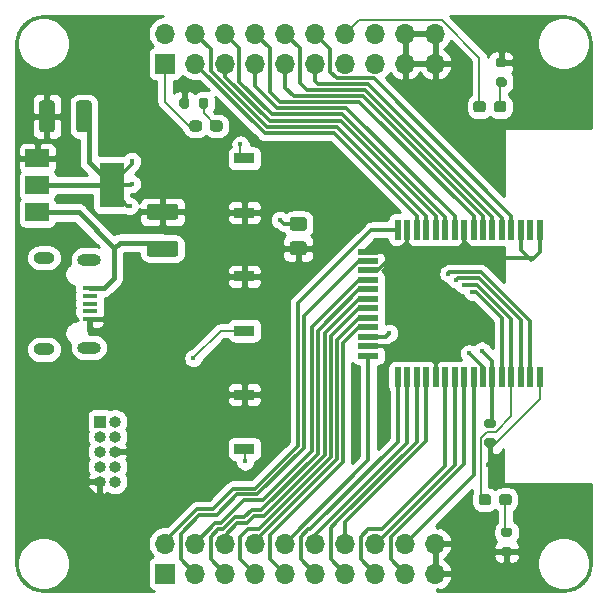
<source format=gbr>
%TF.GenerationSoftware,KiCad,Pcbnew,(5.1.12-1-10_14)*%
%TF.CreationDate,2022-01-30T11:35:24+08:00*%
%TF.ProjectId,bl600-sa-devboard,626c3630-302d-4736-912d-646576626f61,rev?*%
%TF.SameCoordinates,Original*%
%TF.FileFunction,Copper,L1,Top*%
%TF.FilePolarity,Positive*%
%FSLAX46Y46*%
G04 Gerber Fmt 4.6, Leading zero omitted, Abs format (unit mm)*
G04 Created by KiCad (PCBNEW (5.1.12-1-10_14)) date 2022-01-30 11:35:24*
%MOMM*%
%LPD*%
G01*
G04 APERTURE LIST*
%TA.AperFunction,SMDPad,CuDef*%
%ADD10R,1.700000X0.500000*%
%TD*%
%TA.AperFunction,SMDPad,CuDef*%
%ADD11R,0.499872X1.700022*%
%TD*%
%TA.AperFunction,SMDPad,CuDef*%
%ADD12R,1.699997X0.899998*%
%TD*%
%TA.AperFunction,SMDPad,CuDef*%
%ADD13R,2.000000X1.500000*%
%TD*%
%TA.AperFunction,SMDPad,CuDef*%
%ADD14R,2.000000X3.800000*%
%TD*%
%TA.AperFunction,ComponentPad*%
%ADD15O,1.700000X1.700000*%
%TD*%
%TA.AperFunction,ComponentPad*%
%ADD16R,1.700000X1.700000*%
%TD*%
%TA.AperFunction,ComponentPad*%
%ADD17O,1.800000X1.000000*%
%TD*%
%TA.AperFunction,ComponentPad*%
%ADD18O,2.000000X1.000000*%
%TD*%
%TA.AperFunction,SMDPad,CuDef*%
%ADD19R,1.300000X0.450000*%
%TD*%
%TA.AperFunction,ComponentPad*%
%ADD20O,1.000000X1.000000*%
%TD*%
%TA.AperFunction,ComponentPad*%
%ADD21R,1.000000X1.000000*%
%TD*%
%TA.AperFunction,ViaPad*%
%ADD22C,0.450000*%
%TD*%
%TA.AperFunction,Conductor*%
%ADD23C,0.300000*%
%TD*%
%TA.AperFunction,Conductor*%
%ADD24C,0.450000*%
%TD*%
%TA.AperFunction,Conductor*%
%ADD25C,0.200000*%
%TD*%
%TA.AperFunction,Conductor*%
%ADD26C,0.254000*%
%TD*%
%TA.AperFunction,Conductor*%
%ADD27C,0.100000*%
%TD*%
G04 APERTURE END LIST*
%TO.P,C3,2*%
%TO.N,GND*%
%TA.AperFunction,SMDPad,CuDef*%
G36*
G01*
X114170002Y-67900000D02*
X111969998Y-67900000D01*
G75*
G02*
X111720000Y-67650002I0J249998D01*
G01*
X111720000Y-66824998D01*
G75*
G02*
X111969998Y-66575000I249998J0D01*
G01*
X114170002Y-66575000D01*
G75*
G02*
X114420000Y-66824998I0J-249998D01*
G01*
X114420000Y-67650002D01*
G75*
G02*
X114170002Y-67900000I-249998J0D01*
G01*
G37*
%TD.AperFunction*%
%TO.P,C3,1*%
%TO.N,VBUS*%
%TA.AperFunction,SMDPad,CuDef*%
G36*
G01*
X114170002Y-71025000D02*
X111969998Y-71025000D01*
G75*
G02*
X111720000Y-70775002I0J249998D01*
G01*
X111720000Y-69949998D01*
G75*
G02*
X111969998Y-69700000I249998J0D01*
G01*
X114170002Y-69700000D01*
G75*
G02*
X114420000Y-69949998I0J-249998D01*
G01*
X114420000Y-70775002D01*
G75*
G02*
X114170002Y-71025000I-249998J0D01*
G01*
G37*
%TD.AperFunction*%
%TD*%
%TO.P,C2,2*%
%TO.N,GND*%
%TA.AperFunction,SMDPad,CuDef*%
G36*
G01*
X103950000Y-58039998D02*
X103950000Y-60240002D01*
G75*
G02*
X103700002Y-60490000I-249998J0D01*
G01*
X102874998Y-60490000D01*
G75*
G02*
X102625000Y-60240002I0J249998D01*
G01*
X102625000Y-58039998D01*
G75*
G02*
X102874998Y-57790000I249998J0D01*
G01*
X103700002Y-57790000D01*
G75*
G02*
X103950000Y-58039998I0J-249998D01*
G01*
G37*
%TD.AperFunction*%
%TO.P,C2,1*%
%TO.N,+3V3*%
%TA.AperFunction,SMDPad,CuDef*%
G36*
G01*
X107075000Y-58039998D02*
X107075000Y-60240002D01*
G75*
G02*
X106825002Y-60490000I-249998J0D01*
G01*
X105999998Y-60490000D01*
G75*
G02*
X105750000Y-60240002I0J249998D01*
G01*
X105750000Y-58039998D01*
G75*
G02*
X105999998Y-57790000I249998J0D01*
G01*
X106825002Y-57790000D01*
G75*
G02*
X107075000Y-58039998I0J-249998D01*
G01*
G37*
%TD.AperFunction*%
%TD*%
D10*
%TO.P,MOD1,12*%
%TO.N,IO_8*%
X130500146Y-79400042D03*
%TO.P,MOD1,11*%
%TO.N,GND*%
X130500146Y-78599942D03*
%TO.P,MOD1,10*%
%TO.N,+3V3*%
X130500146Y-77800096D03*
%TO.P,MOD1,9*%
%TO.N,IO_7*%
X130500146Y-76999996D03*
%TO.P,MOD1,8*%
%TO.N,IO_6*%
X130500146Y-76199896D03*
%TO.P,MOD1,7*%
%TO.N,IO_5*%
X130500146Y-75400050D03*
%TO.P,MOD1,6*%
%TO.N,IO_4*%
X130500146Y-74599950D03*
%TO.P,MOD1,5*%
%TO.N,IO_3*%
X130500146Y-73800104D03*
%TO.P,MOD1,4*%
%TO.N,IO_2*%
X130500146Y-73000004D03*
%TO.P,MOD1,3*%
%TO.N,GND*%
X130500146Y-72199904D03*
%TO.P,MOD1,2*%
%TO.N,IO_1*%
X130500146Y-71400058D03*
D11*
%TO.P,MOD1,28*%
%TO.N,GND*%
X144999990Y-81249924D03*
%TO.P,MOD1,27*%
%TO.N,IO_20*%
X144199890Y-81249924D03*
%TO.P,MOD1,26*%
%TO.N,IO_19*%
X143400044Y-81249924D03*
%TO.P,MOD1,25*%
%TO.N,IO_18*%
X142599944Y-81249924D03*
%TO.P,MOD1,24*%
%TO.N,IO_17*%
X141800098Y-81249924D03*
%TO.P,MOD1,23*%
%TO.N,SWCLK*%
X140999998Y-81249924D03*
%TO.P,MOD1,22*%
%TO.N,SWDIO*%
X140199898Y-81249924D03*
%TO.P,MOD1,21*%
%TO.N,IO_16*%
X139400052Y-81249924D03*
%TO.P,MOD1,20*%
%TO.N,IO_15*%
X138599952Y-81249924D03*
%TO.P,MOD1,19*%
%TO.N,IO_14*%
X137800106Y-81249924D03*
%TO.P,MOD1,18*%
%TO.N,IO_13*%
X137000006Y-81249924D03*
%TO.P,MOD1,17*%
%TO.N,GND*%
X136199906Y-81249924D03*
%TO.P,MOD1,16*%
%TO.N,IO_12*%
X135400060Y-81249924D03*
%TO.P,MOD1,15*%
%TO.N,IO_11*%
X134599960Y-81249924D03*
%TO.P,MOD1,14*%
%TO.N,IO_10*%
X133800114Y-81249924D03*
%TO.P,MOD1,13*%
%TO.N,IO_9*%
X133000014Y-81249924D03*
%TO.P,MOD1,44*%
%TO.N,IO_0*%
X133000014Y-68750076D03*
%TO.P,MOD1,43*%
%TO.N,GND*%
X133800114Y-68750076D03*
%TO.P,MOD1,42*%
%TO.N,IO_30*%
X134599960Y-68750076D03*
%TO.P,MOD1,41*%
%TO.N,IO_29*%
X135400060Y-68750076D03*
%TO.P,MOD1,40*%
%TO.N,IO_28*%
X136199906Y-68750076D03*
%TO.P,MOD1,39*%
%TO.N,IO_27*%
X137000006Y-68750076D03*
%TO.P,MOD1,38*%
%TO.N,IO_26*%
X137800106Y-68750076D03*
%TO.P,MOD1,37*%
%TO.N,GND*%
X138599952Y-68750076D03*
%TO.P,MOD1,36*%
%TO.N,IO_25*%
X139400052Y-68750076D03*
%TO.P,MOD1,35*%
%TO.N,IO_24*%
X140199898Y-68750076D03*
%TO.P,MOD1,34*%
%TO.N,IO_23*%
X140999998Y-68750076D03*
%TO.P,MOD1,33*%
%TO.N,IO_22*%
X141800098Y-68750076D03*
%TO.P,MOD1,32*%
%TO.N,IO_21*%
X142599944Y-68750076D03*
%TO.P,MOD1,31*%
%TO.N,GND*%
X143400044Y-68750076D03*
%TO.P,MOD1,30*%
%TO.N,N/C*%
X144199890Y-68750076D03*
D10*
%TO.P,MOD1,1*%
%TO.N,GND*%
X130500146Y-70599958D03*
D11*
%TO.P,MOD1,29*%
X144999990Y-68750076D03*
%TD*%
%TO.P,C1,2*%
%TO.N,GND*%
%TA.AperFunction,SMDPad,CuDef*%
G36*
G01*
X124085000Y-69737500D02*
X125035000Y-69737500D01*
G75*
G02*
X125285000Y-69987500I0J-250000D01*
G01*
X125285000Y-70662500D01*
G75*
G02*
X125035000Y-70912500I-250000J0D01*
G01*
X124085000Y-70912500D01*
G75*
G02*
X123835000Y-70662500I0J250000D01*
G01*
X123835000Y-69987500D01*
G75*
G02*
X124085000Y-69737500I250000J0D01*
G01*
G37*
%TD.AperFunction*%
%TO.P,C1,1*%
%TO.N,+3V3*%
%TA.AperFunction,SMDPad,CuDef*%
G36*
G01*
X124085000Y-67662500D02*
X125035000Y-67662500D01*
G75*
G02*
X125285000Y-67912500I0J-250000D01*
G01*
X125285000Y-68587500D01*
G75*
G02*
X125035000Y-68837500I-250000J0D01*
G01*
X124085000Y-68837500D01*
G75*
G02*
X123835000Y-68587500I0J250000D01*
G01*
X123835000Y-67912500D01*
G75*
G02*
X124085000Y-67662500I250000J0D01*
G01*
G37*
%TD.AperFunction*%
%TD*%
D12*
%TO.P,SW3,1*%
%TO.N,IO_17*%
X120000000Y-62700030D03*
%TO.P,SW3,2*%
%TO.N,GND*%
X120000000Y-67299970D03*
%TD*%
%TO.P,SW2,1*%
%TO.N,IO_16*%
X120000000Y-87299970D03*
%TO.P,SW2,2*%
%TO.N,GND*%
X120000000Y-82700030D03*
%TD*%
%TO.P,SW1,1*%
%TO.N,SWDIO*%
X120000000Y-77299970D03*
%TO.P,SW1,2*%
%TO.N,GND*%
X120000000Y-72700030D03*
%TD*%
%TO.P,R4,2*%
%TO.N,GND*%
%TA.AperFunction,SMDPad,CuDef*%
G36*
G01*
X142015000Y-55005000D02*
X141465000Y-55005000D01*
G75*
G02*
X141265000Y-54805000I0J200000D01*
G01*
X141265000Y-54405000D01*
G75*
G02*
X141465000Y-54205000I200000J0D01*
G01*
X142015000Y-54205000D01*
G75*
G02*
X142215000Y-54405000I0J-200000D01*
G01*
X142215000Y-54805000D01*
G75*
G02*
X142015000Y-55005000I-200000J0D01*
G01*
G37*
%TD.AperFunction*%
%TO.P,R4,1*%
%TO.N,Net-(D3-Pad1)*%
%TA.AperFunction,SMDPad,CuDef*%
G36*
G01*
X142015000Y-56655000D02*
X141465000Y-56655000D01*
G75*
G02*
X141265000Y-56455000I0J200000D01*
G01*
X141265000Y-56055000D01*
G75*
G02*
X141465000Y-55855000I200000J0D01*
G01*
X142015000Y-55855000D01*
G75*
G02*
X142215000Y-56055000I0J-200000D01*
G01*
X142215000Y-56455000D01*
G75*
G02*
X142015000Y-56655000I-200000J0D01*
G01*
G37*
%TD.AperFunction*%
%TD*%
%TO.P,R3,2*%
%TO.N,GND*%
%TA.AperFunction,SMDPad,CuDef*%
G36*
G01*
X141925000Y-95615000D02*
X142475000Y-95615000D01*
G75*
G02*
X142675000Y-95815000I0J-200000D01*
G01*
X142675000Y-96215000D01*
G75*
G02*
X142475000Y-96415000I-200000J0D01*
G01*
X141925000Y-96415000D01*
G75*
G02*
X141725000Y-96215000I0J200000D01*
G01*
X141725000Y-95815000D01*
G75*
G02*
X141925000Y-95615000I200000J0D01*
G01*
G37*
%TD.AperFunction*%
%TO.P,R3,1*%
%TO.N,Net-(D2-Pad1)*%
%TA.AperFunction,SMDPad,CuDef*%
G36*
G01*
X141925000Y-93965000D02*
X142475000Y-93965000D01*
G75*
G02*
X142675000Y-94165000I0J-200000D01*
G01*
X142675000Y-94565000D01*
G75*
G02*
X142475000Y-94765000I-200000J0D01*
G01*
X141925000Y-94765000D01*
G75*
G02*
X141725000Y-94565000I0J200000D01*
G01*
X141725000Y-94165000D01*
G75*
G02*
X141925000Y-93965000I200000J0D01*
G01*
G37*
%TD.AperFunction*%
%TD*%
%TO.P,R2,2*%
%TO.N,GND*%
%TA.AperFunction,SMDPad,CuDef*%
G36*
G01*
X115305000Y-57755000D02*
X115305000Y-58305000D01*
G75*
G02*
X115105000Y-58505000I-200000J0D01*
G01*
X114705000Y-58505000D01*
G75*
G02*
X114505000Y-58305000I0J200000D01*
G01*
X114505000Y-57755000D01*
G75*
G02*
X114705000Y-57555000I200000J0D01*
G01*
X115105000Y-57555000D01*
G75*
G02*
X115305000Y-57755000I0J-200000D01*
G01*
G37*
%TD.AperFunction*%
%TO.P,R2,1*%
%TO.N,Net-(D1-Pad1)*%
%TA.AperFunction,SMDPad,CuDef*%
G36*
G01*
X116955000Y-57755000D02*
X116955000Y-58305000D01*
G75*
G02*
X116755000Y-58505000I-200000J0D01*
G01*
X116355000Y-58505000D01*
G75*
G02*
X116155000Y-58305000I0J200000D01*
G01*
X116155000Y-57755000D01*
G75*
G02*
X116355000Y-57555000I200000J0D01*
G01*
X116755000Y-57555000D01*
G75*
G02*
X116955000Y-57755000I0J-200000D01*
G01*
G37*
%TD.AperFunction*%
%TD*%
%TO.P,D3,2*%
%TO.N,IO_19*%
%TA.AperFunction,SMDPad,CuDef*%
G36*
G01*
X140430000Y-58092500D02*
X140430000Y-58567500D01*
G75*
G02*
X140192500Y-58805000I-237500J0D01*
G01*
X139617500Y-58805000D01*
G75*
G02*
X139380000Y-58567500I0J237500D01*
G01*
X139380000Y-58092500D01*
G75*
G02*
X139617500Y-57855000I237500J0D01*
G01*
X140192500Y-57855000D01*
G75*
G02*
X140430000Y-58092500I0J-237500D01*
G01*
G37*
%TD.AperFunction*%
%TO.P,D3,1*%
%TO.N,Net-(D3-Pad1)*%
%TA.AperFunction,SMDPad,CuDef*%
G36*
G01*
X142180000Y-58092500D02*
X142180000Y-58567500D01*
G75*
G02*
X141942500Y-58805000I-237500J0D01*
G01*
X141367500Y-58805000D01*
G75*
G02*
X141130000Y-58567500I0J237500D01*
G01*
X141130000Y-58092500D01*
G75*
G02*
X141367500Y-57855000I237500J0D01*
G01*
X141942500Y-57855000D01*
G75*
G02*
X142180000Y-58092500I0J-237500D01*
G01*
G37*
%TD.AperFunction*%
%TD*%
%TO.P,D2,2*%
%TO.N,IO_18*%
%TA.AperFunction,SMDPad,CuDef*%
G36*
G01*
X140880000Y-91362500D02*
X140880000Y-91837500D01*
G75*
G02*
X140642500Y-92075000I-237500J0D01*
G01*
X140067500Y-92075000D01*
G75*
G02*
X139830000Y-91837500I0J237500D01*
G01*
X139830000Y-91362500D01*
G75*
G02*
X140067500Y-91125000I237500J0D01*
G01*
X140642500Y-91125000D01*
G75*
G02*
X140880000Y-91362500I0J-237500D01*
G01*
G37*
%TD.AperFunction*%
%TO.P,D2,1*%
%TO.N,Net-(D2-Pad1)*%
%TA.AperFunction,SMDPad,CuDef*%
G36*
G01*
X142630000Y-91362500D02*
X142630000Y-91837500D01*
G75*
G02*
X142392500Y-92075000I-237500J0D01*
G01*
X141817500Y-92075000D01*
G75*
G02*
X141580000Y-91837500I0J237500D01*
G01*
X141580000Y-91362500D01*
G75*
G02*
X141817500Y-91125000I237500J0D01*
G01*
X142392500Y-91125000D01*
G75*
G02*
X142630000Y-91362500I0J-237500D01*
G01*
G37*
%TD.AperFunction*%
%TD*%
%TO.P,D1,2*%
%TO.N,+3V3*%
%TA.AperFunction,SMDPad,CuDef*%
G36*
G01*
X116400000Y-59722500D02*
X116400000Y-60197500D01*
G75*
G02*
X116162500Y-60435000I-237500J0D01*
G01*
X115587500Y-60435000D01*
G75*
G02*
X115350000Y-60197500I0J237500D01*
G01*
X115350000Y-59722500D01*
G75*
G02*
X115587500Y-59485000I237500J0D01*
G01*
X116162500Y-59485000D01*
G75*
G02*
X116400000Y-59722500I0J-237500D01*
G01*
G37*
%TD.AperFunction*%
%TO.P,D1,1*%
%TO.N,Net-(D1-Pad1)*%
%TA.AperFunction,SMDPad,CuDef*%
G36*
G01*
X118150000Y-59722500D02*
X118150000Y-60197500D01*
G75*
G02*
X117912500Y-60435000I-237500J0D01*
G01*
X117337500Y-60435000D01*
G75*
G02*
X117100000Y-60197500I0J237500D01*
G01*
X117100000Y-59722500D01*
G75*
G02*
X117337500Y-59485000I237500J0D01*
G01*
X117912500Y-59485000D01*
G75*
G02*
X118150000Y-59722500I0J-237500D01*
G01*
G37*
%TD.AperFunction*%
%TD*%
D13*
%TO.P,U2,1*%
%TO.N,GND*%
X102470000Y-62680000D03*
%TO.P,U2,3*%
%TO.N,VBUS*%
X102470000Y-67280000D03*
%TO.P,U2,2*%
%TO.N,+3V3*%
X102470000Y-64980000D03*
D14*
X108770000Y-64980000D03*
%TD*%
%TO.P,R1,2*%
%TO.N,GND*%
%TA.AperFunction,SMDPad,CuDef*%
G36*
G01*
X140515000Y-86395000D02*
X141065000Y-86395000D01*
G75*
G02*
X141265000Y-86595000I0J-200000D01*
G01*
X141265000Y-86995000D01*
G75*
G02*
X141065000Y-87195000I-200000J0D01*
G01*
X140515000Y-87195000D01*
G75*
G02*
X140315000Y-86995000I0J200000D01*
G01*
X140315000Y-86595000D01*
G75*
G02*
X140515000Y-86395000I200000J0D01*
G01*
G37*
%TD.AperFunction*%
%TO.P,R1,1*%
%TO.N,SWCLK*%
%TA.AperFunction,SMDPad,CuDef*%
G36*
G01*
X140515000Y-84745000D02*
X141065000Y-84745000D01*
G75*
G02*
X141265000Y-84945000I0J-200000D01*
G01*
X141265000Y-85345000D01*
G75*
G02*
X141065000Y-85545000I-200000J0D01*
G01*
X140515000Y-85545000D01*
G75*
G02*
X140315000Y-85345000I0J200000D01*
G01*
X140315000Y-84945000D01*
G75*
G02*
X140515000Y-84745000I200000J0D01*
G01*
G37*
%TD.AperFunction*%
%TD*%
D15*
%TO.P,J3,20*%
%TO.N,GND*%
X136150000Y-52140000D03*
%TO.P,J3,19*%
X136150000Y-54680000D03*
%TO.P,J3,18*%
X133610000Y-52140000D03*
%TO.P,J3,17*%
X133610000Y-54680000D03*
%TO.P,J3,16*%
%TO.N,IO_17*%
X131070000Y-52140000D03*
%TO.P,J3,15*%
%TO.N,IO_18*%
X131070000Y-54680000D03*
%TO.P,J3,14*%
%TO.N,IO_19*%
X128530000Y-52140000D03*
%TO.P,J3,13*%
%TO.N,IO_20*%
X128530000Y-54680000D03*
%TO.P,J3,12*%
%TO.N,IO_21*%
X125990000Y-52140000D03*
%TO.P,J3,11*%
%TO.N,IO_22*%
X125990000Y-54680000D03*
%TO.P,J3,10*%
%TO.N,IO_23*%
X123450000Y-52140000D03*
%TO.P,J3,9*%
%TO.N,IO_24*%
X123450000Y-54680000D03*
%TO.P,J3,8*%
%TO.N,IO_25*%
X120910000Y-52140000D03*
%TO.P,J3,7*%
%TO.N,IO_26*%
X120910000Y-54680000D03*
%TO.P,J3,6*%
%TO.N,IO_27*%
X118370000Y-52140000D03*
%TO.P,J3,5*%
%TO.N,IO_28*%
X118370000Y-54680000D03*
%TO.P,J3,4*%
%TO.N,IO_29*%
X115830000Y-52140000D03*
%TO.P,J3,3*%
%TO.N,IO_30*%
X115830000Y-54680000D03*
%TO.P,J3,2*%
%TO.N,+3V3*%
X113290000Y-52140000D03*
D16*
%TO.P,J3,1*%
X113290000Y-54680000D03*
%TD*%
D15*
%TO.P,J2,20*%
%TO.N,GND*%
X136150000Y-95320000D03*
%TO.P,J2,19*%
X136150000Y-97860000D03*
%TO.P,J2,18*%
%TO.N,IO_16*%
X133610000Y-95320000D03*
%TO.P,J2,17*%
%TO.N,IO_15*%
X133610000Y-97860000D03*
%TO.P,J2,16*%
%TO.N,IO_14*%
X131070000Y-95320000D03*
%TO.P,J2,15*%
%TO.N,IO_13*%
X131070000Y-97860000D03*
%TO.P,J2,14*%
%TO.N,IO_12*%
X128530000Y-95320000D03*
%TO.P,J2,13*%
%TO.N,IO_11*%
X128530000Y-97860000D03*
%TO.P,J2,12*%
%TO.N,IO_10*%
X125990000Y-95320000D03*
%TO.P,J2,11*%
%TO.N,IO_9*%
X125990000Y-97860000D03*
%TO.P,J2,10*%
%TO.N,IO_8*%
X123450000Y-95320000D03*
%TO.P,J2,9*%
%TO.N,IO_7*%
X123450000Y-97860000D03*
%TO.P,J2,8*%
%TO.N,IO_6*%
X120910000Y-95320000D03*
%TO.P,J2,7*%
%TO.N,IO_5*%
X120910000Y-97860000D03*
%TO.P,J2,6*%
%TO.N,IO_4*%
X118370000Y-95320000D03*
%TO.P,J2,5*%
%TO.N,IO_3*%
X118370000Y-97860000D03*
%TO.P,J2,4*%
%TO.N,IO_2*%
X115830000Y-95320000D03*
%TO.P,J2,3*%
%TO.N,IO_1*%
X115830000Y-97860000D03*
%TO.P,J2,2*%
%TO.N,IO_0*%
X113290000Y-95320000D03*
D16*
%TO.P,J2,1*%
%TO.N,+3V3*%
X113290000Y-97860000D03*
%TD*%
D17*
%TO.P,J1,0*%
%TO.N,Net-(J1-Pad0)*%
X103050000Y-78875000D03*
X103050000Y-71125000D03*
D18*
X106850000Y-78725000D03*
X106850000Y-71275000D03*
D19*
%TO.P,J1,5*%
%TO.N,GND*%
X106900000Y-76300000D03*
%TO.P,J1,4*%
%TO.N,N/C*%
X106900000Y-75650000D03*
%TO.P,J1,3*%
X106900000Y-75000000D03*
%TO.P,J1,2*%
X106900000Y-74350000D03*
%TO.P,J1,1*%
%TO.N,VBUS*%
X106900000Y-73700000D03*
%TD*%
D20*
%TO.P,CON1,9*%
%TO.N,GND*%
X107775000Y-90080000D03*
%TO.P,CON1,10*%
%TO.N,IO_4*%
X109045000Y-90080000D03*
%TO.P,CON1,7*%
%TO.N,SWCLK*%
X107775000Y-88810000D03*
%TO.P,CON1,8*%
%TO.N,IO_5*%
X109045000Y-88810000D03*
%TO.P,CON1,5*%
%TO.N,SWDIO*%
X107775000Y-87540000D03*
%TO.P,CON1,6*%
%TO.N,GND*%
X109045000Y-87540000D03*
%TO.P,CON1,3*%
%TO.N,+3V3*%
X107775000Y-86270000D03*
%TO.P,CON1,4*%
%TO.N,N/C*%
X109045000Y-86270000D03*
%TO.P,CON1,2*%
X109045000Y-85000000D03*
D21*
%TO.P,CON1,1*%
X107775000Y-85000000D03*
%TD*%
D22*
%TO.N,GND*%
X140600000Y-88630000D03*
X109240000Y-77050000D03*
X134960000Y-77350000D03*
X129320000Y-87490000D03*
X108830000Y-55140000D03*
X109770000Y-56460000D03*
X110400000Y-58440000D03*
X114640000Y-56830000D03*
X123830000Y-63680000D03*
X126190000Y-64920000D03*
X122970000Y-69430000D03*
X123570000Y-66600000D03*
X126460000Y-68030000D03*
X123570000Y-71920000D03*
X129590000Y-65950000D03*
X128340000Y-66980000D03*
X117600000Y-69910000D03*
X112450000Y-74850000D03*
X113610000Y-76610000D03*
X114900000Y-72610000D03*
X111030000Y-72350000D03*
X114510000Y-85670000D03*
X113810000Y-82840000D03*
X103030000Y-82910000D03*
X102390000Y-87400000D03*
X103740000Y-90670000D03*
X104440000Y-86050000D03*
X101680000Y-84960000D03*
X140430000Y-62320000D03*
X136390000Y-58400000D03*
X138120000Y-60330000D03*
X139790000Y-96320000D03*
X139850000Y-98690000D03*
X108290000Y-95670000D03*
X108030000Y-97920000D03*
X122530000Y-81050000D03*
%TO.N,+3V3*%
X110470000Y-64870000D03*
X110280000Y-66720000D03*
X110470000Y-62930000D03*
X132260000Y-77510000D03*
X122990000Y-67900000D03*
%TO.N,SWCLK*%
X140090000Y-78980000D03*
%TO.N,SWDIO*%
X139040000Y-79220000D03*
X115680000Y-79630000D03*
%TO.N,IO_16*%
X120060000Y-88360000D03*
%TO.N,IO_17*%
X139310000Y-74040000D03*
X119670000Y-61530000D03*
%TO.N,IO_18*%
X138620000Y-73440000D03*
%TO.N,IO_19*%
X137930000Y-72980000D03*
%TO.N,IO_20*%
X137270000Y-72460000D03*
%TD*%
D23*
%TO.N,GND*%
X140790000Y-88440000D02*
X140600000Y-88630000D01*
X140790000Y-86795000D02*
X140790000Y-88440000D01*
X134699935Y-78599942D02*
X130500146Y-78599942D01*
X136199906Y-80099913D02*
X134699935Y-78599942D01*
X136199906Y-81249924D02*
X136199906Y-80099913D01*
X144999990Y-68750076D02*
X144999990Y-70610010D01*
X143400044Y-70450044D02*
X143400044Y-68750076D01*
X144280000Y-71330000D02*
X143400044Y-70450044D01*
X144510000Y-71100000D02*
X140030000Y-71100000D01*
X144999990Y-70610010D02*
X144510000Y-71100000D01*
X144510000Y-71100000D02*
X144280000Y-71330000D01*
X138599952Y-69669952D02*
X138599952Y-68750076D01*
X140030000Y-71100000D02*
X138599952Y-69669952D01*
X138599952Y-69900087D02*
X137900081Y-70599958D01*
X138599952Y-68750076D02*
X138599952Y-69900087D01*
X133800114Y-69749820D02*
X133800114Y-68750076D01*
X131350030Y-72199904D02*
X133800114Y-69749820D01*
D24*
X108490000Y-76300000D02*
X109240000Y-77050000D01*
X106900000Y-76300000D02*
X108490000Y-76300000D01*
X134699935Y-77610065D02*
X134960000Y-77350000D01*
X134699935Y-78599942D02*
X134699935Y-77610065D01*
D25*
X144999990Y-83060010D02*
X144999990Y-81249924D01*
X141265000Y-86795000D02*
X144999990Y-83060010D01*
X140790000Y-86795000D02*
X141265000Y-86795000D01*
X132529958Y-71019976D02*
X132529958Y-70599958D01*
X130500146Y-72199904D02*
X131350030Y-72199904D01*
X131350030Y-72199904D02*
X132529958Y-71019976D01*
D23*
X132529958Y-70599958D02*
X130500146Y-70599958D01*
X137900081Y-70599958D02*
X132529958Y-70599958D01*
D25*
X129430000Y-87380000D02*
X129320000Y-87490000D01*
X114905000Y-57095000D02*
X114640000Y-56830000D01*
X114905000Y-58030000D02*
X114905000Y-57095000D01*
D23*
%TO.N,+3V3*%
X110360000Y-64980000D02*
X110470000Y-64870000D01*
X108770000Y-64980000D02*
X110360000Y-64980000D01*
X108770000Y-64980000D02*
X108770000Y-65420000D01*
X110070000Y-66720000D02*
X110280000Y-66720000D01*
X108770000Y-65420000D02*
X110070000Y-66720000D01*
X108770000Y-64980000D02*
X108770000Y-64860000D01*
X110470000Y-63160000D02*
X110470000Y-62930000D01*
X108770000Y-64860000D02*
X110470000Y-63160000D01*
X131969904Y-77800096D02*
X132260000Y-77510000D01*
X130500146Y-77800096D02*
X131969904Y-77800096D01*
D24*
X102470000Y-64980000D02*
X102900000Y-64980000D01*
X102900000Y-64980000D02*
X108770000Y-64980000D01*
D25*
X113290000Y-57900000D02*
X113290000Y-54680000D01*
X115350000Y-59960000D02*
X113290000Y-57900000D01*
X115875000Y-59960000D02*
X115350000Y-59960000D01*
D24*
X106827500Y-63037500D02*
X108770000Y-64980000D01*
X106827500Y-59150000D02*
X106827500Y-63037500D01*
D25*
X130500146Y-77800096D02*
X129775638Y-77800096D01*
D23*
X123340000Y-68250000D02*
X122990000Y-67900000D01*
X124560000Y-68250000D02*
X123340000Y-68250000D01*
%TO.N,SWCLK*%
X140999998Y-79889998D02*
X140999998Y-81249924D01*
X140090000Y-78980000D02*
X140999998Y-79889998D01*
X140999998Y-84935002D02*
X140790000Y-85145000D01*
X140999998Y-81249924D02*
X140999998Y-84935002D01*
%TO.N,SWDIO*%
X140199898Y-80379898D02*
X140199898Y-81249924D01*
X139040000Y-79220000D02*
X140199898Y-80379898D01*
D25*
X118010030Y-77299970D02*
X115680000Y-79630000D01*
X120000000Y-77299970D02*
X118010030Y-77299970D01*
D23*
%TO.N,IO_4*%
X126840000Y-77465130D02*
X126840000Y-87788640D01*
X129705180Y-74599950D02*
X126840000Y-77465130D01*
X130500146Y-74599950D02*
X129705180Y-74599950D01*
X126840000Y-87788640D02*
X121648640Y-92980000D01*
X120840000Y-92980000D02*
X120210010Y-93609990D01*
X120210010Y-93609990D02*
X119410010Y-93609990D01*
X121648640Y-92980000D02*
X120840000Y-92980000D01*
X118370000Y-94650000D02*
X118370000Y-95320000D01*
X119410010Y-93609990D02*
X118370000Y-94650000D01*
%TO.N,IO_5*%
X119650000Y-94803998D02*
X119650000Y-96600000D01*
X120343998Y-94110000D02*
X119650000Y-94803998D01*
X121225760Y-94110000D02*
X120343998Y-94110000D01*
X119650000Y-96600000D02*
X120910000Y-97860000D01*
X127340000Y-87995760D02*
X121225760Y-94110000D01*
X127349980Y-77754996D02*
X127349980Y-87270020D01*
X127340000Y-87280000D02*
X127340000Y-87995760D01*
X130500146Y-75400050D02*
X129704926Y-75400050D01*
X127349980Y-87270020D02*
X127340000Y-87280000D01*
X129704926Y-75400050D02*
X127349980Y-77754996D01*
D24*
%TO.N,VBUS*%
X106900000Y-73700000D02*
X108090000Y-73700000D01*
X108090000Y-73700000D02*
X108950000Y-72840000D01*
X105970000Y-67280000D02*
X102470000Y-67280000D01*
X108950000Y-70260000D02*
X105970000Y-67280000D01*
X109442500Y-69837500D02*
X108950000Y-70330000D01*
X113070000Y-69837500D02*
X109442500Y-69837500D01*
X108950000Y-70330000D02*
X108950000Y-70260000D01*
X108950000Y-72840000D02*
X108950000Y-70330000D01*
D23*
%TO.N,IO_16*%
X139400052Y-89529948D02*
X133610000Y-95320000D01*
X139400052Y-81249924D02*
X139400052Y-89529948D01*
D25*
X120060000Y-87359970D02*
X120000000Y-87299970D01*
X120060000Y-88360000D02*
X120060000Y-87359970D01*
D23*
%TO.N,IO_15*%
X132409999Y-96659999D02*
X133610000Y-97860000D01*
X132409999Y-94743999D02*
X132409999Y-96659999D01*
X138599952Y-88554046D02*
X132409999Y-94743999D01*
X138599952Y-81249924D02*
X138599952Y-88554046D01*
%TO.N,IO_14*%
X137800106Y-81249924D02*
X137800106Y-88646772D01*
X131126878Y-95320000D02*
X131070000Y-95320000D01*
X137800106Y-88646772D02*
X131126878Y-95320000D01*
%TO.N,IO_13*%
X137000006Y-81249924D02*
X137000006Y-88739752D01*
X129869999Y-94743999D02*
X129869999Y-96659999D01*
X129869999Y-96659999D02*
X131070000Y-97860000D01*
X130493999Y-94119999D02*
X129869999Y-94743999D01*
X131619759Y-94119999D02*
X130493999Y-94119999D01*
X137000006Y-88739752D02*
X131619759Y-94119999D01*
%TO.N,IO_12*%
X135400060Y-81249924D02*
X135400060Y-86599940D01*
X128530000Y-93470000D02*
X128530000Y-95320000D01*
X135400060Y-86599940D02*
X128530000Y-93470000D01*
%TO.N,IO_11*%
X134599960Y-86692920D02*
X127792880Y-93500000D01*
X134599960Y-81249924D02*
X134599960Y-86692920D01*
X127792880Y-93500000D02*
X127790000Y-93500000D01*
X127329999Y-96659999D02*
X128530000Y-97860000D01*
X127329999Y-93960001D02*
X127329999Y-96659999D01*
X127790000Y-93500000D02*
X127329999Y-93960001D01*
%TO.N,IO_10*%
X133800114Y-86782766D02*
X125990000Y-94592880D01*
X125990000Y-94592880D02*
X125990000Y-95320000D01*
X133800114Y-81249924D02*
X133800114Y-86782766D01*
%TO.N,IO_9*%
X133000014Y-81249924D02*
X133000014Y-86689986D01*
X124789999Y-96659999D02*
X125990000Y-97860000D01*
X124789999Y-94743999D02*
X124789999Y-96659999D01*
X125413999Y-94119999D02*
X124789999Y-94743999D01*
X125570001Y-94119999D02*
X125413999Y-94119999D01*
X133000014Y-86689986D02*
X125570001Y-94119999D01*
%TO.N,IO_8*%
X130500146Y-88269854D02*
X123450000Y-95320000D01*
X130500146Y-79400042D02*
X130500146Y-88269854D01*
%TO.N,IO_7*%
X129704926Y-76999996D02*
X128350000Y-78354922D01*
X130500146Y-76999996D02*
X129704926Y-76999996D01*
X128350000Y-78354922D02*
X128350000Y-88400000D01*
X128350000Y-88400000D02*
X122180000Y-94570000D01*
X122180000Y-96590000D02*
X123450000Y-97860000D01*
X122180000Y-94570000D02*
X122180000Y-96590000D01*
%TO.N,IO_6*%
X129705180Y-76199896D02*
X127849990Y-78055086D01*
X130500146Y-76199896D02*
X129705180Y-76199896D01*
X120910000Y-95132880D02*
X120910000Y-95320000D01*
X127849990Y-88192890D02*
X120910000Y-95132880D01*
X127849990Y-78055086D02*
X127849990Y-88192890D01*
%TO.N,IO_3*%
X126210000Y-87711520D02*
X121441530Y-92479990D01*
X117169999Y-94743999D02*
X117169999Y-96659999D01*
X117793999Y-94119999D02*
X117169999Y-94743999D01*
X119202900Y-93109980D02*
X118192881Y-94119999D01*
X117169999Y-96659999D02*
X118370000Y-97860000D01*
X121441530Y-92479990D02*
X120632890Y-92479990D01*
X118192881Y-94119999D02*
X117793999Y-94119999D01*
X120002900Y-93109980D02*
X119202900Y-93109980D01*
X130500146Y-73800104D02*
X129704926Y-73800104D01*
X126210000Y-77295030D02*
X126210000Y-87711520D01*
X120632890Y-92479990D02*
X120002900Y-93109980D01*
X129704926Y-73800104D02*
X126210000Y-77295030D01*
%TO.N,IO_2*%
X117530011Y-93619989D02*
X115830000Y-95320000D01*
X117985771Y-93619989D02*
X117530011Y-93619989D01*
X119945760Y-91660000D02*
X117985771Y-93619989D01*
X121554400Y-91660000D02*
X119945760Y-91660000D01*
X130500146Y-73000004D02*
X129704926Y-73000004D01*
X125690000Y-87524400D02*
X121554400Y-91660000D01*
X125690000Y-77014930D02*
X125690000Y-87524400D01*
X129704926Y-73000004D02*
X125690000Y-77014930D01*
%TO.N,IO_1*%
X129704926Y-71400058D02*
X125030000Y-76074984D01*
X130500146Y-71400058D02*
X129704926Y-71400058D01*
X125030000Y-76074984D02*
X125030000Y-87230000D01*
X121100010Y-91159990D02*
X119390010Y-91159990D01*
X125030000Y-87230000D02*
X121100010Y-91159990D01*
X119390010Y-91159990D02*
X117640000Y-92910000D01*
X117640000Y-92910000D02*
X116190000Y-92910000D01*
X114629999Y-96659999D02*
X115830000Y-97860000D01*
X114629999Y-94470001D02*
X114629999Y-96659999D01*
X116190000Y-92910000D02*
X114629999Y-94470001D01*
%TO.N,IO_0*%
X113290000Y-95102880D02*
X113290000Y-95320000D01*
X115982890Y-92409990D02*
X113290000Y-95102880D01*
X119060020Y-90659980D02*
X117310010Y-92409990D01*
X124529990Y-87022890D02*
X120892900Y-90659980D01*
X130754962Y-68750076D02*
X124529990Y-74975048D01*
X120892900Y-90659980D02*
X119060020Y-90659980D01*
X117310010Y-92409990D02*
X115982890Y-92409990D01*
X124529990Y-74975048D02*
X124529990Y-87022890D01*
X133000014Y-68750076D02*
X130754962Y-68750076D01*
%TO.N,IO_17*%
X141800098Y-81249924D02*
X141800098Y-76230098D01*
X139610000Y-74040000D02*
X139310000Y-74040000D01*
X141800098Y-76230098D02*
X139610000Y-74040000D01*
D25*
X119670000Y-62370030D02*
X120000000Y-62700030D01*
X119670000Y-61530000D02*
X119670000Y-62370030D01*
D23*
%TO.N,IO_18*%
X139717120Y-73440000D02*
X138620000Y-73440000D01*
X142599944Y-76322824D02*
X139717120Y-73440000D01*
X142599944Y-81249924D02*
X142599944Y-76322824D01*
D25*
X142599944Y-84517178D02*
X142599944Y-81249924D01*
X141272112Y-85845010D02*
X142599944Y-84517178D01*
X140557868Y-85845010D02*
X141272112Y-85845010D01*
X140014990Y-91259990D02*
X140014990Y-86387888D01*
X140014990Y-86387888D02*
X140557868Y-85845010D01*
X140355000Y-91600000D02*
X140014990Y-91259990D01*
D23*
%TO.N,IO_19*%
X138045001Y-72864999D02*
X137930000Y-72980000D01*
X139849239Y-72864999D02*
X138045001Y-72864999D01*
X143400044Y-76415804D02*
X139849239Y-72864999D01*
X143400044Y-81249924D02*
X143400044Y-76415804D01*
D25*
X136702001Y-50989999D02*
X129680001Y-50989999D01*
X129680001Y-50989999D02*
X128530000Y-52140000D01*
X139905000Y-54192998D02*
X136702001Y-50989999D01*
X139905000Y-58330000D02*
X139905000Y-54192998D01*
D23*
%TO.N,IO_20*%
X137365011Y-72364989D02*
X137270000Y-72460000D01*
X140056349Y-72364989D02*
X137365011Y-72364989D01*
X144199890Y-76508530D02*
X140056349Y-72364989D01*
X144199890Y-81249924D02*
X144199890Y-76508530D01*
%TO.N,IO_21*%
X142599944Y-67600065D02*
X130939819Y-55939940D01*
X142599944Y-68750076D02*
X142599944Y-67600065D01*
X130939819Y-55939940D02*
X127809940Y-55939940D01*
X127809940Y-55939940D02*
X127260000Y-55390000D01*
X127260000Y-53410000D02*
X125990000Y-52140000D01*
X127260000Y-55390000D02*
X127260000Y-53410000D01*
%TO.N,IO_22*%
X141800098Y-68750076D02*
X141800098Y-67786025D01*
X141800098Y-67786025D02*
X130454023Y-56439950D01*
X130454023Y-56439950D02*
X126249950Y-56439950D01*
X125990000Y-56180000D02*
X125990000Y-54680000D01*
X126249950Y-56439950D02*
X125990000Y-56180000D01*
%TO.N,IO_23*%
X124700000Y-53390000D02*
X123450000Y-52140000D01*
X140999998Y-67693045D02*
X130246913Y-56939960D01*
X124700000Y-56330000D02*
X124700000Y-53390000D01*
X130246913Y-56939960D02*
X125309960Y-56939960D01*
X125309960Y-56939960D02*
X124700000Y-56330000D01*
X140999998Y-68750076D02*
X140999998Y-67693045D01*
%TO.N,IO_24*%
X140199898Y-67600065D02*
X130039803Y-57439970D01*
X140199898Y-68750076D02*
X140199898Y-67600065D01*
X130039803Y-57439970D02*
X124179970Y-57439970D01*
X123450000Y-56710000D02*
X123450000Y-54680000D01*
X124179970Y-57439970D02*
X123450000Y-56710000D01*
%TO.N,IO_25*%
X139400052Y-67600065D02*
X129739967Y-57939980D01*
X139400052Y-68750076D02*
X139400052Y-67600065D01*
X129739967Y-57939980D02*
X123009980Y-57939980D01*
X123009980Y-57939980D02*
X122170000Y-57100000D01*
X122170000Y-53400000D02*
X120910000Y-52140000D01*
X122170000Y-57100000D02*
X122170000Y-53400000D01*
%TO.N,IO_26*%
X137800106Y-67600065D02*
X128640031Y-58439990D01*
X137800106Y-68750076D02*
X137800106Y-67600065D01*
X128640031Y-58439990D02*
X122779990Y-58439990D01*
X120910000Y-56570000D02*
X120910000Y-54680000D01*
X122779990Y-58439990D02*
X120910000Y-56570000D01*
%TO.N,IO_27*%
X137000006Y-68750076D02*
X137000006Y-67693045D01*
X137000006Y-67693045D02*
X128246961Y-58940000D01*
X128246961Y-58940000D02*
X122300000Y-58940000D01*
X119570001Y-53340001D02*
X118370000Y-52140000D01*
X119570001Y-56210001D02*
X119570001Y-53340001D01*
X122300000Y-58940000D02*
X119570001Y-56210001D01*
%TO.N,IO_28*%
X136199906Y-67600065D02*
X128169821Y-59569980D01*
X136199906Y-68750076D02*
X136199906Y-67600065D01*
X128169821Y-59569980D02*
X122134220Y-59569980D01*
X118370000Y-55805760D02*
X118370000Y-54680000D01*
X122134220Y-59569980D02*
X118370000Y-55805760D01*
%TO.N,IO_29*%
X135400060Y-67600065D02*
X127869985Y-60069990D01*
X135400060Y-68750076D02*
X135400060Y-67600065D01*
X127869985Y-60069990D02*
X121927110Y-60069990D01*
X117169999Y-53479999D02*
X115830000Y-52140000D01*
X117169999Y-55312879D02*
X117169999Y-53479999D01*
X121927110Y-60069990D02*
X117169999Y-55312879D01*
%TO.N,IO_30*%
X134599960Y-67600065D02*
X127569895Y-60570000D01*
X134599960Y-68750076D02*
X134599960Y-67600065D01*
X121720000Y-60570000D02*
X115830000Y-54680000D01*
X127569895Y-60570000D02*
X121720000Y-60570000D01*
D25*
%TO.N,Net-(D1-Pad1)*%
X116555000Y-58890000D02*
X117625000Y-59960000D01*
X116555000Y-58030000D02*
X116555000Y-58890000D01*
%TO.N,Net-(D2-Pad1)*%
X142105000Y-94270000D02*
X142200000Y-94365000D01*
X142105000Y-91600000D02*
X142105000Y-94270000D01*
%TO.N,Net-(D3-Pad1)*%
X141655000Y-56340000D02*
X141740000Y-56255000D01*
X141655000Y-58330000D02*
X141655000Y-56340000D01*
%TD*%
D26*
%TO.N,GND*%
X140917000Y-86668000D02*
X140937000Y-86668000D01*
X140937000Y-86922000D01*
X140917000Y-86922000D01*
X140917000Y-87671250D01*
X141075750Y-87830000D01*
X141265000Y-87833072D01*
X141389482Y-87820812D01*
X141509180Y-87784502D01*
X141619494Y-87725537D01*
X141716185Y-87646185D01*
X141795537Y-87549494D01*
X141854502Y-87439180D01*
X141890812Y-87319482D01*
X141894588Y-87281146D01*
X141885048Y-90128721D01*
X141887536Y-90154168D01*
X141894810Y-90177978D01*
X141906589Y-90199911D01*
X141922421Y-90219125D01*
X141941698Y-90234881D01*
X141963677Y-90246574D01*
X141987516Y-90253754D01*
X142012297Y-90256146D01*
X149340001Y-90241721D01*
X149340001Y-96967711D01*
X149292330Y-97453894D01*
X149160512Y-97890497D01*
X148946399Y-98293186D01*
X148658150Y-98646613D01*
X148306739Y-98937327D01*
X147905564Y-99154240D01*
X147469886Y-99289106D01*
X146985664Y-99340000D01*
X136277002Y-99340000D01*
X136277002Y-99180156D01*
X136506890Y-99301476D01*
X136654099Y-99256825D01*
X136916920Y-99131641D01*
X137150269Y-98957588D01*
X137345178Y-98741355D01*
X137494157Y-98491252D01*
X137591481Y-98216891D01*
X137470814Y-97987000D01*
X136277000Y-97987000D01*
X136277000Y-98007000D01*
X136023000Y-98007000D01*
X136023000Y-97987000D01*
X136003000Y-97987000D01*
X136003000Y-97733000D01*
X136023000Y-97733000D01*
X136023000Y-95447000D01*
X136277000Y-95447000D01*
X136277000Y-97733000D01*
X137470814Y-97733000D01*
X137591481Y-97503109D01*
X137494157Y-97228748D01*
X137345178Y-96978645D01*
X137150269Y-96762412D01*
X136919120Y-96590000D01*
X137150269Y-96417588D01*
X137152601Y-96415000D01*
X141086928Y-96415000D01*
X141099188Y-96539482D01*
X141135498Y-96659180D01*
X141194463Y-96769494D01*
X141273815Y-96866185D01*
X141370506Y-96945537D01*
X141480820Y-97004502D01*
X141600518Y-97040812D01*
X141725000Y-97053072D01*
X141914250Y-97050000D01*
X142073000Y-96891250D01*
X142073000Y-96142000D01*
X142327000Y-96142000D01*
X142327000Y-96891250D01*
X142485750Y-97050000D01*
X142675000Y-97053072D01*
X142799482Y-97040812D01*
X142919180Y-97004502D01*
X143029494Y-96945537D01*
X143126185Y-96866185D01*
X143197020Y-96779872D01*
X144765000Y-96779872D01*
X144765000Y-97220128D01*
X144850890Y-97651925D01*
X145019369Y-98058669D01*
X145263962Y-98424729D01*
X145575271Y-98736038D01*
X145941331Y-98980631D01*
X146348075Y-99149110D01*
X146779872Y-99235000D01*
X147220128Y-99235000D01*
X147651925Y-99149110D01*
X148058669Y-98980631D01*
X148424729Y-98736038D01*
X148736038Y-98424729D01*
X148980631Y-98058669D01*
X149149110Y-97651925D01*
X149235000Y-97220128D01*
X149235000Y-96779872D01*
X149149110Y-96348075D01*
X148980631Y-95941331D01*
X148736038Y-95575271D01*
X148424729Y-95263962D01*
X148058669Y-95019369D01*
X147651925Y-94850890D01*
X147220128Y-94765000D01*
X146779872Y-94765000D01*
X146348075Y-94850890D01*
X145941331Y-95019369D01*
X145575271Y-95263962D01*
X145263962Y-95575271D01*
X145019369Y-95941331D01*
X144850890Y-96348075D01*
X144765000Y-96779872D01*
X143197020Y-96779872D01*
X143205537Y-96769494D01*
X143264502Y-96659180D01*
X143300812Y-96539482D01*
X143313072Y-96415000D01*
X143310000Y-96300750D01*
X143151250Y-96142000D01*
X142327000Y-96142000D01*
X142073000Y-96142000D01*
X141248750Y-96142000D01*
X141090000Y-96300750D01*
X141086928Y-96415000D01*
X137152601Y-96415000D01*
X137345178Y-96201355D01*
X137494157Y-95951252D01*
X137591481Y-95676891D01*
X137470814Y-95447000D01*
X136277000Y-95447000D01*
X136023000Y-95447000D01*
X136003000Y-95447000D01*
X136003000Y-95193000D01*
X136023000Y-95193000D01*
X136023000Y-95173000D01*
X136277000Y-95173000D01*
X136277000Y-95193000D01*
X137470814Y-95193000D01*
X137591481Y-94963109D01*
X137494157Y-94688748D01*
X137345178Y-94438645D01*
X137150269Y-94222412D01*
X136916920Y-94048359D01*
X136654099Y-93923175D01*
X136506890Y-93878524D01*
X136277002Y-93999844D01*
X136277002Y-93835000D01*
X136205157Y-93835000D01*
X139279990Y-90760168D01*
X139279990Y-90987372D01*
X139258577Y-91027433D01*
X139208752Y-91191684D01*
X139191928Y-91362500D01*
X139191928Y-91837500D01*
X139208752Y-92008316D01*
X139258577Y-92172567D01*
X139339488Y-92323942D01*
X139448377Y-92456623D01*
X139581058Y-92565512D01*
X139732433Y-92646423D01*
X139896684Y-92696248D01*
X140067500Y-92713072D01*
X140642500Y-92713072D01*
X140813316Y-92696248D01*
X140977567Y-92646423D01*
X141128942Y-92565512D01*
X141230000Y-92482575D01*
X141331058Y-92565512D01*
X141370000Y-92586327D01*
X141370001Y-93541531D01*
X141332394Y-93572394D01*
X141228169Y-93699392D01*
X141150722Y-93844284D01*
X141103031Y-94001500D01*
X141086928Y-94165000D01*
X141086928Y-94565000D01*
X141103031Y-94728500D01*
X141150722Y-94885716D01*
X141228169Y-95030608D01*
X141311863Y-95132590D01*
X141273815Y-95163815D01*
X141194463Y-95260506D01*
X141135498Y-95370820D01*
X141099188Y-95490518D01*
X141086928Y-95615000D01*
X141090000Y-95729250D01*
X141248750Y-95888000D01*
X142073000Y-95888000D01*
X142073000Y-95868000D01*
X142327000Y-95868000D01*
X142327000Y-95888000D01*
X143151250Y-95888000D01*
X143310000Y-95729250D01*
X143313072Y-95615000D01*
X143300812Y-95490518D01*
X143264502Y-95370820D01*
X143205537Y-95260506D01*
X143126185Y-95163815D01*
X143088137Y-95132590D01*
X143171831Y-95030608D01*
X143249278Y-94885716D01*
X143296969Y-94728500D01*
X143313072Y-94565000D01*
X143313072Y-94165000D01*
X143296969Y-94001500D01*
X143249278Y-93844284D01*
X143171831Y-93699392D01*
X143067606Y-93572394D01*
X142940608Y-93468169D01*
X142840000Y-93414392D01*
X142840000Y-92586327D01*
X142878942Y-92565512D01*
X143011623Y-92456623D01*
X143120512Y-92323942D01*
X143201423Y-92172567D01*
X143251248Y-92008316D01*
X143268072Y-91837500D01*
X143268072Y-91362500D01*
X143251248Y-91191684D01*
X143201423Y-91027433D01*
X143120512Y-90876058D01*
X143011623Y-90743377D01*
X142878942Y-90634488D01*
X142727567Y-90553577D01*
X142563316Y-90503752D01*
X142392500Y-90486928D01*
X141817500Y-90486928D01*
X141646684Y-90503752D01*
X141482433Y-90553577D01*
X141331058Y-90634488D01*
X141230000Y-90717425D01*
X141128942Y-90634488D01*
X140977567Y-90553577D01*
X140813316Y-90503752D01*
X140749990Y-90497515D01*
X140749990Y-86692334D01*
X140794324Y-86648000D01*
X140917000Y-86648000D01*
X140917000Y-86668000D01*
%TA.AperFunction,Conductor*%
D27*
G36*
X140917000Y-86668000D02*
G01*
X140937000Y-86668000D01*
X140937000Y-86922000D01*
X140917000Y-86922000D01*
X140917000Y-87671250D01*
X141075750Y-87830000D01*
X141265000Y-87833072D01*
X141389482Y-87820812D01*
X141509180Y-87784502D01*
X141619494Y-87725537D01*
X141716185Y-87646185D01*
X141795537Y-87549494D01*
X141854502Y-87439180D01*
X141890812Y-87319482D01*
X141894588Y-87281146D01*
X141885048Y-90128721D01*
X141887536Y-90154168D01*
X141894810Y-90177978D01*
X141906589Y-90199911D01*
X141922421Y-90219125D01*
X141941698Y-90234881D01*
X141963677Y-90246574D01*
X141987516Y-90253754D01*
X142012297Y-90256146D01*
X149340001Y-90241721D01*
X149340001Y-96967711D01*
X149292330Y-97453894D01*
X149160512Y-97890497D01*
X148946399Y-98293186D01*
X148658150Y-98646613D01*
X148306739Y-98937327D01*
X147905564Y-99154240D01*
X147469886Y-99289106D01*
X146985664Y-99340000D01*
X136277002Y-99340000D01*
X136277002Y-99180156D01*
X136506890Y-99301476D01*
X136654099Y-99256825D01*
X136916920Y-99131641D01*
X137150269Y-98957588D01*
X137345178Y-98741355D01*
X137494157Y-98491252D01*
X137591481Y-98216891D01*
X137470814Y-97987000D01*
X136277000Y-97987000D01*
X136277000Y-98007000D01*
X136023000Y-98007000D01*
X136023000Y-97987000D01*
X136003000Y-97987000D01*
X136003000Y-97733000D01*
X136023000Y-97733000D01*
X136023000Y-95447000D01*
X136277000Y-95447000D01*
X136277000Y-97733000D01*
X137470814Y-97733000D01*
X137591481Y-97503109D01*
X137494157Y-97228748D01*
X137345178Y-96978645D01*
X137150269Y-96762412D01*
X136919120Y-96590000D01*
X137150269Y-96417588D01*
X137152601Y-96415000D01*
X141086928Y-96415000D01*
X141099188Y-96539482D01*
X141135498Y-96659180D01*
X141194463Y-96769494D01*
X141273815Y-96866185D01*
X141370506Y-96945537D01*
X141480820Y-97004502D01*
X141600518Y-97040812D01*
X141725000Y-97053072D01*
X141914250Y-97050000D01*
X142073000Y-96891250D01*
X142073000Y-96142000D01*
X142327000Y-96142000D01*
X142327000Y-96891250D01*
X142485750Y-97050000D01*
X142675000Y-97053072D01*
X142799482Y-97040812D01*
X142919180Y-97004502D01*
X143029494Y-96945537D01*
X143126185Y-96866185D01*
X143197020Y-96779872D01*
X144765000Y-96779872D01*
X144765000Y-97220128D01*
X144850890Y-97651925D01*
X145019369Y-98058669D01*
X145263962Y-98424729D01*
X145575271Y-98736038D01*
X145941331Y-98980631D01*
X146348075Y-99149110D01*
X146779872Y-99235000D01*
X147220128Y-99235000D01*
X147651925Y-99149110D01*
X148058669Y-98980631D01*
X148424729Y-98736038D01*
X148736038Y-98424729D01*
X148980631Y-98058669D01*
X149149110Y-97651925D01*
X149235000Y-97220128D01*
X149235000Y-96779872D01*
X149149110Y-96348075D01*
X148980631Y-95941331D01*
X148736038Y-95575271D01*
X148424729Y-95263962D01*
X148058669Y-95019369D01*
X147651925Y-94850890D01*
X147220128Y-94765000D01*
X146779872Y-94765000D01*
X146348075Y-94850890D01*
X145941331Y-95019369D01*
X145575271Y-95263962D01*
X145263962Y-95575271D01*
X145019369Y-95941331D01*
X144850890Y-96348075D01*
X144765000Y-96779872D01*
X143197020Y-96779872D01*
X143205537Y-96769494D01*
X143264502Y-96659180D01*
X143300812Y-96539482D01*
X143313072Y-96415000D01*
X143310000Y-96300750D01*
X143151250Y-96142000D01*
X142327000Y-96142000D01*
X142073000Y-96142000D01*
X141248750Y-96142000D01*
X141090000Y-96300750D01*
X141086928Y-96415000D01*
X137152601Y-96415000D01*
X137345178Y-96201355D01*
X137494157Y-95951252D01*
X137591481Y-95676891D01*
X137470814Y-95447000D01*
X136277000Y-95447000D01*
X136023000Y-95447000D01*
X136003000Y-95447000D01*
X136003000Y-95193000D01*
X136023000Y-95193000D01*
X136023000Y-95173000D01*
X136277000Y-95173000D01*
X136277000Y-95193000D01*
X137470814Y-95193000D01*
X137591481Y-94963109D01*
X137494157Y-94688748D01*
X137345178Y-94438645D01*
X137150269Y-94222412D01*
X136916920Y-94048359D01*
X136654099Y-93923175D01*
X136506890Y-93878524D01*
X136277002Y-93999844D01*
X136277002Y-93835000D01*
X136205157Y-93835000D01*
X139279990Y-90760168D01*
X139279990Y-90987372D01*
X139258577Y-91027433D01*
X139208752Y-91191684D01*
X139191928Y-91362500D01*
X139191928Y-91837500D01*
X139208752Y-92008316D01*
X139258577Y-92172567D01*
X139339488Y-92323942D01*
X139448377Y-92456623D01*
X139581058Y-92565512D01*
X139732433Y-92646423D01*
X139896684Y-92696248D01*
X140067500Y-92713072D01*
X140642500Y-92713072D01*
X140813316Y-92696248D01*
X140977567Y-92646423D01*
X141128942Y-92565512D01*
X141230000Y-92482575D01*
X141331058Y-92565512D01*
X141370000Y-92586327D01*
X141370001Y-93541531D01*
X141332394Y-93572394D01*
X141228169Y-93699392D01*
X141150722Y-93844284D01*
X141103031Y-94001500D01*
X141086928Y-94165000D01*
X141086928Y-94565000D01*
X141103031Y-94728500D01*
X141150722Y-94885716D01*
X141228169Y-95030608D01*
X141311863Y-95132590D01*
X141273815Y-95163815D01*
X141194463Y-95260506D01*
X141135498Y-95370820D01*
X141099188Y-95490518D01*
X141086928Y-95615000D01*
X141090000Y-95729250D01*
X141248750Y-95888000D01*
X142073000Y-95888000D01*
X142073000Y-95868000D01*
X142327000Y-95868000D01*
X142327000Y-95888000D01*
X143151250Y-95888000D01*
X143310000Y-95729250D01*
X143313072Y-95615000D01*
X143300812Y-95490518D01*
X143264502Y-95370820D01*
X143205537Y-95260506D01*
X143126185Y-95163815D01*
X143088137Y-95132590D01*
X143171831Y-95030608D01*
X143249278Y-94885716D01*
X143296969Y-94728500D01*
X143313072Y-94565000D01*
X143313072Y-94165000D01*
X143296969Y-94001500D01*
X143249278Y-93844284D01*
X143171831Y-93699392D01*
X143067606Y-93572394D01*
X142940608Y-93468169D01*
X142840000Y-93414392D01*
X142840000Y-92586327D01*
X142878942Y-92565512D01*
X143011623Y-92456623D01*
X143120512Y-92323942D01*
X143201423Y-92172567D01*
X143251248Y-92008316D01*
X143268072Y-91837500D01*
X143268072Y-91362500D01*
X143251248Y-91191684D01*
X143201423Y-91027433D01*
X143120512Y-90876058D01*
X143011623Y-90743377D01*
X142878942Y-90634488D01*
X142727567Y-90553577D01*
X142563316Y-90503752D01*
X142392500Y-90486928D01*
X141817500Y-90486928D01*
X141646684Y-90503752D01*
X141482433Y-90553577D01*
X141331058Y-90634488D01*
X141230000Y-90717425D01*
X141128942Y-90634488D01*
X140977567Y-90553577D01*
X140813316Y-90503752D01*
X140749990Y-90497515D01*
X140749990Y-86692334D01*
X140794324Y-86648000D01*
X140917000Y-86648000D01*
X140917000Y-86668000D01*
G37*
%TD.AperFunction*%
D26*
X112856842Y-50712068D02*
X112586589Y-50824010D01*
X112343368Y-50986525D01*
X112136525Y-51193368D01*
X111974010Y-51436589D01*
X111862068Y-51706842D01*
X111805000Y-51993740D01*
X111805000Y-52286260D01*
X111862068Y-52573158D01*
X111974010Y-52843411D01*
X112136525Y-53086632D01*
X112268380Y-53218487D01*
X112195820Y-53240498D01*
X112085506Y-53299463D01*
X111988815Y-53378815D01*
X111909463Y-53475506D01*
X111850498Y-53585820D01*
X111814188Y-53705518D01*
X111801928Y-53830000D01*
X111801928Y-55530000D01*
X111814188Y-55654482D01*
X111850498Y-55774180D01*
X111909463Y-55884494D01*
X111988815Y-55981185D01*
X112085506Y-56060537D01*
X112195820Y-56119502D01*
X112315518Y-56155812D01*
X112440000Y-56168072D01*
X112555001Y-56168072D01*
X112555000Y-57863895D01*
X112551444Y-57900000D01*
X112565635Y-58044084D01*
X112607663Y-58182632D01*
X112675913Y-58310319D01*
X112767762Y-58422237D01*
X112795808Y-58445254D01*
X114733055Y-60382502D01*
X114778577Y-60532567D01*
X114859488Y-60683942D01*
X114968377Y-60816623D01*
X115101058Y-60925512D01*
X115252433Y-61006423D01*
X115416684Y-61056248D01*
X115587500Y-61073072D01*
X116162500Y-61073072D01*
X116333316Y-61056248D01*
X116497567Y-61006423D01*
X116648942Y-60925512D01*
X116750000Y-60842575D01*
X116851058Y-60925512D01*
X117002433Y-61006423D01*
X117166684Y-61056248D01*
X117337500Y-61073072D01*
X117912500Y-61073072D01*
X118083316Y-61056248D01*
X118247567Y-61006423D01*
X118398942Y-60925512D01*
X118531623Y-60816623D01*
X118640512Y-60683942D01*
X118721423Y-60532567D01*
X118771248Y-60368316D01*
X118788072Y-60197500D01*
X118788072Y-59722500D01*
X118771248Y-59551684D01*
X118721423Y-59387433D01*
X118640512Y-59236058D01*
X118531623Y-59103377D01*
X118398942Y-58994488D01*
X118247567Y-58913577D01*
X118083316Y-58863752D01*
X117912500Y-58846928D01*
X117551374Y-58846928D01*
X117459920Y-58755474D01*
X117529278Y-58625716D01*
X117576969Y-58468500D01*
X117593072Y-58305000D01*
X117593072Y-57755000D01*
X117576969Y-57591500D01*
X117553293Y-57513450D01*
X121137653Y-61097810D01*
X121162236Y-61127764D01*
X121281767Y-61225862D01*
X121405369Y-61291928D01*
X121418140Y-61298754D01*
X121566113Y-61343642D01*
X121641026Y-61351020D01*
X121681439Y-61355000D01*
X121681444Y-61355000D01*
X121720000Y-61358797D01*
X121758556Y-61355000D01*
X127244738Y-61355000D01*
X133151730Y-67261993D01*
X132750078Y-67261993D01*
X132625596Y-67274253D01*
X132505898Y-67310563D01*
X132395584Y-67369528D01*
X132298893Y-67448880D01*
X132219541Y-67545571D01*
X132160576Y-67655885D01*
X132124266Y-67775583D01*
X132112006Y-67900065D01*
X132112006Y-67965076D01*
X130793518Y-67965076D01*
X130754962Y-67961279D01*
X130716406Y-67965076D01*
X130716401Y-67965076D01*
X130675988Y-67969056D01*
X130601075Y-67976434D01*
X130453102Y-68021322D01*
X130316729Y-68094214D01*
X130197198Y-68192312D01*
X130172615Y-68222266D01*
X124002180Y-74392701D01*
X123972226Y-74417284D01*
X123874128Y-74536816D01*
X123801236Y-74673189D01*
X123756349Y-74821162D01*
X123744990Y-74936488D01*
X123744990Y-74936495D01*
X123741193Y-74975048D01*
X123744990Y-75013601D01*
X123744991Y-86697731D01*
X120567743Y-89874980D01*
X119098576Y-89874980D01*
X119060020Y-89871183D01*
X119021464Y-89874980D01*
X119021459Y-89874980D01*
X118981046Y-89878960D01*
X118906133Y-89886338D01*
X118758160Y-89931226D01*
X118621787Y-90004118D01*
X118502256Y-90102216D01*
X118477675Y-90132168D01*
X116984853Y-91624990D01*
X116021446Y-91624990D01*
X115982890Y-91621193D01*
X115944334Y-91624990D01*
X115944329Y-91624990D01*
X115903916Y-91628970D01*
X115829003Y-91636348D01*
X115681030Y-91681236D01*
X115544657Y-91754128D01*
X115425126Y-91852226D01*
X115400545Y-91882178D01*
X113445821Y-93836902D01*
X113436260Y-93835000D01*
X113143740Y-93835000D01*
X112856842Y-93892068D01*
X112586589Y-94004010D01*
X112343368Y-94166525D01*
X112136525Y-94373368D01*
X111974010Y-94616589D01*
X111862068Y-94886842D01*
X111805000Y-95173740D01*
X111805000Y-95466260D01*
X111862068Y-95753158D01*
X111974010Y-96023411D01*
X112136525Y-96266632D01*
X112268380Y-96398487D01*
X112195820Y-96420498D01*
X112085506Y-96479463D01*
X111988815Y-96558815D01*
X111909463Y-96655506D01*
X111850498Y-96765820D01*
X111814188Y-96885518D01*
X111801928Y-97010000D01*
X111801928Y-98710000D01*
X111814188Y-98834482D01*
X111850498Y-98954180D01*
X111909463Y-99064494D01*
X111988815Y-99161185D01*
X112085506Y-99240537D01*
X112195820Y-99299502D01*
X112315518Y-99335812D01*
X112358041Y-99340000D01*
X103032279Y-99340000D01*
X102546106Y-99292330D01*
X102109503Y-99160512D01*
X101706814Y-98946399D01*
X101353387Y-98658150D01*
X101062673Y-98306739D01*
X100845760Y-97905564D01*
X100710894Y-97469886D01*
X100660000Y-96985664D01*
X100660000Y-96779872D01*
X100765000Y-96779872D01*
X100765000Y-97220128D01*
X100850890Y-97651925D01*
X101019369Y-98058669D01*
X101263962Y-98424729D01*
X101575271Y-98736038D01*
X101941331Y-98980631D01*
X102348075Y-99149110D01*
X102779872Y-99235000D01*
X103220128Y-99235000D01*
X103651925Y-99149110D01*
X104058669Y-98980631D01*
X104424729Y-98736038D01*
X104736038Y-98424729D01*
X104980631Y-98058669D01*
X105149110Y-97651925D01*
X105235000Y-97220128D01*
X105235000Y-96779872D01*
X105149110Y-96348075D01*
X104980631Y-95941331D01*
X104736038Y-95575271D01*
X104424729Y-95263962D01*
X104058669Y-95019369D01*
X103651925Y-94850890D01*
X103220128Y-94765000D01*
X102779872Y-94765000D01*
X102348075Y-94850890D01*
X101941331Y-95019369D01*
X101575271Y-95263962D01*
X101263962Y-95575271D01*
X101019369Y-95941331D01*
X100850890Y-96348075D01*
X100765000Y-96779872D01*
X100660000Y-96779872D01*
X100660000Y-90381874D01*
X106680881Y-90381874D01*
X106697554Y-90436864D01*
X106787877Y-90640206D01*
X106916135Y-90822020D01*
X107077399Y-90975318D01*
X107265471Y-91094210D01*
X107473124Y-91174126D01*
X107648000Y-91049129D01*
X107648000Y-90207000D01*
X106807046Y-90207000D01*
X106680881Y-90381874D01*
X100660000Y-90381874D01*
X100660000Y-84500000D01*
X106636928Y-84500000D01*
X106636928Y-85500000D01*
X106649188Y-85624482D01*
X106685498Y-85744180D01*
X106729888Y-85827226D01*
X106683617Y-85938933D01*
X106640000Y-86158212D01*
X106640000Y-86381788D01*
X106683617Y-86601067D01*
X106769176Y-86807624D01*
X106834241Y-86905000D01*
X106769176Y-87002376D01*
X106683617Y-87208933D01*
X106640000Y-87428212D01*
X106640000Y-87651788D01*
X106683617Y-87871067D01*
X106769176Y-88077624D01*
X106834241Y-88175000D01*
X106769176Y-88272376D01*
X106683617Y-88478933D01*
X106640000Y-88698212D01*
X106640000Y-88921788D01*
X106683617Y-89141067D01*
X106769176Y-89347624D01*
X106837353Y-89449658D01*
X106787877Y-89519794D01*
X106697554Y-89723136D01*
X106680881Y-89778126D01*
X106807046Y-89953000D01*
X107648000Y-89953000D01*
X107648000Y-89941974D01*
X107663212Y-89945000D01*
X107886788Y-89945000D01*
X107902000Y-89941974D01*
X107902000Y-89953000D01*
X107913026Y-89953000D01*
X107910000Y-89968212D01*
X107910000Y-90191788D01*
X107913026Y-90207000D01*
X107902000Y-90207000D01*
X107902000Y-91049129D01*
X108076876Y-91174126D01*
X108284529Y-91094210D01*
X108405488Y-91017744D01*
X108507376Y-91085824D01*
X108713933Y-91171383D01*
X108933212Y-91215000D01*
X109156788Y-91215000D01*
X109376067Y-91171383D01*
X109582624Y-91085824D01*
X109768520Y-90961612D01*
X109926612Y-90803520D01*
X110050824Y-90617624D01*
X110136383Y-90411067D01*
X110180000Y-90191788D01*
X110180000Y-89968212D01*
X110136383Y-89748933D01*
X110050824Y-89542376D01*
X109985759Y-89445000D01*
X110050824Y-89347624D01*
X110136383Y-89141067D01*
X110180000Y-88921788D01*
X110180000Y-88698212D01*
X110136383Y-88478933D01*
X110050824Y-88272376D01*
X109982647Y-88170342D01*
X110032123Y-88100206D01*
X110122446Y-87896864D01*
X110139119Y-87841874D01*
X110012954Y-87667000D01*
X109172000Y-87667000D01*
X109172000Y-87678026D01*
X109156788Y-87675000D01*
X108933212Y-87675000D01*
X108918000Y-87678026D01*
X108918000Y-87667000D01*
X108906974Y-87667000D01*
X108910000Y-87651788D01*
X108910000Y-87428212D01*
X108906974Y-87413000D01*
X108918000Y-87413000D01*
X108918000Y-87401974D01*
X108933212Y-87405000D01*
X109156788Y-87405000D01*
X109172000Y-87401974D01*
X109172000Y-87413000D01*
X110012954Y-87413000D01*
X110139119Y-87238126D01*
X110122446Y-87183136D01*
X110032123Y-86979794D01*
X109982647Y-86909658D01*
X110022528Y-86849971D01*
X118511930Y-86849971D01*
X118511930Y-87749969D01*
X118524190Y-87874451D01*
X118560500Y-87994149D01*
X118619465Y-88104463D01*
X118698817Y-88201154D01*
X118795508Y-88280506D01*
X118905822Y-88339471D01*
X119025520Y-88375781D01*
X119150002Y-88388041D01*
X119200000Y-88388041D01*
X119200000Y-88444703D01*
X119233049Y-88610853D01*
X119297878Y-88767363D01*
X119391995Y-88908218D01*
X119511782Y-89028005D01*
X119652637Y-89122122D01*
X119809147Y-89186951D01*
X119975297Y-89220000D01*
X120144703Y-89220000D01*
X120310853Y-89186951D01*
X120467363Y-89122122D01*
X120608218Y-89028005D01*
X120728005Y-88908218D01*
X120822122Y-88767363D01*
X120886951Y-88610853D01*
X120920000Y-88444703D01*
X120920000Y-88381147D01*
X120974480Y-88375781D01*
X121094178Y-88339471D01*
X121204492Y-88280506D01*
X121301183Y-88201154D01*
X121380535Y-88104463D01*
X121439500Y-87994149D01*
X121475810Y-87874451D01*
X121488070Y-87749969D01*
X121488070Y-86849971D01*
X121475810Y-86725489D01*
X121439500Y-86605791D01*
X121380535Y-86495477D01*
X121301183Y-86398786D01*
X121204492Y-86319434D01*
X121094178Y-86260469D01*
X120974480Y-86224159D01*
X120849998Y-86211899D01*
X119150002Y-86211899D01*
X119025520Y-86224159D01*
X118905822Y-86260469D01*
X118795508Y-86319434D01*
X118698817Y-86398786D01*
X118619465Y-86495477D01*
X118560500Y-86605791D01*
X118524190Y-86725489D01*
X118511930Y-86849971D01*
X110022528Y-86849971D01*
X110050824Y-86807624D01*
X110136383Y-86601067D01*
X110180000Y-86381788D01*
X110180000Y-86158212D01*
X110136383Y-85938933D01*
X110050824Y-85732376D01*
X109985759Y-85635000D01*
X110050824Y-85537624D01*
X110136383Y-85331067D01*
X110180000Y-85111788D01*
X110180000Y-84888212D01*
X110136383Y-84668933D01*
X110050824Y-84462376D01*
X109926612Y-84276480D01*
X109768520Y-84118388D01*
X109582624Y-83994176D01*
X109376067Y-83908617D01*
X109156788Y-83865000D01*
X108933212Y-83865000D01*
X108713933Y-83908617D01*
X108602226Y-83954888D01*
X108519180Y-83910498D01*
X108399482Y-83874188D01*
X108275000Y-83861928D01*
X107275000Y-83861928D01*
X107150518Y-83874188D01*
X107030820Y-83910498D01*
X106920506Y-83969463D01*
X106823815Y-84048815D01*
X106744463Y-84145506D01*
X106685498Y-84255820D01*
X106649188Y-84375518D01*
X106636928Y-84500000D01*
X100660000Y-84500000D01*
X100660000Y-83150029D01*
X118511930Y-83150029D01*
X118524190Y-83274511D01*
X118560500Y-83394209D01*
X118619465Y-83504523D01*
X118698817Y-83601214D01*
X118795508Y-83680566D01*
X118905822Y-83739531D01*
X119025520Y-83775841D01*
X119150002Y-83788101D01*
X119714250Y-83785029D01*
X119873000Y-83626279D01*
X119873000Y-82827030D01*
X120127000Y-82827030D01*
X120127000Y-83626279D01*
X120285750Y-83785029D01*
X120849998Y-83788101D01*
X120974480Y-83775841D01*
X121094178Y-83739531D01*
X121204492Y-83680566D01*
X121301183Y-83601214D01*
X121380535Y-83504523D01*
X121439500Y-83394209D01*
X121475810Y-83274511D01*
X121488070Y-83150029D01*
X121484998Y-82985780D01*
X121326248Y-82827030D01*
X120127000Y-82827030D01*
X119873000Y-82827030D01*
X118673752Y-82827030D01*
X118515002Y-82985780D01*
X118511930Y-83150029D01*
X100660000Y-83150029D01*
X100660000Y-82250031D01*
X118511930Y-82250031D01*
X118515002Y-82414280D01*
X118673752Y-82573030D01*
X119873000Y-82573030D01*
X119873000Y-81773781D01*
X120127000Y-81773781D01*
X120127000Y-82573030D01*
X121326248Y-82573030D01*
X121484998Y-82414280D01*
X121488070Y-82250031D01*
X121475810Y-82125549D01*
X121439500Y-82005851D01*
X121380535Y-81895537D01*
X121301183Y-81798846D01*
X121204492Y-81719494D01*
X121094178Y-81660529D01*
X120974480Y-81624219D01*
X120849998Y-81611959D01*
X120285750Y-81615031D01*
X120127000Y-81773781D01*
X119873000Y-81773781D01*
X119714250Y-81615031D01*
X119150002Y-81611959D01*
X119025520Y-81624219D01*
X118905822Y-81660529D01*
X118795508Y-81719494D01*
X118698817Y-81798846D01*
X118619465Y-81895537D01*
X118560500Y-82005851D01*
X118524190Y-82125549D01*
X118511930Y-82250031D01*
X100660000Y-82250031D01*
X100660000Y-78875000D01*
X101509509Y-78875000D01*
X101531423Y-79097499D01*
X101596324Y-79311447D01*
X101701716Y-79508623D01*
X101843551Y-79681449D01*
X102016377Y-79823284D01*
X102213553Y-79928676D01*
X102427501Y-79993577D01*
X102594248Y-80010000D01*
X103505752Y-80010000D01*
X103672499Y-79993577D01*
X103886447Y-79928676D01*
X104083623Y-79823284D01*
X104256449Y-79681449D01*
X104398284Y-79508623D01*
X104503676Y-79311447D01*
X104568577Y-79097499D01*
X104590491Y-78875000D01*
X104568577Y-78652501D01*
X104503676Y-78438553D01*
X104398284Y-78241377D01*
X104256449Y-78068551D01*
X104083623Y-77926716D01*
X103886447Y-77821324D01*
X103672499Y-77756423D01*
X103505752Y-77740000D01*
X102594248Y-77740000D01*
X102427501Y-77756423D01*
X102213553Y-77821324D01*
X102016377Y-77926716D01*
X101843551Y-78068551D01*
X101701716Y-78241377D01*
X101596324Y-78438553D01*
X101531423Y-78652501D01*
X101509509Y-78875000D01*
X100660000Y-78875000D01*
X100660000Y-71125000D01*
X101509509Y-71125000D01*
X101531423Y-71347499D01*
X101596324Y-71561447D01*
X101701716Y-71758623D01*
X101843551Y-71931449D01*
X102016377Y-72073284D01*
X102213553Y-72178676D01*
X102427501Y-72243577D01*
X102594248Y-72260000D01*
X103505752Y-72260000D01*
X103672499Y-72243577D01*
X103886447Y-72178676D01*
X104083623Y-72073284D01*
X104256449Y-71931449D01*
X104398284Y-71758623D01*
X104503676Y-71561447D01*
X104568577Y-71347499D01*
X104590491Y-71125000D01*
X104568577Y-70902501D01*
X104503676Y-70688553D01*
X104398284Y-70491377D01*
X104256449Y-70318551D01*
X104083623Y-70176716D01*
X103886447Y-70071324D01*
X103672499Y-70006423D01*
X103505752Y-69990000D01*
X102594248Y-69990000D01*
X102427501Y-70006423D01*
X102213553Y-70071324D01*
X102016377Y-70176716D01*
X101843551Y-70318551D01*
X101701716Y-70491377D01*
X101596324Y-70688553D01*
X101531423Y-70902501D01*
X101509509Y-71125000D01*
X100660000Y-71125000D01*
X100660000Y-63430000D01*
X100831928Y-63430000D01*
X100844188Y-63554482D01*
X100880498Y-63674180D01*
X100939463Y-63784494D01*
X100976809Y-63830000D01*
X100939463Y-63875506D01*
X100880498Y-63985820D01*
X100844188Y-64105518D01*
X100831928Y-64230000D01*
X100831928Y-65730000D01*
X100844188Y-65854482D01*
X100880498Y-65974180D01*
X100939463Y-66084494D01*
X100976809Y-66130000D01*
X100939463Y-66175506D01*
X100880498Y-66285820D01*
X100844188Y-66405518D01*
X100831928Y-66530000D01*
X100831928Y-68030000D01*
X100844188Y-68154482D01*
X100880498Y-68274180D01*
X100939463Y-68384494D01*
X101018815Y-68481185D01*
X101115506Y-68560537D01*
X101225820Y-68619502D01*
X101345518Y-68655812D01*
X101470000Y-68668072D01*
X103470000Y-68668072D01*
X103594482Y-68655812D01*
X103714180Y-68619502D01*
X103824494Y-68560537D01*
X103921185Y-68481185D01*
X104000537Y-68384494D01*
X104059502Y-68274180D01*
X104095812Y-68154482D01*
X104097238Y-68140000D01*
X105613777Y-68140000D01*
X107655325Y-70181548D01*
X107572499Y-70156423D01*
X107405752Y-70140000D01*
X106294248Y-70140000D01*
X106127501Y-70156423D01*
X105913553Y-70221324D01*
X105716377Y-70326716D01*
X105543551Y-70468551D01*
X105401716Y-70641377D01*
X105296324Y-70838553D01*
X105231423Y-71052501D01*
X105209509Y-71275000D01*
X105231423Y-71497499D01*
X105266136Y-71611933D01*
X105140226Y-71696063D01*
X104996063Y-71840226D01*
X104882795Y-72009744D01*
X104804774Y-72198102D01*
X104765000Y-72398061D01*
X104765000Y-72601939D01*
X104804774Y-72801898D01*
X104882795Y-72990256D01*
X104996063Y-73159774D01*
X105140226Y-73303937D01*
X105309744Y-73417205D01*
X105498102Y-73495226D01*
X105611928Y-73517867D01*
X105611928Y-73925000D01*
X105621777Y-74025000D01*
X105611928Y-74125000D01*
X105611928Y-74575000D01*
X105621777Y-74675000D01*
X105611928Y-74775000D01*
X105611928Y-75225000D01*
X105621777Y-75325000D01*
X105611928Y-75425000D01*
X105611928Y-75875000D01*
X105622118Y-75978465D01*
X105615000Y-76043250D01*
X105647247Y-76075497D01*
X105660498Y-76119180D01*
X105719463Y-76229494D01*
X105798815Y-76326185D01*
X105886322Y-76398000D01*
X105773750Y-76398000D01*
X105706750Y-76465000D01*
X105698061Y-76465000D01*
X105498102Y-76504774D01*
X105309744Y-76582795D01*
X105140226Y-76696063D01*
X104996063Y-76840226D01*
X104882795Y-77009744D01*
X104804774Y-77198102D01*
X104765000Y-77398061D01*
X104765000Y-77601939D01*
X104804774Y-77801898D01*
X104882795Y-77990256D01*
X104996063Y-78159774D01*
X105140226Y-78303937D01*
X105266136Y-78388067D01*
X105231423Y-78502501D01*
X105209509Y-78725000D01*
X105231423Y-78947499D01*
X105296324Y-79161447D01*
X105401716Y-79358623D01*
X105543551Y-79531449D01*
X105716377Y-79673284D01*
X105913553Y-79778676D01*
X106127501Y-79843577D01*
X106294248Y-79860000D01*
X107405752Y-79860000D01*
X107572499Y-79843577D01*
X107786447Y-79778676D01*
X107983623Y-79673284D01*
X108139575Y-79545297D01*
X114820000Y-79545297D01*
X114820000Y-79714703D01*
X114853049Y-79880853D01*
X114917878Y-80037363D01*
X115011995Y-80178218D01*
X115131782Y-80298005D01*
X115272637Y-80392122D01*
X115429147Y-80456951D01*
X115595297Y-80490000D01*
X115764703Y-80490000D01*
X115930853Y-80456951D01*
X116087363Y-80392122D01*
X116228218Y-80298005D01*
X116348005Y-80178218D01*
X116442122Y-80037363D01*
X116506951Y-79880853D01*
X116516475Y-79832971D01*
X118314477Y-78034970D01*
X118582320Y-78034970D01*
X118619465Y-78104463D01*
X118698817Y-78201154D01*
X118795508Y-78280506D01*
X118905822Y-78339471D01*
X119025520Y-78375781D01*
X119150002Y-78388041D01*
X120849998Y-78388041D01*
X120974480Y-78375781D01*
X121094178Y-78339471D01*
X121204492Y-78280506D01*
X121301183Y-78201154D01*
X121380535Y-78104463D01*
X121439500Y-77994149D01*
X121475810Y-77874451D01*
X121488070Y-77749969D01*
X121488070Y-76849971D01*
X121475810Y-76725489D01*
X121439500Y-76605791D01*
X121380535Y-76495477D01*
X121301183Y-76398786D01*
X121204492Y-76319434D01*
X121094178Y-76260469D01*
X120974480Y-76224159D01*
X120849998Y-76211899D01*
X119150002Y-76211899D01*
X119025520Y-76224159D01*
X118905822Y-76260469D01*
X118795508Y-76319434D01*
X118698817Y-76398786D01*
X118619465Y-76495477D01*
X118582320Y-76564970D01*
X118046134Y-76564970D01*
X118010029Y-76561414D01*
X117865944Y-76575605D01*
X117823916Y-76588354D01*
X117727397Y-76617633D01*
X117599710Y-76685883D01*
X117487792Y-76777732D01*
X117464776Y-76805777D01*
X115477029Y-78793525D01*
X115429147Y-78803049D01*
X115272637Y-78867878D01*
X115131782Y-78961995D01*
X115011995Y-79081782D01*
X114917878Y-79222637D01*
X114853049Y-79379147D01*
X114820000Y-79545297D01*
X108139575Y-79545297D01*
X108156449Y-79531449D01*
X108298284Y-79358623D01*
X108403676Y-79161447D01*
X108468577Y-78947499D01*
X108490491Y-78725000D01*
X108468577Y-78502501D01*
X108403676Y-78288553D01*
X108298284Y-78091377D01*
X108156449Y-77918551D01*
X107983623Y-77776716D01*
X107786447Y-77671324D01*
X107572499Y-77606423D01*
X107405752Y-77590000D01*
X106835000Y-77590000D01*
X106835000Y-77398061D01*
X106795226Y-77198102D01*
X106731059Y-77043191D01*
X106773000Y-77001250D01*
X106773000Y-76513072D01*
X107027000Y-76513072D01*
X107027000Y-77001250D01*
X107185750Y-77160000D01*
X107539532Y-77162986D01*
X107664198Y-77152770D01*
X107784475Y-77118428D01*
X107895742Y-77061282D01*
X107993722Y-76983526D01*
X108074650Y-76888150D01*
X108135416Y-76778818D01*
X108173685Y-76659732D01*
X108185000Y-76556750D01*
X108026250Y-76398000D01*
X107913678Y-76398000D01*
X108001185Y-76326185D01*
X108080537Y-76229494D01*
X108139502Y-76119180D01*
X108152753Y-76075497D01*
X108185000Y-76043250D01*
X108177882Y-75978465D01*
X108188072Y-75875000D01*
X108188072Y-75425000D01*
X108178223Y-75325000D01*
X108188072Y-75225000D01*
X108188072Y-74775000D01*
X108178223Y-74675000D01*
X108188072Y-74575000D01*
X108188072Y-74554501D01*
X108258589Y-74547556D01*
X108420700Y-74498381D01*
X108570102Y-74418524D01*
X108701054Y-74311054D01*
X108727988Y-74278236D01*
X109528241Y-73477982D01*
X109561054Y-73451054D01*
X109587991Y-73418232D01*
X109634244Y-73361872D01*
X109668524Y-73320102D01*
X109722084Y-73219898D01*
X109748381Y-73170701D01*
X109754651Y-73150029D01*
X118511930Y-73150029D01*
X118524190Y-73274511D01*
X118560500Y-73394209D01*
X118619465Y-73504523D01*
X118698817Y-73601214D01*
X118795508Y-73680566D01*
X118905822Y-73739531D01*
X119025520Y-73775841D01*
X119150002Y-73788101D01*
X119714250Y-73785029D01*
X119873000Y-73626279D01*
X119873000Y-72827030D01*
X120127000Y-72827030D01*
X120127000Y-73626279D01*
X120285750Y-73785029D01*
X120849998Y-73788101D01*
X120974480Y-73775841D01*
X121094178Y-73739531D01*
X121204492Y-73680566D01*
X121301183Y-73601214D01*
X121380535Y-73504523D01*
X121439500Y-73394209D01*
X121475810Y-73274511D01*
X121488070Y-73150029D01*
X121484998Y-72985780D01*
X121326248Y-72827030D01*
X120127000Y-72827030D01*
X119873000Y-72827030D01*
X118673752Y-72827030D01*
X118515002Y-72985780D01*
X118511930Y-73150029D01*
X109754651Y-73150029D01*
X109797556Y-73008590D01*
X109814161Y-72840000D01*
X109810000Y-72797754D01*
X109810000Y-72250031D01*
X118511930Y-72250031D01*
X118515002Y-72414280D01*
X118673752Y-72573030D01*
X119873000Y-72573030D01*
X119873000Y-71773781D01*
X120127000Y-71773781D01*
X120127000Y-72573030D01*
X121326248Y-72573030D01*
X121484998Y-72414280D01*
X121488070Y-72250031D01*
X121475810Y-72125549D01*
X121439500Y-72005851D01*
X121380535Y-71895537D01*
X121301183Y-71798846D01*
X121204492Y-71719494D01*
X121094178Y-71660529D01*
X120974480Y-71624219D01*
X120849998Y-71611959D01*
X120285750Y-71615031D01*
X120127000Y-71773781D01*
X119873000Y-71773781D01*
X119714250Y-71615031D01*
X119150002Y-71611959D01*
X119025520Y-71624219D01*
X118905822Y-71660529D01*
X118795508Y-71719494D01*
X118698817Y-71798846D01*
X118619465Y-71895537D01*
X118560500Y-72005851D01*
X118524190Y-72125549D01*
X118511930Y-72250031D01*
X109810000Y-72250031D01*
X109810000Y-70697500D01*
X111081928Y-70697500D01*
X111081928Y-70775002D01*
X111098992Y-70948256D01*
X111149528Y-71114852D01*
X111231595Y-71268387D01*
X111342038Y-71402962D01*
X111476613Y-71513405D01*
X111630148Y-71595472D01*
X111796744Y-71646008D01*
X111969998Y-71663072D01*
X114170002Y-71663072D01*
X114343256Y-71646008D01*
X114509852Y-71595472D01*
X114663387Y-71513405D01*
X114797962Y-71402962D01*
X114908405Y-71268387D01*
X114990472Y-71114852D01*
X115041008Y-70948256D01*
X115044529Y-70912500D01*
X123196928Y-70912500D01*
X123209188Y-71036982D01*
X123245498Y-71156680D01*
X123304463Y-71266994D01*
X123383815Y-71363685D01*
X123480506Y-71443037D01*
X123590820Y-71502002D01*
X123710518Y-71538312D01*
X123835000Y-71550572D01*
X124274250Y-71547500D01*
X124433000Y-71388750D01*
X124433000Y-70452000D01*
X124687000Y-70452000D01*
X124687000Y-71388750D01*
X124845750Y-71547500D01*
X125285000Y-71550572D01*
X125409482Y-71538312D01*
X125529180Y-71502002D01*
X125639494Y-71443037D01*
X125736185Y-71363685D01*
X125815537Y-71266994D01*
X125874502Y-71156680D01*
X125910812Y-71036982D01*
X125923072Y-70912500D01*
X125920000Y-70610750D01*
X125761250Y-70452000D01*
X124687000Y-70452000D01*
X124433000Y-70452000D01*
X123358750Y-70452000D01*
X123200000Y-70610750D01*
X123196928Y-70912500D01*
X115044529Y-70912500D01*
X115058072Y-70775002D01*
X115058072Y-69949998D01*
X115041008Y-69776744D01*
X114990472Y-69610148D01*
X114908405Y-69456613D01*
X114797962Y-69322038D01*
X114663387Y-69211595D01*
X114509852Y-69129528D01*
X114343256Y-69078992D01*
X114170002Y-69061928D01*
X113443373Y-69061928D01*
X113400700Y-69039119D01*
X113238589Y-68989944D01*
X113112246Y-68977500D01*
X109484738Y-68977500D01*
X109442499Y-68973340D01*
X109400260Y-68977500D01*
X109400254Y-68977500D01*
X109291058Y-68988255D01*
X109273910Y-68989944D01*
X109224735Y-69004861D01*
X109111800Y-69039119D01*
X109003324Y-69097101D01*
X107806223Y-67900000D01*
X111081928Y-67900000D01*
X111094188Y-68024482D01*
X111130498Y-68144180D01*
X111189463Y-68254494D01*
X111268815Y-68351185D01*
X111365506Y-68430537D01*
X111475820Y-68489502D01*
X111595518Y-68525812D01*
X111720000Y-68538072D01*
X112784250Y-68535000D01*
X112943000Y-68376250D01*
X112943000Y-67364500D01*
X113197000Y-67364500D01*
X113197000Y-68376250D01*
X113355750Y-68535000D01*
X114420000Y-68538072D01*
X114544482Y-68525812D01*
X114664180Y-68489502D01*
X114774494Y-68430537D01*
X114871185Y-68351185D01*
X114950537Y-68254494D01*
X115009502Y-68144180D01*
X115045812Y-68024482D01*
X115058072Y-67900000D01*
X115056849Y-67749969D01*
X118511930Y-67749969D01*
X118524190Y-67874451D01*
X118560500Y-67994149D01*
X118619465Y-68104463D01*
X118698817Y-68201154D01*
X118795508Y-68280506D01*
X118905822Y-68339471D01*
X119025520Y-68375781D01*
X119150002Y-68388041D01*
X119714250Y-68384969D01*
X119873000Y-68226219D01*
X119873000Y-67426970D01*
X120127000Y-67426970D01*
X120127000Y-68226219D01*
X120285750Y-68384969D01*
X120849998Y-68388041D01*
X120974480Y-68375781D01*
X121094178Y-68339471D01*
X121204492Y-68280506D01*
X121301183Y-68201154D01*
X121380535Y-68104463D01*
X121439500Y-67994149D01*
X121475810Y-67874451D01*
X121481635Y-67815297D01*
X122130000Y-67815297D01*
X122130000Y-67984703D01*
X122163049Y-68150853D01*
X122227878Y-68307363D01*
X122321995Y-68448218D01*
X122441782Y-68568005D01*
X122582637Y-68662122D01*
X122683918Y-68704074D01*
X122757649Y-68777805D01*
X122782236Y-68807764D01*
X122901767Y-68905862D01*
X123028011Y-68973340D01*
X123038140Y-68978754D01*
X123186113Y-69023642D01*
X123261026Y-69031020D01*
X123301439Y-69035000D01*
X123301444Y-69035000D01*
X123323214Y-69037144D01*
X123346595Y-69080886D01*
X123457038Y-69215462D01*
X123463594Y-69220842D01*
X123383815Y-69286315D01*
X123304463Y-69383006D01*
X123245498Y-69493320D01*
X123209188Y-69613018D01*
X123196928Y-69737500D01*
X123200000Y-70039250D01*
X123358750Y-70198000D01*
X124433000Y-70198000D01*
X124433000Y-70178000D01*
X124687000Y-70178000D01*
X124687000Y-70198000D01*
X125761250Y-70198000D01*
X125920000Y-70039250D01*
X125923072Y-69737500D01*
X125910812Y-69613018D01*
X125874502Y-69493320D01*
X125815537Y-69383006D01*
X125736185Y-69286315D01*
X125656406Y-69220842D01*
X125662962Y-69215462D01*
X125773405Y-69080886D01*
X125855472Y-68927350D01*
X125906008Y-68760754D01*
X125923072Y-68587500D01*
X125923072Y-67912500D01*
X125906008Y-67739246D01*
X125855472Y-67572650D01*
X125773405Y-67419114D01*
X125662962Y-67284538D01*
X125528386Y-67174095D01*
X125374850Y-67092028D01*
X125208254Y-67041492D01*
X125035000Y-67024428D01*
X124085000Y-67024428D01*
X123911746Y-67041492D01*
X123745150Y-67092028D01*
X123591614Y-67174095D01*
X123528762Y-67225676D01*
X123397363Y-67137878D01*
X123240853Y-67073049D01*
X123074703Y-67040000D01*
X122905297Y-67040000D01*
X122739147Y-67073049D01*
X122582637Y-67137878D01*
X122441782Y-67231995D01*
X122321995Y-67351782D01*
X122227878Y-67492637D01*
X122163049Y-67649147D01*
X122130000Y-67815297D01*
X121481635Y-67815297D01*
X121488070Y-67749969D01*
X121484998Y-67585720D01*
X121326248Y-67426970D01*
X120127000Y-67426970D01*
X119873000Y-67426970D01*
X118673752Y-67426970D01*
X118515002Y-67585720D01*
X118511930Y-67749969D01*
X115056849Y-67749969D01*
X115055000Y-67523250D01*
X114896250Y-67364500D01*
X113197000Y-67364500D01*
X112943000Y-67364500D01*
X111243750Y-67364500D01*
X111085000Y-67523250D01*
X111081928Y-67900000D01*
X107806223Y-67900000D01*
X106607988Y-66701765D01*
X106581054Y-66668946D01*
X106450102Y-66561476D01*
X106300700Y-66481619D01*
X106138589Y-66432444D01*
X106012246Y-66420000D01*
X106012239Y-66420000D01*
X105970000Y-66415840D01*
X105927761Y-66420000D01*
X104097238Y-66420000D01*
X104095812Y-66405518D01*
X104059502Y-66285820D01*
X104000537Y-66175506D01*
X103963191Y-66130000D01*
X104000537Y-66084494D01*
X104059502Y-65974180D01*
X104095812Y-65854482D01*
X104097238Y-65840000D01*
X107131928Y-65840000D01*
X107131928Y-66880000D01*
X107144188Y-67004482D01*
X107180498Y-67124180D01*
X107239463Y-67234494D01*
X107318815Y-67331185D01*
X107415506Y-67410537D01*
X107525820Y-67469502D01*
X107645518Y-67505812D01*
X107770000Y-67518072D01*
X109770000Y-67518072D01*
X109894482Y-67505812D01*
X109914886Y-67499622D01*
X110029147Y-67546951D01*
X110195297Y-67580000D01*
X110364703Y-67580000D01*
X110530853Y-67546951D01*
X110687363Y-67482122D01*
X110828218Y-67388005D01*
X110948005Y-67268218D01*
X111042122Y-67127363D01*
X111106117Y-66972867D01*
X111243750Y-67110500D01*
X112943000Y-67110500D01*
X112943000Y-66098750D01*
X113197000Y-66098750D01*
X113197000Y-67110500D01*
X114896250Y-67110500D01*
X115055000Y-66951750D01*
X115055829Y-66849971D01*
X118511930Y-66849971D01*
X118515002Y-67014220D01*
X118673752Y-67172970D01*
X119873000Y-67172970D01*
X119873000Y-66373721D01*
X120127000Y-66373721D01*
X120127000Y-67172970D01*
X121326248Y-67172970D01*
X121484998Y-67014220D01*
X121488070Y-66849971D01*
X121475810Y-66725489D01*
X121439500Y-66605791D01*
X121380535Y-66495477D01*
X121301183Y-66398786D01*
X121204492Y-66319434D01*
X121094178Y-66260469D01*
X120974480Y-66224159D01*
X120849998Y-66211899D01*
X120285750Y-66214971D01*
X120127000Y-66373721D01*
X119873000Y-66373721D01*
X119714250Y-66214971D01*
X119150002Y-66211899D01*
X119025520Y-66224159D01*
X118905822Y-66260469D01*
X118795508Y-66319434D01*
X118698817Y-66398786D01*
X118619465Y-66495477D01*
X118560500Y-66605791D01*
X118524190Y-66725489D01*
X118511930Y-66849971D01*
X115055829Y-66849971D01*
X115058072Y-66575000D01*
X115045812Y-66450518D01*
X115009502Y-66330820D01*
X114950537Y-66220506D01*
X114871185Y-66123815D01*
X114774494Y-66044463D01*
X114664180Y-65985498D01*
X114544482Y-65949188D01*
X114420000Y-65936928D01*
X113355750Y-65940000D01*
X113197000Y-66098750D01*
X112943000Y-66098750D01*
X112784250Y-65940000D01*
X111720000Y-65936928D01*
X111595518Y-65949188D01*
X111475820Y-65985498D01*
X111365506Y-66044463D01*
X111268815Y-66123815D01*
X111189463Y-66220506D01*
X111130498Y-66330820D01*
X111096321Y-66443485D01*
X111042122Y-66312637D01*
X110948005Y-66171782D01*
X110828218Y-66051995D01*
X110687363Y-65957878D01*
X110530853Y-65893049D01*
X110408072Y-65868627D01*
X110408072Y-65764063D01*
X110513887Y-65753641D01*
X110661860Y-65708754D01*
X110662065Y-65708645D01*
X110720853Y-65696951D01*
X110877363Y-65632122D01*
X111018218Y-65538005D01*
X111138005Y-65418218D01*
X111232122Y-65277363D01*
X111296951Y-65120853D01*
X111330000Y-64954703D01*
X111330000Y-64785297D01*
X111296951Y-64619147D01*
X111232122Y-64462637D01*
X111138005Y-64321782D01*
X111018218Y-64201995D01*
X110877363Y-64107878D01*
X110720853Y-64043049D01*
X110701048Y-64039110D01*
X110997817Y-63742341D01*
X111027764Y-63717764D01*
X111125862Y-63598233D01*
X111198754Y-63461860D01*
X111243641Y-63313887D01*
X111244201Y-63308202D01*
X111296951Y-63180853D01*
X111330000Y-63014703D01*
X111330000Y-62845297D01*
X111296951Y-62679147D01*
X111232122Y-62522637D01*
X111138005Y-62381782D01*
X111018218Y-62261995D01*
X111000313Y-62250031D01*
X118511930Y-62250031D01*
X118511930Y-63150029D01*
X118524190Y-63274511D01*
X118560500Y-63394209D01*
X118619465Y-63504523D01*
X118698817Y-63601214D01*
X118795508Y-63680566D01*
X118905822Y-63739531D01*
X119025520Y-63775841D01*
X119150002Y-63788101D01*
X120849998Y-63788101D01*
X120974480Y-63775841D01*
X121094178Y-63739531D01*
X121204492Y-63680566D01*
X121301183Y-63601214D01*
X121380535Y-63504523D01*
X121439500Y-63394209D01*
X121475810Y-63274511D01*
X121488070Y-63150029D01*
X121488070Y-62250031D01*
X121475810Y-62125549D01*
X121439500Y-62005851D01*
X121380535Y-61895537D01*
X121301183Y-61798846D01*
X121204492Y-61719494D01*
X121094178Y-61660529D01*
X120974480Y-61624219D01*
X120849998Y-61611959D01*
X120530000Y-61611959D01*
X120530000Y-61445297D01*
X120496951Y-61279147D01*
X120432122Y-61122637D01*
X120338005Y-60981782D01*
X120218218Y-60861995D01*
X120077363Y-60767878D01*
X119920853Y-60703049D01*
X119754703Y-60670000D01*
X119585297Y-60670000D01*
X119419147Y-60703049D01*
X119262637Y-60767878D01*
X119121782Y-60861995D01*
X119001995Y-60981782D01*
X118907878Y-61122637D01*
X118843049Y-61279147D01*
X118810000Y-61445297D01*
X118810000Y-61614703D01*
X118827448Y-61702421D01*
X118795508Y-61719494D01*
X118698817Y-61798846D01*
X118619465Y-61895537D01*
X118560500Y-62005851D01*
X118524190Y-62125549D01*
X118511930Y-62250031D01*
X111000313Y-62250031D01*
X110877363Y-62167878D01*
X110720853Y-62103049D01*
X110554703Y-62070000D01*
X110385297Y-62070000D01*
X110219147Y-62103049D01*
X110062637Y-62167878D01*
X109921782Y-62261995D01*
X109801995Y-62381782D01*
X109761806Y-62441928D01*
X107770000Y-62441928D01*
X107687500Y-62450053D01*
X107687500Y-60441303D01*
X107696008Y-60413256D01*
X107713072Y-60240002D01*
X107713072Y-58039998D01*
X107696008Y-57866744D01*
X107645472Y-57700148D01*
X107563405Y-57546613D01*
X107452962Y-57412038D01*
X107318387Y-57301595D01*
X107164852Y-57219528D01*
X106998256Y-57168992D01*
X106825002Y-57151928D01*
X105999998Y-57151928D01*
X105826744Y-57168992D01*
X105660148Y-57219528D01*
X105506613Y-57301595D01*
X105372038Y-57412038D01*
X105261595Y-57546613D01*
X105179528Y-57700148D01*
X105128992Y-57866744D01*
X105111928Y-58039998D01*
X105111928Y-60240002D01*
X105128992Y-60413256D01*
X105179528Y-60579852D01*
X105261595Y-60733387D01*
X105372038Y-60867962D01*
X105506613Y-60978405D01*
X105660148Y-61060472D01*
X105826744Y-61111008D01*
X105967501Y-61124871D01*
X105967501Y-62995251D01*
X105963340Y-63037500D01*
X105979944Y-63206089D01*
X106029120Y-63368200D01*
X106108977Y-63517602D01*
X106180037Y-63604188D01*
X106216447Y-63648554D01*
X106249260Y-63675483D01*
X106693777Y-64120000D01*
X104097238Y-64120000D01*
X104095812Y-64105518D01*
X104059502Y-63985820D01*
X104000537Y-63875506D01*
X103963191Y-63830000D01*
X104000537Y-63784494D01*
X104059502Y-63674180D01*
X104095812Y-63554482D01*
X104108072Y-63430000D01*
X104105000Y-62965750D01*
X103946250Y-62807000D01*
X102597000Y-62807000D01*
X102597000Y-62827000D01*
X102343000Y-62827000D01*
X102343000Y-62807000D01*
X100993750Y-62807000D01*
X100835000Y-62965750D01*
X100831928Y-63430000D01*
X100660000Y-63430000D01*
X100660000Y-61930000D01*
X100831928Y-61930000D01*
X100835000Y-62394250D01*
X100993750Y-62553000D01*
X102343000Y-62553000D01*
X102343000Y-61453750D01*
X102597000Y-61453750D01*
X102597000Y-62553000D01*
X103946250Y-62553000D01*
X104105000Y-62394250D01*
X104108072Y-61930000D01*
X104095812Y-61805518D01*
X104059502Y-61685820D01*
X104000537Y-61575506D01*
X103921185Y-61478815D01*
X103824494Y-61399463D01*
X103714180Y-61340498D01*
X103594482Y-61304188D01*
X103470000Y-61291928D01*
X102755750Y-61295000D01*
X102597000Y-61453750D01*
X102343000Y-61453750D01*
X102184250Y-61295000D01*
X101470000Y-61291928D01*
X101345518Y-61304188D01*
X101225820Y-61340498D01*
X101115506Y-61399463D01*
X101018815Y-61478815D01*
X100939463Y-61575506D01*
X100880498Y-61685820D01*
X100844188Y-61805518D01*
X100831928Y-61930000D01*
X100660000Y-61930000D01*
X100660000Y-60490000D01*
X101986928Y-60490000D01*
X101999188Y-60614482D01*
X102035498Y-60734180D01*
X102094463Y-60844494D01*
X102173815Y-60941185D01*
X102270506Y-61020537D01*
X102380820Y-61079502D01*
X102500518Y-61115812D01*
X102625000Y-61128072D01*
X103001750Y-61125000D01*
X103160500Y-60966250D01*
X103160500Y-59267000D01*
X103414500Y-59267000D01*
X103414500Y-60966250D01*
X103573250Y-61125000D01*
X103950000Y-61128072D01*
X104074482Y-61115812D01*
X104194180Y-61079502D01*
X104304494Y-61020537D01*
X104401185Y-60941185D01*
X104480537Y-60844494D01*
X104539502Y-60734180D01*
X104575812Y-60614482D01*
X104588072Y-60490000D01*
X104585000Y-59425750D01*
X104426250Y-59267000D01*
X103414500Y-59267000D01*
X103160500Y-59267000D01*
X102148750Y-59267000D01*
X101990000Y-59425750D01*
X101986928Y-60490000D01*
X100660000Y-60490000D01*
X100660000Y-57790000D01*
X101986928Y-57790000D01*
X101990000Y-58854250D01*
X102148750Y-59013000D01*
X103160500Y-59013000D01*
X103160500Y-57313750D01*
X103414500Y-57313750D01*
X103414500Y-59013000D01*
X104426250Y-59013000D01*
X104585000Y-58854250D01*
X104588072Y-57790000D01*
X104575812Y-57665518D01*
X104539502Y-57545820D01*
X104480537Y-57435506D01*
X104401185Y-57338815D01*
X104304494Y-57259463D01*
X104194180Y-57200498D01*
X104074482Y-57164188D01*
X103950000Y-57151928D01*
X103573250Y-57155000D01*
X103414500Y-57313750D01*
X103160500Y-57313750D01*
X103001750Y-57155000D01*
X102625000Y-57151928D01*
X102500518Y-57164188D01*
X102380820Y-57200498D01*
X102270506Y-57259463D01*
X102173815Y-57338815D01*
X102094463Y-57435506D01*
X102035498Y-57545820D01*
X101999188Y-57665518D01*
X101986928Y-57790000D01*
X100660000Y-57790000D01*
X100660000Y-53032279D01*
X100684748Y-52779872D01*
X100765000Y-52779872D01*
X100765000Y-53220128D01*
X100850890Y-53651925D01*
X101019369Y-54058669D01*
X101263962Y-54424729D01*
X101575271Y-54736038D01*
X101941331Y-54980631D01*
X102348075Y-55149110D01*
X102779872Y-55235000D01*
X103220128Y-55235000D01*
X103651925Y-55149110D01*
X104058669Y-54980631D01*
X104424729Y-54736038D01*
X104736038Y-54424729D01*
X104980631Y-54058669D01*
X105149110Y-53651925D01*
X105235000Y-53220128D01*
X105235000Y-52779872D01*
X105149110Y-52348075D01*
X104980631Y-51941331D01*
X104736038Y-51575271D01*
X104424729Y-51263962D01*
X104058669Y-51019369D01*
X103651925Y-50850890D01*
X103220128Y-50765000D01*
X102779872Y-50765000D01*
X102348075Y-50850890D01*
X101941331Y-51019369D01*
X101575271Y-51263962D01*
X101263962Y-51575271D01*
X101019369Y-51941331D01*
X100850890Y-52348075D01*
X100765000Y-52779872D01*
X100684748Y-52779872D01*
X100707670Y-52546107D01*
X100839489Y-52109502D01*
X101053600Y-51706815D01*
X101341848Y-51353388D01*
X101693261Y-51062673D01*
X102094439Y-50845758D01*
X102530113Y-50710894D01*
X103014344Y-50660000D01*
X113118603Y-50660000D01*
X112856842Y-50712068D01*
%TA.AperFunction,Conductor*%
D27*
G36*
X112856842Y-50712068D02*
G01*
X112586589Y-50824010D01*
X112343368Y-50986525D01*
X112136525Y-51193368D01*
X111974010Y-51436589D01*
X111862068Y-51706842D01*
X111805000Y-51993740D01*
X111805000Y-52286260D01*
X111862068Y-52573158D01*
X111974010Y-52843411D01*
X112136525Y-53086632D01*
X112268380Y-53218487D01*
X112195820Y-53240498D01*
X112085506Y-53299463D01*
X111988815Y-53378815D01*
X111909463Y-53475506D01*
X111850498Y-53585820D01*
X111814188Y-53705518D01*
X111801928Y-53830000D01*
X111801928Y-55530000D01*
X111814188Y-55654482D01*
X111850498Y-55774180D01*
X111909463Y-55884494D01*
X111988815Y-55981185D01*
X112085506Y-56060537D01*
X112195820Y-56119502D01*
X112315518Y-56155812D01*
X112440000Y-56168072D01*
X112555001Y-56168072D01*
X112555000Y-57863895D01*
X112551444Y-57900000D01*
X112565635Y-58044084D01*
X112607663Y-58182632D01*
X112675913Y-58310319D01*
X112767762Y-58422237D01*
X112795808Y-58445254D01*
X114733055Y-60382502D01*
X114778577Y-60532567D01*
X114859488Y-60683942D01*
X114968377Y-60816623D01*
X115101058Y-60925512D01*
X115252433Y-61006423D01*
X115416684Y-61056248D01*
X115587500Y-61073072D01*
X116162500Y-61073072D01*
X116333316Y-61056248D01*
X116497567Y-61006423D01*
X116648942Y-60925512D01*
X116750000Y-60842575D01*
X116851058Y-60925512D01*
X117002433Y-61006423D01*
X117166684Y-61056248D01*
X117337500Y-61073072D01*
X117912500Y-61073072D01*
X118083316Y-61056248D01*
X118247567Y-61006423D01*
X118398942Y-60925512D01*
X118531623Y-60816623D01*
X118640512Y-60683942D01*
X118721423Y-60532567D01*
X118771248Y-60368316D01*
X118788072Y-60197500D01*
X118788072Y-59722500D01*
X118771248Y-59551684D01*
X118721423Y-59387433D01*
X118640512Y-59236058D01*
X118531623Y-59103377D01*
X118398942Y-58994488D01*
X118247567Y-58913577D01*
X118083316Y-58863752D01*
X117912500Y-58846928D01*
X117551374Y-58846928D01*
X117459920Y-58755474D01*
X117529278Y-58625716D01*
X117576969Y-58468500D01*
X117593072Y-58305000D01*
X117593072Y-57755000D01*
X117576969Y-57591500D01*
X117553293Y-57513450D01*
X121137653Y-61097810D01*
X121162236Y-61127764D01*
X121281767Y-61225862D01*
X121405369Y-61291928D01*
X121418140Y-61298754D01*
X121566113Y-61343642D01*
X121641026Y-61351020D01*
X121681439Y-61355000D01*
X121681444Y-61355000D01*
X121720000Y-61358797D01*
X121758556Y-61355000D01*
X127244738Y-61355000D01*
X133151730Y-67261993D01*
X132750078Y-67261993D01*
X132625596Y-67274253D01*
X132505898Y-67310563D01*
X132395584Y-67369528D01*
X132298893Y-67448880D01*
X132219541Y-67545571D01*
X132160576Y-67655885D01*
X132124266Y-67775583D01*
X132112006Y-67900065D01*
X132112006Y-67965076D01*
X130793518Y-67965076D01*
X130754962Y-67961279D01*
X130716406Y-67965076D01*
X130716401Y-67965076D01*
X130675988Y-67969056D01*
X130601075Y-67976434D01*
X130453102Y-68021322D01*
X130316729Y-68094214D01*
X130197198Y-68192312D01*
X130172615Y-68222266D01*
X124002180Y-74392701D01*
X123972226Y-74417284D01*
X123874128Y-74536816D01*
X123801236Y-74673189D01*
X123756349Y-74821162D01*
X123744990Y-74936488D01*
X123744990Y-74936495D01*
X123741193Y-74975048D01*
X123744990Y-75013601D01*
X123744991Y-86697731D01*
X120567743Y-89874980D01*
X119098576Y-89874980D01*
X119060020Y-89871183D01*
X119021464Y-89874980D01*
X119021459Y-89874980D01*
X118981046Y-89878960D01*
X118906133Y-89886338D01*
X118758160Y-89931226D01*
X118621787Y-90004118D01*
X118502256Y-90102216D01*
X118477675Y-90132168D01*
X116984853Y-91624990D01*
X116021446Y-91624990D01*
X115982890Y-91621193D01*
X115944334Y-91624990D01*
X115944329Y-91624990D01*
X115903916Y-91628970D01*
X115829003Y-91636348D01*
X115681030Y-91681236D01*
X115544657Y-91754128D01*
X115425126Y-91852226D01*
X115400545Y-91882178D01*
X113445821Y-93836902D01*
X113436260Y-93835000D01*
X113143740Y-93835000D01*
X112856842Y-93892068D01*
X112586589Y-94004010D01*
X112343368Y-94166525D01*
X112136525Y-94373368D01*
X111974010Y-94616589D01*
X111862068Y-94886842D01*
X111805000Y-95173740D01*
X111805000Y-95466260D01*
X111862068Y-95753158D01*
X111974010Y-96023411D01*
X112136525Y-96266632D01*
X112268380Y-96398487D01*
X112195820Y-96420498D01*
X112085506Y-96479463D01*
X111988815Y-96558815D01*
X111909463Y-96655506D01*
X111850498Y-96765820D01*
X111814188Y-96885518D01*
X111801928Y-97010000D01*
X111801928Y-98710000D01*
X111814188Y-98834482D01*
X111850498Y-98954180D01*
X111909463Y-99064494D01*
X111988815Y-99161185D01*
X112085506Y-99240537D01*
X112195820Y-99299502D01*
X112315518Y-99335812D01*
X112358041Y-99340000D01*
X103032279Y-99340000D01*
X102546106Y-99292330D01*
X102109503Y-99160512D01*
X101706814Y-98946399D01*
X101353387Y-98658150D01*
X101062673Y-98306739D01*
X100845760Y-97905564D01*
X100710894Y-97469886D01*
X100660000Y-96985664D01*
X100660000Y-96779872D01*
X100765000Y-96779872D01*
X100765000Y-97220128D01*
X100850890Y-97651925D01*
X101019369Y-98058669D01*
X101263962Y-98424729D01*
X101575271Y-98736038D01*
X101941331Y-98980631D01*
X102348075Y-99149110D01*
X102779872Y-99235000D01*
X103220128Y-99235000D01*
X103651925Y-99149110D01*
X104058669Y-98980631D01*
X104424729Y-98736038D01*
X104736038Y-98424729D01*
X104980631Y-98058669D01*
X105149110Y-97651925D01*
X105235000Y-97220128D01*
X105235000Y-96779872D01*
X105149110Y-96348075D01*
X104980631Y-95941331D01*
X104736038Y-95575271D01*
X104424729Y-95263962D01*
X104058669Y-95019369D01*
X103651925Y-94850890D01*
X103220128Y-94765000D01*
X102779872Y-94765000D01*
X102348075Y-94850890D01*
X101941331Y-95019369D01*
X101575271Y-95263962D01*
X101263962Y-95575271D01*
X101019369Y-95941331D01*
X100850890Y-96348075D01*
X100765000Y-96779872D01*
X100660000Y-96779872D01*
X100660000Y-90381874D01*
X106680881Y-90381874D01*
X106697554Y-90436864D01*
X106787877Y-90640206D01*
X106916135Y-90822020D01*
X107077399Y-90975318D01*
X107265471Y-91094210D01*
X107473124Y-91174126D01*
X107648000Y-91049129D01*
X107648000Y-90207000D01*
X106807046Y-90207000D01*
X106680881Y-90381874D01*
X100660000Y-90381874D01*
X100660000Y-84500000D01*
X106636928Y-84500000D01*
X106636928Y-85500000D01*
X106649188Y-85624482D01*
X106685498Y-85744180D01*
X106729888Y-85827226D01*
X106683617Y-85938933D01*
X106640000Y-86158212D01*
X106640000Y-86381788D01*
X106683617Y-86601067D01*
X106769176Y-86807624D01*
X106834241Y-86905000D01*
X106769176Y-87002376D01*
X106683617Y-87208933D01*
X106640000Y-87428212D01*
X106640000Y-87651788D01*
X106683617Y-87871067D01*
X106769176Y-88077624D01*
X106834241Y-88175000D01*
X106769176Y-88272376D01*
X106683617Y-88478933D01*
X106640000Y-88698212D01*
X106640000Y-88921788D01*
X106683617Y-89141067D01*
X106769176Y-89347624D01*
X106837353Y-89449658D01*
X106787877Y-89519794D01*
X106697554Y-89723136D01*
X106680881Y-89778126D01*
X106807046Y-89953000D01*
X107648000Y-89953000D01*
X107648000Y-89941974D01*
X107663212Y-89945000D01*
X107886788Y-89945000D01*
X107902000Y-89941974D01*
X107902000Y-89953000D01*
X107913026Y-89953000D01*
X107910000Y-89968212D01*
X107910000Y-90191788D01*
X107913026Y-90207000D01*
X107902000Y-90207000D01*
X107902000Y-91049129D01*
X108076876Y-91174126D01*
X108284529Y-91094210D01*
X108405488Y-91017744D01*
X108507376Y-91085824D01*
X108713933Y-91171383D01*
X108933212Y-91215000D01*
X109156788Y-91215000D01*
X109376067Y-91171383D01*
X109582624Y-91085824D01*
X109768520Y-90961612D01*
X109926612Y-90803520D01*
X110050824Y-90617624D01*
X110136383Y-90411067D01*
X110180000Y-90191788D01*
X110180000Y-89968212D01*
X110136383Y-89748933D01*
X110050824Y-89542376D01*
X109985759Y-89445000D01*
X110050824Y-89347624D01*
X110136383Y-89141067D01*
X110180000Y-88921788D01*
X110180000Y-88698212D01*
X110136383Y-88478933D01*
X110050824Y-88272376D01*
X109982647Y-88170342D01*
X110032123Y-88100206D01*
X110122446Y-87896864D01*
X110139119Y-87841874D01*
X110012954Y-87667000D01*
X109172000Y-87667000D01*
X109172000Y-87678026D01*
X109156788Y-87675000D01*
X108933212Y-87675000D01*
X108918000Y-87678026D01*
X108918000Y-87667000D01*
X108906974Y-87667000D01*
X108910000Y-87651788D01*
X108910000Y-87428212D01*
X108906974Y-87413000D01*
X108918000Y-87413000D01*
X108918000Y-87401974D01*
X108933212Y-87405000D01*
X109156788Y-87405000D01*
X109172000Y-87401974D01*
X109172000Y-87413000D01*
X110012954Y-87413000D01*
X110139119Y-87238126D01*
X110122446Y-87183136D01*
X110032123Y-86979794D01*
X109982647Y-86909658D01*
X110022528Y-86849971D01*
X118511930Y-86849971D01*
X118511930Y-87749969D01*
X118524190Y-87874451D01*
X118560500Y-87994149D01*
X118619465Y-88104463D01*
X118698817Y-88201154D01*
X118795508Y-88280506D01*
X118905822Y-88339471D01*
X119025520Y-88375781D01*
X119150002Y-88388041D01*
X119200000Y-88388041D01*
X119200000Y-88444703D01*
X119233049Y-88610853D01*
X119297878Y-88767363D01*
X119391995Y-88908218D01*
X119511782Y-89028005D01*
X119652637Y-89122122D01*
X119809147Y-89186951D01*
X119975297Y-89220000D01*
X120144703Y-89220000D01*
X120310853Y-89186951D01*
X120467363Y-89122122D01*
X120608218Y-89028005D01*
X120728005Y-88908218D01*
X120822122Y-88767363D01*
X120886951Y-88610853D01*
X120920000Y-88444703D01*
X120920000Y-88381147D01*
X120974480Y-88375781D01*
X121094178Y-88339471D01*
X121204492Y-88280506D01*
X121301183Y-88201154D01*
X121380535Y-88104463D01*
X121439500Y-87994149D01*
X121475810Y-87874451D01*
X121488070Y-87749969D01*
X121488070Y-86849971D01*
X121475810Y-86725489D01*
X121439500Y-86605791D01*
X121380535Y-86495477D01*
X121301183Y-86398786D01*
X121204492Y-86319434D01*
X121094178Y-86260469D01*
X120974480Y-86224159D01*
X120849998Y-86211899D01*
X119150002Y-86211899D01*
X119025520Y-86224159D01*
X118905822Y-86260469D01*
X118795508Y-86319434D01*
X118698817Y-86398786D01*
X118619465Y-86495477D01*
X118560500Y-86605791D01*
X118524190Y-86725489D01*
X118511930Y-86849971D01*
X110022528Y-86849971D01*
X110050824Y-86807624D01*
X110136383Y-86601067D01*
X110180000Y-86381788D01*
X110180000Y-86158212D01*
X110136383Y-85938933D01*
X110050824Y-85732376D01*
X109985759Y-85635000D01*
X110050824Y-85537624D01*
X110136383Y-85331067D01*
X110180000Y-85111788D01*
X110180000Y-84888212D01*
X110136383Y-84668933D01*
X110050824Y-84462376D01*
X109926612Y-84276480D01*
X109768520Y-84118388D01*
X109582624Y-83994176D01*
X109376067Y-83908617D01*
X109156788Y-83865000D01*
X108933212Y-83865000D01*
X108713933Y-83908617D01*
X108602226Y-83954888D01*
X108519180Y-83910498D01*
X108399482Y-83874188D01*
X108275000Y-83861928D01*
X107275000Y-83861928D01*
X107150518Y-83874188D01*
X107030820Y-83910498D01*
X106920506Y-83969463D01*
X106823815Y-84048815D01*
X106744463Y-84145506D01*
X106685498Y-84255820D01*
X106649188Y-84375518D01*
X106636928Y-84500000D01*
X100660000Y-84500000D01*
X100660000Y-83150029D01*
X118511930Y-83150029D01*
X118524190Y-83274511D01*
X118560500Y-83394209D01*
X118619465Y-83504523D01*
X118698817Y-83601214D01*
X118795508Y-83680566D01*
X118905822Y-83739531D01*
X119025520Y-83775841D01*
X119150002Y-83788101D01*
X119714250Y-83785029D01*
X119873000Y-83626279D01*
X119873000Y-82827030D01*
X120127000Y-82827030D01*
X120127000Y-83626279D01*
X120285750Y-83785029D01*
X120849998Y-83788101D01*
X120974480Y-83775841D01*
X121094178Y-83739531D01*
X121204492Y-83680566D01*
X121301183Y-83601214D01*
X121380535Y-83504523D01*
X121439500Y-83394209D01*
X121475810Y-83274511D01*
X121488070Y-83150029D01*
X121484998Y-82985780D01*
X121326248Y-82827030D01*
X120127000Y-82827030D01*
X119873000Y-82827030D01*
X118673752Y-82827030D01*
X118515002Y-82985780D01*
X118511930Y-83150029D01*
X100660000Y-83150029D01*
X100660000Y-82250031D01*
X118511930Y-82250031D01*
X118515002Y-82414280D01*
X118673752Y-82573030D01*
X119873000Y-82573030D01*
X119873000Y-81773781D01*
X120127000Y-81773781D01*
X120127000Y-82573030D01*
X121326248Y-82573030D01*
X121484998Y-82414280D01*
X121488070Y-82250031D01*
X121475810Y-82125549D01*
X121439500Y-82005851D01*
X121380535Y-81895537D01*
X121301183Y-81798846D01*
X121204492Y-81719494D01*
X121094178Y-81660529D01*
X120974480Y-81624219D01*
X120849998Y-81611959D01*
X120285750Y-81615031D01*
X120127000Y-81773781D01*
X119873000Y-81773781D01*
X119714250Y-81615031D01*
X119150002Y-81611959D01*
X119025520Y-81624219D01*
X118905822Y-81660529D01*
X118795508Y-81719494D01*
X118698817Y-81798846D01*
X118619465Y-81895537D01*
X118560500Y-82005851D01*
X118524190Y-82125549D01*
X118511930Y-82250031D01*
X100660000Y-82250031D01*
X100660000Y-78875000D01*
X101509509Y-78875000D01*
X101531423Y-79097499D01*
X101596324Y-79311447D01*
X101701716Y-79508623D01*
X101843551Y-79681449D01*
X102016377Y-79823284D01*
X102213553Y-79928676D01*
X102427501Y-79993577D01*
X102594248Y-80010000D01*
X103505752Y-80010000D01*
X103672499Y-79993577D01*
X103886447Y-79928676D01*
X104083623Y-79823284D01*
X104256449Y-79681449D01*
X104398284Y-79508623D01*
X104503676Y-79311447D01*
X104568577Y-79097499D01*
X104590491Y-78875000D01*
X104568577Y-78652501D01*
X104503676Y-78438553D01*
X104398284Y-78241377D01*
X104256449Y-78068551D01*
X104083623Y-77926716D01*
X103886447Y-77821324D01*
X103672499Y-77756423D01*
X103505752Y-77740000D01*
X102594248Y-77740000D01*
X102427501Y-77756423D01*
X102213553Y-77821324D01*
X102016377Y-77926716D01*
X101843551Y-78068551D01*
X101701716Y-78241377D01*
X101596324Y-78438553D01*
X101531423Y-78652501D01*
X101509509Y-78875000D01*
X100660000Y-78875000D01*
X100660000Y-71125000D01*
X101509509Y-71125000D01*
X101531423Y-71347499D01*
X101596324Y-71561447D01*
X101701716Y-71758623D01*
X101843551Y-71931449D01*
X102016377Y-72073284D01*
X102213553Y-72178676D01*
X102427501Y-72243577D01*
X102594248Y-72260000D01*
X103505752Y-72260000D01*
X103672499Y-72243577D01*
X103886447Y-72178676D01*
X104083623Y-72073284D01*
X104256449Y-71931449D01*
X104398284Y-71758623D01*
X104503676Y-71561447D01*
X104568577Y-71347499D01*
X104590491Y-71125000D01*
X104568577Y-70902501D01*
X104503676Y-70688553D01*
X104398284Y-70491377D01*
X104256449Y-70318551D01*
X104083623Y-70176716D01*
X103886447Y-70071324D01*
X103672499Y-70006423D01*
X103505752Y-69990000D01*
X102594248Y-69990000D01*
X102427501Y-70006423D01*
X102213553Y-70071324D01*
X102016377Y-70176716D01*
X101843551Y-70318551D01*
X101701716Y-70491377D01*
X101596324Y-70688553D01*
X101531423Y-70902501D01*
X101509509Y-71125000D01*
X100660000Y-71125000D01*
X100660000Y-63430000D01*
X100831928Y-63430000D01*
X100844188Y-63554482D01*
X100880498Y-63674180D01*
X100939463Y-63784494D01*
X100976809Y-63830000D01*
X100939463Y-63875506D01*
X100880498Y-63985820D01*
X100844188Y-64105518D01*
X100831928Y-64230000D01*
X100831928Y-65730000D01*
X100844188Y-65854482D01*
X100880498Y-65974180D01*
X100939463Y-66084494D01*
X100976809Y-66130000D01*
X100939463Y-66175506D01*
X100880498Y-66285820D01*
X100844188Y-66405518D01*
X100831928Y-66530000D01*
X100831928Y-68030000D01*
X100844188Y-68154482D01*
X100880498Y-68274180D01*
X100939463Y-68384494D01*
X101018815Y-68481185D01*
X101115506Y-68560537D01*
X101225820Y-68619502D01*
X101345518Y-68655812D01*
X101470000Y-68668072D01*
X103470000Y-68668072D01*
X103594482Y-68655812D01*
X103714180Y-68619502D01*
X103824494Y-68560537D01*
X103921185Y-68481185D01*
X104000537Y-68384494D01*
X104059502Y-68274180D01*
X104095812Y-68154482D01*
X104097238Y-68140000D01*
X105613777Y-68140000D01*
X107655325Y-70181548D01*
X107572499Y-70156423D01*
X107405752Y-70140000D01*
X106294248Y-70140000D01*
X106127501Y-70156423D01*
X105913553Y-70221324D01*
X105716377Y-70326716D01*
X105543551Y-70468551D01*
X105401716Y-70641377D01*
X105296324Y-70838553D01*
X105231423Y-71052501D01*
X105209509Y-71275000D01*
X105231423Y-71497499D01*
X105266136Y-71611933D01*
X105140226Y-71696063D01*
X104996063Y-71840226D01*
X104882795Y-72009744D01*
X104804774Y-72198102D01*
X104765000Y-72398061D01*
X104765000Y-72601939D01*
X104804774Y-72801898D01*
X104882795Y-72990256D01*
X104996063Y-73159774D01*
X105140226Y-73303937D01*
X105309744Y-73417205D01*
X105498102Y-73495226D01*
X105611928Y-73517867D01*
X105611928Y-73925000D01*
X105621777Y-74025000D01*
X105611928Y-74125000D01*
X105611928Y-74575000D01*
X105621777Y-74675000D01*
X105611928Y-74775000D01*
X105611928Y-75225000D01*
X105621777Y-75325000D01*
X105611928Y-75425000D01*
X105611928Y-75875000D01*
X105622118Y-75978465D01*
X105615000Y-76043250D01*
X105647247Y-76075497D01*
X105660498Y-76119180D01*
X105719463Y-76229494D01*
X105798815Y-76326185D01*
X105886322Y-76398000D01*
X105773750Y-76398000D01*
X105706750Y-76465000D01*
X105698061Y-76465000D01*
X105498102Y-76504774D01*
X105309744Y-76582795D01*
X105140226Y-76696063D01*
X104996063Y-76840226D01*
X104882795Y-77009744D01*
X104804774Y-77198102D01*
X104765000Y-77398061D01*
X104765000Y-77601939D01*
X104804774Y-77801898D01*
X104882795Y-77990256D01*
X104996063Y-78159774D01*
X105140226Y-78303937D01*
X105266136Y-78388067D01*
X105231423Y-78502501D01*
X105209509Y-78725000D01*
X105231423Y-78947499D01*
X105296324Y-79161447D01*
X105401716Y-79358623D01*
X105543551Y-79531449D01*
X105716377Y-79673284D01*
X105913553Y-79778676D01*
X106127501Y-79843577D01*
X106294248Y-79860000D01*
X107405752Y-79860000D01*
X107572499Y-79843577D01*
X107786447Y-79778676D01*
X107983623Y-79673284D01*
X108139575Y-79545297D01*
X114820000Y-79545297D01*
X114820000Y-79714703D01*
X114853049Y-79880853D01*
X114917878Y-80037363D01*
X115011995Y-80178218D01*
X115131782Y-80298005D01*
X115272637Y-80392122D01*
X115429147Y-80456951D01*
X115595297Y-80490000D01*
X115764703Y-80490000D01*
X115930853Y-80456951D01*
X116087363Y-80392122D01*
X116228218Y-80298005D01*
X116348005Y-80178218D01*
X116442122Y-80037363D01*
X116506951Y-79880853D01*
X116516475Y-79832971D01*
X118314477Y-78034970D01*
X118582320Y-78034970D01*
X118619465Y-78104463D01*
X118698817Y-78201154D01*
X118795508Y-78280506D01*
X118905822Y-78339471D01*
X119025520Y-78375781D01*
X119150002Y-78388041D01*
X120849998Y-78388041D01*
X120974480Y-78375781D01*
X121094178Y-78339471D01*
X121204492Y-78280506D01*
X121301183Y-78201154D01*
X121380535Y-78104463D01*
X121439500Y-77994149D01*
X121475810Y-77874451D01*
X121488070Y-77749969D01*
X121488070Y-76849971D01*
X121475810Y-76725489D01*
X121439500Y-76605791D01*
X121380535Y-76495477D01*
X121301183Y-76398786D01*
X121204492Y-76319434D01*
X121094178Y-76260469D01*
X120974480Y-76224159D01*
X120849998Y-76211899D01*
X119150002Y-76211899D01*
X119025520Y-76224159D01*
X118905822Y-76260469D01*
X118795508Y-76319434D01*
X118698817Y-76398786D01*
X118619465Y-76495477D01*
X118582320Y-76564970D01*
X118046134Y-76564970D01*
X118010029Y-76561414D01*
X117865944Y-76575605D01*
X117823916Y-76588354D01*
X117727397Y-76617633D01*
X117599710Y-76685883D01*
X117487792Y-76777732D01*
X117464776Y-76805777D01*
X115477029Y-78793525D01*
X115429147Y-78803049D01*
X115272637Y-78867878D01*
X115131782Y-78961995D01*
X115011995Y-79081782D01*
X114917878Y-79222637D01*
X114853049Y-79379147D01*
X114820000Y-79545297D01*
X108139575Y-79545297D01*
X108156449Y-79531449D01*
X108298284Y-79358623D01*
X108403676Y-79161447D01*
X108468577Y-78947499D01*
X108490491Y-78725000D01*
X108468577Y-78502501D01*
X108403676Y-78288553D01*
X108298284Y-78091377D01*
X108156449Y-77918551D01*
X107983623Y-77776716D01*
X107786447Y-77671324D01*
X107572499Y-77606423D01*
X107405752Y-77590000D01*
X106835000Y-77590000D01*
X106835000Y-77398061D01*
X106795226Y-77198102D01*
X106731059Y-77043191D01*
X106773000Y-77001250D01*
X106773000Y-76513072D01*
X107027000Y-76513072D01*
X107027000Y-77001250D01*
X107185750Y-77160000D01*
X107539532Y-77162986D01*
X107664198Y-77152770D01*
X107784475Y-77118428D01*
X107895742Y-77061282D01*
X107993722Y-76983526D01*
X108074650Y-76888150D01*
X108135416Y-76778818D01*
X108173685Y-76659732D01*
X108185000Y-76556750D01*
X108026250Y-76398000D01*
X107913678Y-76398000D01*
X108001185Y-76326185D01*
X108080537Y-76229494D01*
X108139502Y-76119180D01*
X108152753Y-76075497D01*
X108185000Y-76043250D01*
X108177882Y-75978465D01*
X108188072Y-75875000D01*
X108188072Y-75425000D01*
X108178223Y-75325000D01*
X108188072Y-75225000D01*
X108188072Y-74775000D01*
X108178223Y-74675000D01*
X108188072Y-74575000D01*
X108188072Y-74554501D01*
X108258589Y-74547556D01*
X108420700Y-74498381D01*
X108570102Y-74418524D01*
X108701054Y-74311054D01*
X108727988Y-74278236D01*
X109528241Y-73477982D01*
X109561054Y-73451054D01*
X109587991Y-73418232D01*
X109634244Y-73361872D01*
X109668524Y-73320102D01*
X109722084Y-73219898D01*
X109748381Y-73170701D01*
X109754651Y-73150029D01*
X118511930Y-73150029D01*
X118524190Y-73274511D01*
X118560500Y-73394209D01*
X118619465Y-73504523D01*
X118698817Y-73601214D01*
X118795508Y-73680566D01*
X118905822Y-73739531D01*
X119025520Y-73775841D01*
X119150002Y-73788101D01*
X119714250Y-73785029D01*
X119873000Y-73626279D01*
X119873000Y-72827030D01*
X120127000Y-72827030D01*
X120127000Y-73626279D01*
X120285750Y-73785029D01*
X120849998Y-73788101D01*
X120974480Y-73775841D01*
X121094178Y-73739531D01*
X121204492Y-73680566D01*
X121301183Y-73601214D01*
X121380535Y-73504523D01*
X121439500Y-73394209D01*
X121475810Y-73274511D01*
X121488070Y-73150029D01*
X121484998Y-72985780D01*
X121326248Y-72827030D01*
X120127000Y-72827030D01*
X119873000Y-72827030D01*
X118673752Y-72827030D01*
X118515002Y-72985780D01*
X118511930Y-73150029D01*
X109754651Y-73150029D01*
X109797556Y-73008590D01*
X109814161Y-72840000D01*
X109810000Y-72797754D01*
X109810000Y-72250031D01*
X118511930Y-72250031D01*
X118515002Y-72414280D01*
X118673752Y-72573030D01*
X119873000Y-72573030D01*
X119873000Y-71773781D01*
X120127000Y-71773781D01*
X120127000Y-72573030D01*
X121326248Y-72573030D01*
X121484998Y-72414280D01*
X121488070Y-72250031D01*
X121475810Y-72125549D01*
X121439500Y-72005851D01*
X121380535Y-71895537D01*
X121301183Y-71798846D01*
X121204492Y-71719494D01*
X121094178Y-71660529D01*
X120974480Y-71624219D01*
X120849998Y-71611959D01*
X120285750Y-71615031D01*
X120127000Y-71773781D01*
X119873000Y-71773781D01*
X119714250Y-71615031D01*
X119150002Y-71611959D01*
X119025520Y-71624219D01*
X118905822Y-71660529D01*
X118795508Y-71719494D01*
X118698817Y-71798846D01*
X118619465Y-71895537D01*
X118560500Y-72005851D01*
X118524190Y-72125549D01*
X118511930Y-72250031D01*
X109810000Y-72250031D01*
X109810000Y-70697500D01*
X111081928Y-70697500D01*
X111081928Y-70775002D01*
X111098992Y-70948256D01*
X111149528Y-71114852D01*
X111231595Y-71268387D01*
X111342038Y-71402962D01*
X111476613Y-71513405D01*
X111630148Y-71595472D01*
X111796744Y-71646008D01*
X111969998Y-71663072D01*
X114170002Y-71663072D01*
X114343256Y-71646008D01*
X114509852Y-71595472D01*
X114663387Y-71513405D01*
X114797962Y-71402962D01*
X114908405Y-71268387D01*
X114990472Y-71114852D01*
X115041008Y-70948256D01*
X115044529Y-70912500D01*
X123196928Y-70912500D01*
X123209188Y-71036982D01*
X123245498Y-71156680D01*
X123304463Y-71266994D01*
X123383815Y-71363685D01*
X123480506Y-71443037D01*
X123590820Y-71502002D01*
X123710518Y-71538312D01*
X123835000Y-71550572D01*
X124274250Y-71547500D01*
X124433000Y-71388750D01*
X124433000Y-70452000D01*
X124687000Y-70452000D01*
X124687000Y-71388750D01*
X124845750Y-71547500D01*
X125285000Y-71550572D01*
X125409482Y-71538312D01*
X125529180Y-71502002D01*
X125639494Y-71443037D01*
X125736185Y-71363685D01*
X125815537Y-71266994D01*
X125874502Y-71156680D01*
X125910812Y-71036982D01*
X125923072Y-70912500D01*
X125920000Y-70610750D01*
X125761250Y-70452000D01*
X124687000Y-70452000D01*
X124433000Y-70452000D01*
X123358750Y-70452000D01*
X123200000Y-70610750D01*
X123196928Y-70912500D01*
X115044529Y-70912500D01*
X115058072Y-70775002D01*
X115058072Y-69949998D01*
X115041008Y-69776744D01*
X114990472Y-69610148D01*
X114908405Y-69456613D01*
X114797962Y-69322038D01*
X114663387Y-69211595D01*
X114509852Y-69129528D01*
X114343256Y-69078992D01*
X114170002Y-69061928D01*
X113443373Y-69061928D01*
X113400700Y-69039119D01*
X113238589Y-68989944D01*
X113112246Y-68977500D01*
X109484738Y-68977500D01*
X109442499Y-68973340D01*
X109400260Y-68977500D01*
X109400254Y-68977500D01*
X109291058Y-68988255D01*
X109273910Y-68989944D01*
X109224735Y-69004861D01*
X109111800Y-69039119D01*
X109003324Y-69097101D01*
X107806223Y-67900000D01*
X111081928Y-67900000D01*
X111094188Y-68024482D01*
X111130498Y-68144180D01*
X111189463Y-68254494D01*
X111268815Y-68351185D01*
X111365506Y-68430537D01*
X111475820Y-68489502D01*
X111595518Y-68525812D01*
X111720000Y-68538072D01*
X112784250Y-68535000D01*
X112943000Y-68376250D01*
X112943000Y-67364500D01*
X113197000Y-67364500D01*
X113197000Y-68376250D01*
X113355750Y-68535000D01*
X114420000Y-68538072D01*
X114544482Y-68525812D01*
X114664180Y-68489502D01*
X114774494Y-68430537D01*
X114871185Y-68351185D01*
X114950537Y-68254494D01*
X115009502Y-68144180D01*
X115045812Y-68024482D01*
X115058072Y-67900000D01*
X115056849Y-67749969D01*
X118511930Y-67749969D01*
X118524190Y-67874451D01*
X118560500Y-67994149D01*
X118619465Y-68104463D01*
X118698817Y-68201154D01*
X118795508Y-68280506D01*
X118905822Y-68339471D01*
X119025520Y-68375781D01*
X119150002Y-68388041D01*
X119714250Y-68384969D01*
X119873000Y-68226219D01*
X119873000Y-67426970D01*
X120127000Y-67426970D01*
X120127000Y-68226219D01*
X120285750Y-68384969D01*
X120849998Y-68388041D01*
X120974480Y-68375781D01*
X121094178Y-68339471D01*
X121204492Y-68280506D01*
X121301183Y-68201154D01*
X121380535Y-68104463D01*
X121439500Y-67994149D01*
X121475810Y-67874451D01*
X121481635Y-67815297D01*
X122130000Y-67815297D01*
X122130000Y-67984703D01*
X122163049Y-68150853D01*
X122227878Y-68307363D01*
X122321995Y-68448218D01*
X122441782Y-68568005D01*
X122582637Y-68662122D01*
X122683918Y-68704074D01*
X122757649Y-68777805D01*
X122782236Y-68807764D01*
X122901767Y-68905862D01*
X123028011Y-68973340D01*
X123038140Y-68978754D01*
X123186113Y-69023642D01*
X123261026Y-69031020D01*
X123301439Y-69035000D01*
X123301444Y-69035000D01*
X123323214Y-69037144D01*
X123346595Y-69080886D01*
X123457038Y-69215462D01*
X123463594Y-69220842D01*
X123383815Y-69286315D01*
X123304463Y-69383006D01*
X123245498Y-69493320D01*
X123209188Y-69613018D01*
X123196928Y-69737500D01*
X123200000Y-70039250D01*
X123358750Y-70198000D01*
X124433000Y-70198000D01*
X124433000Y-70178000D01*
X124687000Y-70178000D01*
X124687000Y-70198000D01*
X125761250Y-70198000D01*
X125920000Y-70039250D01*
X125923072Y-69737500D01*
X125910812Y-69613018D01*
X125874502Y-69493320D01*
X125815537Y-69383006D01*
X125736185Y-69286315D01*
X125656406Y-69220842D01*
X125662962Y-69215462D01*
X125773405Y-69080886D01*
X125855472Y-68927350D01*
X125906008Y-68760754D01*
X125923072Y-68587500D01*
X125923072Y-67912500D01*
X125906008Y-67739246D01*
X125855472Y-67572650D01*
X125773405Y-67419114D01*
X125662962Y-67284538D01*
X125528386Y-67174095D01*
X125374850Y-67092028D01*
X125208254Y-67041492D01*
X125035000Y-67024428D01*
X124085000Y-67024428D01*
X123911746Y-67041492D01*
X123745150Y-67092028D01*
X123591614Y-67174095D01*
X123528762Y-67225676D01*
X123397363Y-67137878D01*
X123240853Y-67073049D01*
X123074703Y-67040000D01*
X122905297Y-67040000D01*
X122739147Y-67073049D01*
X122582637Y-67137878D01*
X122441782Y-67231995D01*
X122321995Y-67351782D01*
X122227878Y-67492637D01*
X122163049Y-67649147D01*
X122130000Y-67815297D01*
X121481635Y-67815297D01*
X121488070Y-67749969D01*
X121484998Y-67585720D01*
X121326248Y-67426970D01*
X120127000Y-67426970D01*
X119873000Y-67426970D01*
X118673752Y-67426970D01*
X118515002Y-67585720D01*
X118511930Y-67749969D01*
X115056849Y-67749969D01*
X115055000Y-67523250D01*
X114896250Y-67364500D01*
X113197000Y-67364500D01*
X112943000Y-67364500D01*
X111243750Y-67364500D01*
X111085000Y-67523250D01*
X111081928Y-67900000D01*
X107806223Y-67900000D01*
X106607988Y-66701765D01*
X106581054Y-66668946D01*
X106450102Y-66561476D01*
X106300700Y-66481619D01*
X106138589Y-66432444D01*
X106012246Y-66420000D01*
X106012239Y-66420000D01*
X105970000Y-66415840D01*
X105927761Y-66420000D01*
X104097238Y-66420000D01*
X104095812Y-66405518D01*
X104059502Y-66285820D01*
X104000537Y-66175506D01*
X103963191Y-66130000D01*
X104000537Y-66084494D01*
X104059502Y-65974180D01*
X104095812Y-65854482D01*
X104097238Y-65840000D01*
X107131928Y-65840000D01*
X107131928Y-66880000D01*
X107144188Y-67004482D01*
X107180498Y-67124180D01*
X107239463Y-67234494D01*
X107318815Y-67331185D01*
X107415506Y-67410537D01*
X107525820Y-67469502D01*
X107645518Y-67505812D01*
X107770000Y-67518072D01*
X109770000Y-67518072D01*
X109894482Y-67505812D01*
X109914886Y-67499622D01*
X110029147Y-67546951D01*
X110195297Y-67580000D01*
X110364703Y-67580000D01*
X110530853Y-67546951D01*
X110687363Y-67482122D01*
X110828218Y-67388005D01*
X110948005Y-67268218D01*
X111042122Y-67127363D01*
X111106117Y-66972867D01*
X111243750Y-67110500D01*
X112943000Y-67110500D01*
X112943000Y-66098750D01*
X113197000Y-66098750D01*
X113197000Y-67110500D01*
X114896250Y-67110500D01*
X115055000Y-66951750D01*
X115055829Y-66849971D01*
X118511930Y-66849971D01*
X118515002Y-67014220D01*
X118673752Y-67172970D01*
X119873000Y-67172970D01*
X119873000Y-66373721D01*
X120127000Y-66373721D01*
X120127000Y-67172970D01*
X121326248Y-67172970D01*
X121484998Y-67014220D01*
X121488070Y-66849971D01*
X121475810Y-66725489D01*
X121439500Y-66605791D01*
X121380535Y-66495477D01*
X121301183Y-66398786D01*
X121204492Y-66319434D01*
X121094178Y-66260469D01*
X120974480Y-66224159D01*
X120849998Y-66211899D01*
X120285750Y-66214971D01*
X120127000Y-66373721D01*
X119873000Y-66373721D01*
X119714250Y-66214971D01*
X119150002Y-66211899D01*
X119025520Y-66224159D01*
X118905822Y-66260469D01*
X118795508Y-66319434D01*
X118698817Y-66398786D01*
X118619465Y-66495477D01*
X118560500Y-66605791D01*
X118524190Y-66725489D01*
X118511930Y-66849971D01*
X115055829Y-66849971D01*
X115058072Y-66575000D01*
X115045812Y-66450518D01*
X115009502Y-66330820D01*
X114950537Y-66220506D01*
X114871185Y-66123815D01*
X114774494Y-66044463D01*
X114664180Y-65985498D01*
X114544482Y-65949188D01*
X114420000Y-65936928D01*
X113355750Y-65940000D01*
X113197000Y-66098750D01*
X112943000Y-66098750D01*
X112784250Y-65940000D01*
X111720000Y-65936928D01*
X111595518Y-65949188D01*
X111475820Y-65985498D01*
X111365506Y-66044463D01*
X111268815Y-66123815D01*
X111189463Y-66220506D01*
X111130498Y-66330820D01*
X111096321Y-66443485D01*
X111042122Y-66312637D01*
X110948005Y-66171782D01*
X110828218Y-66051995D01*
X110687363Y-65957878D01*
X110530853Y-65893049D01*
X110408072Y-65868627D01*
X110408072Y-65764063D01*
X110513887Y-65753641D01*
X110661860Y-65708754D01*
X110662065Y-65708645D01*
X110720853Y-65696951D01*
X110877363Y-65632122D01*
X111018218Y-65538005D01*
X111138005Y-65418218D01*
X111232122Y-65277363D01*
X111296951Y-65120853D01*
X111330000Y-64954703D01*
X111330000Y-64785297D01*
X111296951Y-64619147D01*
X111232122Y-64462637D01*
X111138005Y-64321782D01*
X111018218Y-64201995D01*
X110877363Y-64107878D01*
X110720853Y-64043049D01*
X110701048Y-64039110D01*
X110997817Y-63742341D01*
X111027764Y-63717764D01*
X111125862Y-63598233D01*
X111198754Y-63461860D01*
X111243641Y-63313887D01*
X111244201Y-63308202D01*
X111296951Y-63180853D01*
X111330000Y-63014703D01*
X111330000Y-62845297D01*
X111296951Y-62679147D01*
X111232122Y-62522637D01*
X111138005Y-62381782D01*
X111018218Y-62261995D01*
X111000313Y-62250031D01*
X118511930Y-62250031D01*
X118511930Y-63150029D01*
X118524190Y-63274511D01*
X118560500Y-63394209D01*
X118619465Y-63504523D01*
X118698817Y-63601214D01*
X118795508Y-63680566D01*
X118905822Y-63739531D01*
X119025520Y-63775841D01*
X119150002Y-63788101D01*
X120849998Y-63788101D01*
X120974480Y-63775841D01*
X121094178Y-63739531D01*
X121204492Y-63680566D01*
X121301183Y-63601214D01*
X121380535Y-63504523D01*
X121439500Y-63394209D01*
X121475810Y-63274511D01*
X121488070Y-63150029D01*
X121488070Y-62250031D01*
X121475810Y-62125549D01*
X121439500Y-62005851D01*
X121380535Y-61895537D01*
X121301183Y-61798846D01*
X121204492Y-61719494D01*
X121094178Y-61660529D01*
X120974480Y-61624219D01*
X120849998Y-61611959D01*
X120530000Y-61611959D01*
X120530000Y-61445297D01*
X120496951Y-61279147D01*
X120432122Y-61122637D01*
X120338005Y-60981782D01*
X120218218Y-60861995D01*
X120077363Y-60767878D01*
X119920853Y-60703049D01*
X119754703Y-60670000D01*
X119585297Y-60670000D01*
X119419147Y-60703049D01*
X119262637Y-60767878D01*
X119121782Y-60861995D01*
X119001995Y-60981782D01*
X118907878Y-61122637D01*
X118843049Y-61279147D01*
X118810000Y-61445297D01*
X118810000Y-61614703D01*
X118827448Y-61702421D01*
X118795508Y-61719494D01*
X118698817Y-61798846D01*
X118619465Y-61895537D01*
X118560500Y-62005851D01*
X118524190Y-62125549D01*
X118511930Y-62250031D01*
X111000313Y-62250031D01*
X110877363Y-62167878D01*
X110720853Y-62103049D01*
X110554703Y-62070000D01*
X110385297Y-62070000D01*
X110219147Y-62103049D01*
X110062637Y-62167878D01*
X109921782Y-62261995D01*
X109801995Y-62381782D01*
X109761806Y-62441928D01*
X107770000Y-62441928D01*
X107687500Y-62450053D01*
X107687500Y-60441303D01*
X107696008Y-60413256D01*
X107713072Y-60240002D01*
X107713072Y-58039998D01*
X107696008Y-57866744D01*
X107645472Y-57700148D01*
X107563405Y-57546613D01*
X107452962Y-57412038D01*
X107318387Y-57301595D01*
X107164852Y-57219528D01*
X106998256Y-57168992D01*
X106825002Y-57151928D01*
X105999998Y-57151928D01*
X105826744Y-57168992D01*
X105660148Y-57219528D01*
X105506613Y-57301595D01*
X105372038Y-57412038D01*
X105261595Y-57546613D01*
X105179528Y-57700148D01*
X105128992Y-57866744D01*
X105111928Y-58039998D01*
X105111928Y-60240002D01*
X105128992Y-60413256D01*
X105179528Y-60579852D01*
X105261595Y-60733387D01*
X105372038Y-60867962D01*
X105506613Y-60978405D01*
X105660148Y-61060472D01*
X105826744Y-61111008D01*
X105967501Y-61124871D01*
X105967501Y-62995251D01*
X105963340Y-63037500D01*
X105979944Y-63206089D01*
X106029120Y-63368200D01*
X106108977Y-63517602D01*
X106180037Y-63604188D01*
X106216447Y-63648554D01*
X106249260Y-63675483D01*
X106693777Y-64120000D01*
X104097238Y-64120000D01*
X104095812Y-64105518D01*
X104059502Y-63985820D01*
X104000537Y-63875506D01*
X103963191Y-63830000D01*
X104000537Y-63784494D01*
X104059502Y-63674180D01*
X104095812Y-63554482D01*
X104108072Y-63430000D01*
X104105000Y-62965750D01*
X103946250Y-62807000D01*
X102597000Y-62807000D01*
X102597000Y-62827000D01*
X102343000Y-62827000D01*
X102343000Y-62807000D01*
X100993750Y-62807000D01*
X100835000Y-62965750D01*
X100831928Y-63430000D01*
X100660000Y-63430000D01*
X100660000Y-61930000D01*
X100831928Y-61930000D01*
X100835000Y-62394250D01*
X100993750Y-62553000D01*
X102343000Y-62553000D01*
X102343000Y-61453750D01*
X102597000Y-61453750D01*
X102597000Y-62553000D01*
X103946250Y-62553000D01*
X104105000Y-62394250D01*
X104108072Y-61930000D01*
X104095812Y-61805518D01*
X104059502Y-61685820D01*
X104000537Y-61575506D01*
X103921185Y-61478815D01*
X103824494Y-61399463D01*
X103714180Y-61340498D01*
X103594482Y-61304188D01*
X103470000Y-61291928D01*
X102755750Y-61295000D01*
X102597000Y-61453750D01*
X102343000Y-61453750D01*
X102184250Y-61295000D01*
X101470000Y-61291928D01*
X101345518Y-61304188D01*
X101225820Y-61340498D01*
X101115506Y-61399463D01*
X101018815Y-61478815D01*
X100939463Y-61575506D01*
X100880498Y-61685820D01*
X100844188Y-61805518D01*
X100831928Y-61930000D01*
X100660000Y-61930000D01*
X100660000Y-60490000D01*
X101986928Y-60490000D01*
X101999188Y-60614482D01*
X102035498Y-60734180D01*
X102094463Y-60844494D01*
X102173815Y-60941185D01*
X102270506Y-61020537D01*
X102380820Y-61079502D01*
X102500518Y-61115812D01*
X102625000Y-61128072D01*
X103001750Y-61125000D01*
X103160500Y-60966250D01*
X103160500Y-59267000D01*
X103414500Y-59267000D01*
X103414500Y-60966250D01*
X103573250Y-61125000D01*
X103950000Y-61128072D01*
X104074482Y-61115812D01*
X104194180Y-61079502D01*
X104304494Y-61020537D01*
X104401185Y-60941185D01*
X104480537Y-60844494D01*
X104539502Y-60734180D01*
X104575812Y-60614482D01*
X104588072Y-60490000D01*
X104585000Y-59425750D01*
X104426250Y-59267000D01*
X103414500Y-59267000D01*
X103160500Y-59267000D01*
X102148750Y-59267000D01*
X101990000Y-59425750D01*
X101986928Y-60490000D01*
X100660000Y-60490000D01*
X100660000Y-57790000D01*
X101986928Y-57790000D01*
X101990000Y-58854250D01*
X102148750Y-59013000D01*
X103160500Y-59013000D01*
X103160500Y-57313750D01*
X103414500Y-57313750D01*
X103414500Y-59013000D01*
X104426250Y-59013000D01*
X104585000Y-58854250D01*
X104588072Y-57790000D01*
X104575812Y-57665518D01*
X104539502Y-57545820D01*
X104480537Y-57435506D01*
X104401185Y-57338815D01*
X104304494Y-57259463D01*
X104194180Y-57200498D01*
X104074482Y-57164188D01*
X103950000Y-57151928D01*
X103573250Y-57155000D01*
X103414500Y-57313750D01*
X103160500Y-57313750D01*
X103001750Y-57155000D01*
X102625000Y-57151928D01*
X102500518Y-57164188D01*
X102380820Y-57200498D01*
X102270506Y-57259463D01*
X102173815Y-57338815D01*
X102094463Y-57435506D01*
X102035498Y-57545820D01*
X101999188Y-57665518D01*
X101986928Y-57790000D01*
X100660000Y-57790000D01*
X100660000Y-53032279D01*
X100684748Y-52779872D01*
X100765000Y-52779872D01*
X100765000Y-53220128D01*
X100850890Y-53651925D01*
X101019369Y-54058669D01*
X101263962Y-54424729D01*
X101575271Y-54736038D01*
X101941331Y-54980631D01*
X102348075Y-55149110D01*
X102779872Y-55235000D01*
X103220128Y-55235000D01*
X103651925Y-55149110D01*
X104058669Y-54980631D01*
X104424729Y-54736038D01*
X104736038Y-54424729D01*
X104980631Y-54058669D01*
X105149110Y-53651925D01*
X105235000Y-53220128D01*
X105235000Y-52779872D01*
X105149110Y-52348075D01*
X104980631Y-51941331D01*
X104736038Y-51575271D01*
X104424729Y-51263962D01*
X104058669Y-51019369D01*
X103651925Y-50850890D01*
X103220128Y-50765000D01*
X102779872Y-50765000D01*
X102348075Y-50850890D01*
X101941331Y-51019369D01*
X101575271Y-51263962D01*
X101263962Y-51575271D01*
X101019369Y-51941331D01*
X100850890Y-52348075D01*
X100765000Y-52779872D01*
X100684748Y-52779872D01*
X100707670Y-52546107D01*
X100839489Y-52109502D01*
X101053600Y-51706815D01*
X101341848Y-51353388D01*
X101693261Y-51062673D01*
X102094439Y-50845758D01*
X102530113Y-50710894D01*
X103014344Y-50660000D01*
X113118603Y-50660000D01*
X112856842Y-50712068D01*
G37*
%TD.AperFunction*%
D26*
X129198961Y-80101227D02*
X129295652Y-80180579D01*
X129405966Y-80239544D01*
X129525664Y-80275854D01*
X129650146Y-80288114D01*
X129715146Y-80288114D01*
X129715147Y-87944695D01*
X129125574Y-88534268D01*
X129134395Y-88444703D01*
X129135000Y-88438561D01*
X129135000Y-88438556D01*
X129138797Y-88400000D01*
X129135000Y-88361444D01*
X129135000Y-80023290D01*
X129198961Y-80101227D01*
%TA.AperFunction,Conductor*%
D27*
G36*
X129198961Y-80101227D02*
G01*
X129295652Y-80180579D01*
X129405966Y-80239544D01*
X129525664Y-80275854D01*
X129650146Y-80288114D01*
X129715146Y-80288114D01*
X129715147Y-87944695D01*
X129125574Y-88534268D01*
X129134395Y-88444703D01*
X129135000Y-88438561D01*
X129135000Y-88438556D01*
X129138797Y-88400000D01*
X129135000Y-88361444D01*
X129135000Y-80023290D01*
X129198961Y-80101227D01*
G37*
%TD.AperFunction*%
D26*
X132112006Y-69600087D02*
X132124266Y-69724569D01*
X132160576Y-69844267D01*
X132219541Y-69954581D01*
X132298893Y-70051272D01*
X132395584Y-70130624D01*
X132505898Y-70189589D01*
X132625596Y-70225899D01*
X132750078Y-70238159D01*
X133249950Y-70238159D01*
X133374432Y-70225899D01*
X133399145Y-70218402D01*
X133417199Y-70224148D01*
X133518428Y-70235087D01*
X133677178Y-70076337D01*
X133677178Y-70070933D01*
X133701135Y-70051272D01*
X133780487Y-69954581D01*
X133799987Y-69918100D01*
X133819487Y-69954581D01*
X133898839Y-70051272D01*
X133923050Y-70071141D01*
X133923050Y-70076337D01*
X134081800Y-70235087D01*
X134183029Y-70224148D01*
X134200959Y-70218442D01*
X134225542Y-70225899D01*
X134350024Y-70238159D01*
X134849896Y-70238159D01*
X134974378Y-70225899D01*
X135000010Y-70218124D01*
X135025642Y-70225899D01*
X135150124Y-70238159D01*
X135649996Y-70238159D01*
X135774478Y-70225899D01*
X135799983Y-70218162D01*
X135825488Y-70225899D01*
X135949970Y-70238159D01*
X136449842Y-70238159D01*
X136574324Y-70225899D01*
X136599956Y-70218124D01*
X136625588Y-70225899D01*
X136750070Y-70238159D01*
X137249942Y-70238159D01*
X137374424Y-70225899D01*
X137400056Y-70218124D01*
X137425688Y-70225899D01*
X137550170Y-70238159D01*
X138050042Y-70238159D01*
X138174524Y-70225899D01*
X138199107Y-70218442D01*
X138217037Y-70224148D01*
X138318266Y-70235087D01*
X138477016Y-70076337D01*
X138477016Y-70071141D01*
X138501227Y-70051272D01*
X138580579Y-69954581D01*
X138600079Y-69918100D01*
X138619579Y-69954581D01*
X138698931Y-70051272D01*
X138722888Y-70070933D01*
X138722888Y-70076337D01*
X138881638Y-70235087D01*
X138982867Y-70224148D01*
X139000921Y-70218402D01*
X139025634Y-70225899D01*
X139150116Y-70238159D01*
X139649988Y-70238159D01*
X139774470Y-70225899D01*
X139799975Y-70218162D01*
X139825480Y-70225899D01*
X139949962Y-70238159D01*
X140449834Y-70238159D01*
X140574316Y-70225899D01*
X140599948Y-70218124D01*
X140625580Y-70225899D01*
X140750062Y-70238159D01*
X141249934Y-70238159D01*
X141374416Y-70225899D01*
X141400048Y-70218124D01*
X141425680Y-70225899D01*
X141550162Y-70238159D01*
X141951683Y-70238159D01*
X141941960Y-73140443D01*
X140638696Y-71837179D01*
X140614113Y-71807225D01*
X140494582Y-71709127D01*
X140358209Y-71636235D01*
X140210236Y-71591348D01*
X140094910Y-71579989D01*
X140094902Y-71579989D01*
X140056349Y-71576192D01*
X140017796Y-71579989D01*
X137403567Y-71579989D01*
X137365011Y-71576192D01*
X137326456Y-71579989D01*
X137326450Y-71579989D01*
X137282060Y-71584361D01*
X137211125Y-71591347D01*
X137177465Y-71601558D01*
X137019147Y-71633049D01*
X136862637Y-71697878D01*
X136721782Y-71791995D01*
X136601995Y-71911782D01*
X136507878Y-72052637D01*
X136443049Y-72209147D01*
X136410000Y-72375297D01*
X136410000Y-72544703D01*
X136443049Y-72710853D01*
X136507878Y-72867363D01*
X136601995Y-73008218D01*
X136721782Y-73128005D01*
X136862637Y-73222122D01*
X137019147Y-73286951D01*
X137135906Y-73310176D01*
X137167878Y-73387363D01*
X137261995Y-73528218D01*
X137381782Y-73648005D01*
X137522637Y-73742122D01*
X137679147Y-73806951D01*
X137845297Y-73840000D01*
X137854828Y-73840000D01*
X137857878Y-73847363D01*
X137951995Y-73988218D01*
X138071782Y-74108005D01*
X138212637Y-74202122D01*
X138369147Y-74266951D01*
X138482791Y-74289556D01*
X138483049Y-74290853D01*
X138547878Y-74447363D01*
X138641995Y-74588218D01*
X138761782Y-74708005D01*
X138902637Y-74802122D01*
X139059147Y-74866951D01*
X139225297Y-74900000D01*
X139359843Y-74900000D01*
X141015099Y-76555257D01*
X141015098Y-78794941D01*
X140894074Y-78673917D01*
X140852122Y-78572637D01*
X140758005Y-78431782D01*
X140638218Y-78311995D01*
X140497363Y-78217878D01*
X140340853Y-78153049D01*
X140174703Y-78120000D01*
X140005297Y-78120000D01*
X139839147Y-78153049D01*
X139682637Y-78217878D01*
X139541782Y-78311995D01*
X139421995Y-78431782D01*
X139413837Y-78443991D01*
X139290853Y-78393049D01*
X139124703Y-78360000D01*
X138955297Y-78360000D01*
X138789147Y-78393049D01*
X138632637Y-78457878D01*
X138491782Y-78551995D01*
X138371995Y-78671782D01*
X138277878Y-78812637D01*
X138213049Y-78969147D01*
X138180000Y-79135297D01*
X138180000Y-79304703D01*
X138213049Y-79470853D01*
X138277878Y-79627363D01*
X138367734Y-79761841D01*
X138350016Y-79761841D01*
X138225534Y-79774101D01*
X138200029Y-79781838D01*
X138174524Y-79774101D01*
X138050042Y-79761841D01*
X137550170Y-79761841D01*
X137425688Y-79774101D01*
X137400056Y-79781876D01*
X137374424Y-79774101D01*
X137249942Y-79761841D01*
X136750070Y-79761841D01*
X136625588Y-79774101D01*
X136600875Y-79781598D01*
X136582821Y-79775852D01*
X136481592Y-79764913D01*
X136322842Y-79923663D01*
X136322842Y-79929067D01*
X136298885Y-79948728D01*
X136219533Y-80045419D01*
X136200033Y-80081900D01*
X136180533Y-80045419D01*
X136101181Y-79948728D01*
X136076970Y-79928859D01*
X136076970Y-79923663D01*
X135918220Y-79764913D01*
X135816991Y-79775852D01*
X135799061Y-79781558D01*
X135774478Y-79774101D01*
X135649996Y-79761841D01*
X135150124Y-79761841D01*
X135025642Y-79774101D01*
X135000010Y-79781876D01*
X134974378Y-79774101D01*
X134849896Y-79761841D01*
X134350024Y-79761841D01*
X134225542Y-79774101D01*
X134200037Y-79781838D01*
X134174532Y-79774101D01*
X134050050Y-79761841D01*
X133550178Y-79761841D01*
X133425696Y-79774101D01*
X133400064Y-79781876D01*
X133374432Y-79774101D01*
X133249950Y-79761841D01*
X132750078Y-79761841D01*
X132625596Y-79774101D01*
X132505898Y-79810411D01*
X132395584Y-79869376D01*
X132298893Y-79948728D01*
X132219541Y-80045419D01*
X132160576Y-80155733D01*
X132124266Y-80275431D01*
X132112006Y-80399913D01*
X132112006Y-82099935D01*
X132124266Y-82224417D01*
X132160576Y-82344115D01*
X132215014Y-82445960D01*
X132215015Y-86364827D01*
X131285146Y-87294696D01*
X131285146Y-80288114D01*
X131350146Y-80288114D01*
X131474628Y-80275854D01*
X131594326Y-80239544D01*
X131704640Y-80180579D01*
X131801331Y-80101227D01*
X131880683Y-80004536D01*
X131939648Y-79894222D01*
X131975958Y-79774524D01*
X131988218Y-79650042D01*
X131988218Y-79150042D01*
X131975958Y-79025560D01*
X131939648Y-78905862D01*
X131880683Y-78795548D01*
X131801331Y-78698857D01*
X131704640Y-78619505D01*
X131668278Y-78600069D01*
X131696290Y-78585096D01*
X131931351Y-78585096D01*
X131969904Y-78588893D01*
X132008457Y-78585096D01*
X132008465Y-78585096D01*
X132123791Y-78573737D01*
X132271764Y-78528850D01*
X132408137Y-78455958D01*
X132527668Y-78357860D01*
X132552252Y-78327905D01*
X132566083Y-78314074D01*
X132667363Y-78272122D01*
X132808218Y-78178005D01*
X132928005Y-78058218D01*
X133022122Y-77917363D01*
X133086951Y-77760853D01*
X133120000Y-77594703D01*
X133120000Y-77425297D01*
X133086951Y-77259147D01*
X133022122Y-77102637D01*
X132928005Y-76961782D01*
X132808218Y-76841995D01*
X132667363Y-76747878D01*
X132510853Y-76683049D01*
X132344703Y-76650000D01*
X132175297Y-76650000D01*
X132009147Y-76683049D01*
X131982703Y-76694002D01*
X131975958Y-76625514D01*
X131968202Y-76599946D01*
X131975958Y-76574378D01*
X131988218Y-76449896D01*
X131988218Y-75949896D01*
X131975958Y-75825414D01*
X131968241Y-75799973D01*
X131975958Y-75774532D01*
X131988218Y-75650050D01*
X131988218Y-75150050D01*
X131975958Y-75025568D01*
X131968202Y-75000000D01*
X131975958Y-74974432D01*
X131988218Y-74849950D01*
X131988218Y-74349950D01*
X131975958Y-74225468D01*
X131968241Y-74200027D01*
X131975958Y-74174586D01*
X131988218Y-74050104D01*
X131988218Y-73550104D01*
X131975958Y-73425622D01*
X131968202Y-73400054D01*
X131975958Y-73374486D01*
X131988218Y-73250004D01*
X131988218Y-72750004D01*
X131975958Y-72625522D01*
X131939648Y-72505824D01*
X131880683Y-72395510D01*
X131801331Y-72298819D01*
X131704640Y-72219467D01*
X131668278Y-72200031D01*
X131704640Y-72180595D01*
X131801331Y-72101243D01*
X131880683Y-72004552D01*
X131939648Y-71894238D01*
X131975958Y-71774540D01*
X131988218Y-71650058D01*
X131988218Y-71150058D01*
X131975958Y-71025576D01*
X131939648Y-70905878D01*
X131880683Y-70795564D01*
X131801331Y-70698873D01*
X131704640Y-70619521D01*
X131594326Y-70560556D01*
X131474628Y-70524246D01*
X131350146Y-70511986D01*
X130103209Y-70511986D01*
X131080119Y-69535076D01*
X132112006Y-69535076D01*
X132112006Y-69600087D01*
%TA.AperFunction,Conductor*%
D27*
G36*
X132112006Y-69600087D02*
G01*
X132124266Y-69724569D01*
X132160576Y-69844267D01*
X132219541Y-69954581D01*
X132298893Y-70051272D01*
X132395584Y-70130624D01*
X132505898Y-70189589D01*
X132625596Y-70225899D01*
X132750078Y-70238159D01*
X133249950Y-70238159D01*
X133374432Y-70225899D01*
X133399145Y-70218402D01*
X133417199Y-70224148D01*
X133518428Y-70235087D01*
X133677178Y-70076337D01*
X133677178Y-70070933D01*
X133701135Y-70051272D01*
X133780487Y-69954581D01*
X133799987Y-69918100D01*
X133819487Y-69954581D01*
X133898839Y-70051272D01*
X133923050Y-70071141D01*
X133923050Y-70076337D01*
X134081800Y-70235087D01*
X134183029Y-70224148D01*
X134200959Y-70218442D01*
X134225542Y-70225899D01*
X134350024Y-70238159D01*
X134849896Y-70238159D01*
X134974378Y-70225899D01*
X135000010Y-70218124D01*
X135025642Y-70225899D01*
X135150124Y-70238159D01*
X135649996Y-70238159D01*
X135774478Y-70225899D01*
X135799983Y-70218162D01*
X135825488Y-70225899D01*
X135949970Y-70238159D01*
X136449842Y-70238159D01*
X136574324Y-70225899D01*
X136599956Y-70218124D01*
X136625588Y-70225899D01*
X136750070Y-70238159D01*
X137249942Y-70238159D01*
X137374424Y-70225899D01*
X137400056Y-70218124D01*
X137425688Y-70225899D01*
X137550170Y-70238159D01*
X138050042Y-70238159D01*
X138174524Y-70225899D01*
X138199107Y-70218442D01*
X138217037Y-70224148D01*
X138318266Y-70235087D01*
X138477016Y-70076337D01*
X138477016Y-70071141D01*
X138501227Y-70051272D01*
X138580579Y-69954581D01*
X138600079Y-69918100D01*
X138619579Y-69954581D01*
X138698931Y-70051272D01*
X138722888Y-70070933D01*
X138722888Y-70076337D01*
X138881638Y-70235087D01*
X138982867Y-70224148D01*
X139000921Y-70218402D01*
X139025634Y-70225899D01*
X139150116Y-70238159D01*
X139649988Y-70238159D01*
X139774470Y-70225899D01*
X139799975Y-70218162D01*
X139825480Y-70225899D01*
X139949962Y-70238159D01*
X140449834Y-70238159D01*
X140574316Y-70225899D01*
X140599948Y-70218124D01*
X140625580Y-70225899D01*
X140750062Y-70238159D01*
X141249934Y-70238159D01*
X141374416Y-70225899D01*
X141400048Y-70218124D01*
X141425680Y-70225899D01*
X141550162Y-70238159D01*
X141951683Y-70238159D01*
X141941960Y-73140443D01*
X140638696Y-71837179D01*
X140614113Y-71807225D01*
X140494582Y-71709127D01*
X140358209Y-71636235D01*
X140210236Y-71591348D01*
X140094910Y-71579989D01*
X140094902Y-71579989D01*
X140056349Y-71576192D01*
X140017796Y-71579989D01*
X137403567Y-71579989D01*
X137365011Y-71576192D01*
X137326456Y-71579989D01*
X137326450Y-71579989D01*
X137282060Y-71584361D01*
X137211125Y-71591347D01*
X137177465Y-71601558D01*
X137019147Y-71633049D01*
X136862637Y-71697878D01*
X136721782Y-71791995D01*
X136601995Y-71911782D01*
X136507878Y-72052637D01*
X136443049Y-72209147D01*
X136410000Y-72375297D01*
X136410000Y-72544703D01*
X136443049Y-72710853D01*
X136507878Y-72867363D01*
X136601995Y-73008218D01*
X136721782Y-73128005D01*
X136862637Y-73222122D01*
X137019147Y-73286951D01*
X137135906Y-73310176D01*
X137167878Y-73387363D01*
X137261995Y-73528218D01*
X137381782Y-73648005D01*
X137522637Y-73742122D01*
X137679147Y-73806951D01*
X137845297Y-73840000D01*
X137854828Y-73840000D01*
X137857878Y-73847363D01*
X137951995Y-73988218D01*
X138071782Y-74108005D01*
X138212637Y-74202122D01*
X138369147Y-74266951D01*
X138482791Y-74289556D01*
X138483049Y-74290853D01*
X138547878Y-74447363D01*
X138641995Y-74588218D01*
X138761782Y-74708005D01*
X138902637Y-74802122D01*
X139059147Y-74866951D01*
X139225297Y-74900000D01*
X139359843Y-74900000D01*
X141015099Y-76555257D01*
X141015098Y-78794941D01*
X140894074Y-78673917D01*
X140852122Y-78572637D01*
X140758005Y-78431782D01*
X140638218Y-78311995D01*
X140497363Y-78217878D01*
X140340853Y-78153049D01*
X140174703Y-78120000D01*
X140005297Y-78120000D01*
X139839147Y-78153049D01*
X139682637Y-78217878D01*
X139541782Y-78311995D01*
X139421995Y-78431782D01*
X139413837Y-78443991D01*
X139290853Y-78393049D01*
X139124703Y-78360000D01*
X138955297Y-78360000D01*
X138789147Y-78393049D01*
X138632637Y-78457878D01*
X138491782Y-78551995D01*
X138371995Y-78671782D01*
X138277878Y-78812637D01*
X138213049Y-78969147D01*
X138180000Y-79135297D01*
X138180000Y-79304703D01*
X138213049Y-79470853D01*
X138277878Y-79627363D01*
X138367734Y-79761841D01*
X138350016Y-79761841D01*
X138225534Y-79774101D01*
X138200029Y-79781838D01*
X138174524Y-79774101D01*
X138050042Y-79761841D01*
X137550170Y-79761841D01*
X137425688Y-79774101D01*
X137400056Y-79781876D01*
X137374424Y-79774101D01*
X137249942Y-79761841D01*
X136750070Y-79761841D01*
X136625588Y-79774101D01*
X136600875Y-79781598D01*
X136582821Y-79775852D01*
X136481592Y-79764913D01*
X136322842Y-79923663D01*
X136322842Y-79929067D01*
X136298885Y-79948728D01*
X136219533Y-80045419D01*
X136200033Y-80081900D01*
X136180533Y-80045419D01*
X136101181Y-79948728D01*
X136076970Y-79928859D01*
X136076970Y-79923663D01*
X135918220Y-79764913D01*
X135816991Y-79775852D01*
X135799061Y-79781558D01*
X135774478Y-79774101D01*
X135649996Y-79761841D01*
X135150124Y-79761841D01*
X135025642Y-79774101D01*
X135000010Y-79781876D01*
X134974378Y-79774101D01*
X134849896Y-79761841D01*
X134350024Y-79761841D01*
X134225542Y-79774101D01*
X134200037Y-79781838D01*
X134174532Y-79774101D01*
X134050050Y-79761841D01*
X133550178Y-79761841D01*
X133425696Y-79774101D01*
X133400064Y-79781876D01*
X133374432Y-79774101D01*
X133249950Y-79761841D01*
X132750078Y-79761841D01*
X132625596Y-79774101D01*
X132505898Y-79810411D01*
X132395584Y-79869376D01*
X132298893Y-79948728D01*
X132219541Y-80045419D01*
X132160576Y-80155733D01*
X132124266Y-80275431D01*
X132112006Y-80399913D01*
X132112006Y-82099935D01*
X132124266Y-82224417D01*
X132160576Y-82344115D01*
X132215014Y-82445960D01*
X132215015Y-86364827D01*
X131285146Y-87294696D01*
X131285146Y-80288114D01*
X131350146Y-80288114D01*
X131474628Y-80275854D01*
X131594326Y-80239544D01*
X131704640Y-80180579D01*
X131801331Y-80101227D01*
X131880683Y-80004536D01*
X131939648Y-79894222D01*
X131975958Y-79774524D01*
X131988218Y-79650042D01*
X131988218Y-79150042D01*
X131975958Y-79025560D01*
X131939648Y-78905862D01*
X131880683Y-78795548D01*
X131801331Y-78698857D01*
X131704640Y-78619505D01*
X131668278Y-78600069D01*
X131696290Y-78585096D01*
X131931351Y-78585096D01*
X131969904Y-78588893D01*
X132008457Y-78585096D01*
X132008465Y-78585096D01*
X132123791Y-78573737D01*
X132271764Y-78528850D01*
X132408137Y-78455958D01*
X132527668Y-78357860D01*
X132552252Y-78327905D01*
X132566083Y-78314074D01*
X132667363Y-78272122D01*
X132808218Y-78178005D01*
X132928005Y-78058218D01*
X133022122Y-77917363D01*
X133086951Y-77760853D01*
X133120000Y-77594703D01*
X133120000Y-77425297D01*
X133086951Y-77259147D01*
X133022122Y-77102637D01*
X132928005Y-76961782D01*
X132808218Y-76841995D01*
X132667363Y-76747878D01*
X132510853Y-76683049D01*
X132344703Y-76650000D01*
X132175297Y-76650000D01*
X132009147Y-76683049D01*
X131982703Y-76694002D01*
X131975958Y-76625514D01*
X131968202Y-76599946D01*
X131975958Y-76574378D01*
X131988218Y-76449896D01*
X131988218Y-75949896D01*
X131975958Y-75825414D01*
X131968241Y-75799973D01*
X131975958Y-75774532D01*
X131988218Y-75650050D01*
X131988218Y-75150050D01*
X131975958Y-75025568D01*
X131968202Y-75000000D01*
X131975958Y-74974432D01*
X131988218Y-74849950D01*
X131988218Y-74349950D01*
X131975958Y-74225468D01*
X131968241Y-74200027D01*
X131975958Y-74174586D01*
X131988218Y-74050104D01*
X131988218Y-73550104D01*
X131975958Y-73425622D01*
X131968202Y-73400054D01*
X131975958Y-73374486D01*
X131988218Y-73250004D01*
X131988218Y-72750004D01*
X131975958Y-72625522D01*
X131939648Y-72505824D01*
X131880683Y-72395510D01*
X131801331Y-72298819D01*
X131704640Y-72219467D01*
X131668278Y-72200031D01*
X131704640Y-72180595D01*
X131801331Y-72101243D01*
X131880683Y-72004552D01*
X131939648Y-71894238D01*
X131975958Y-71774540D01*
X131988218Y-71650058D01*
X131988218Y-71150058D01*
X131975958Y-71025576D01*
X131939648Y-70905878D01*
X131880683Y-70795564D01*
X131801331Y-70698873D01*
X131704640Y-70619521D01*
X131594326Y-70560556D01*
X131474628Y-70524246D01*
X131350146Y-70511986D01*
X130103209Y-70511986D01*
X131080119Y-69535076D01*
X132112006Y-69535076D01*
X132112006Y-69600087D01*
G37*
%TD.AperFunction*%
D26*
X147453893Y-50707670D02*
X147890498Y-50839489D01*
X148293185Y-51053600D01*
X148646612Y-51341848D01*
X148937327Y-51693261D01*
X149154242Y-52094439D01*
X149289106Y-52530113D01*
X149340000Y-53014344D01*
X149340000Y-60152146D01*
X142112047Y-60152146D01*
X142087688Y-60154504D01*
X142063840Y-60161651D01*
X142041844Y-60173314D01*
X142022546Y-60189043D01*
X142006687Y-60208235D01*
X141994878Y-60230152D01*
X141987571Y-60253952D01*
X141985048Y-60278721D01*
X141966363Y-65856326D01*
X131972799Y-55862763D01*
X132016632Y-55833475D01*
X132223475Y-55626632D01*
X132345195Y-55444466D01*
X132414822Y-55561355D01*
X132609731Y-55777588D01*
X132843080Y-55951641D01*
X133105901Y-56076825D01*
X133253110Y-56121476D01*
X133483000Y-56000155D01*
X133483000Y-54807000D01*
X133737000Y-54807000D01*
X133737000Y-56000155D01*
X133966890Y-56121476D01*
X134114099Y-56076825D01*
X134376920Y-55951641D01*
X134610269Y-55777588D01*
X134805178Y-55561355D01*
X134880000Y-55435745D01*
X134954822Y-55561355D01*
X135149731Y-55777588D01*
X135383080Y-55951641D01*
X135645901Y-56076825D01*
X135793110Y-56121476D01*
X136023000Y-56000155D01*
X136023000Y-54807000D01*
X136277000Y-54807000D01*
X136277000Y-56000155D01*
X136506890Y-56121476D01*
X136654099Y-56076825D01*
X136916920Y-55951641D01*
X137150269Y-55777588D01*
X137345178Y-55561355D01*
X137494157Y-55311252D01*
X137591481Y-55036891D01*
X137470814Y-54807000D01*
X136277000Y-54807000D01*
X136023000Y-54807000D01*
X133737000Y-54807000D01*
X133483000Y-54807000D01*
X133463000Y-54807000D01*
X133463000Y-54553000D01*
X133483000Y-54553000D01*
X133483000Y-52267000D01*
X133737000Y-52267000D01*
X133737000Y-54553000D01*
X136023000Y-54553000D01*
X136023000Y-52267000D01*
X133737000Y-52267000D01*
X133483000Y-52267000D01*
X133463000Y-52267000D01*
X133463000Y-52013000D01*
X133483000Y-52013000D01*
X133483000Y-51993000D01*
X133737000Y-51993000D01*
X133737000Y-52013000D01*
X136023000Y-52013000D01*
X136023000Y-51993000D01*
X136277000Y-51993000D01*
X136277000Y-52013000D01*
X136297000Y-52013000D01*
X136297000Y-52267000D01*
X136277000Y-52267000D01*
X136277000Y-54553000D01*
X137470814Y-54553000D01*
X137591481Y-54323109D01*
X137494157Y-54048748D01*
X137345178Y-53798645D01*
X137150269Y-53582412D01*
X136919120Y-53410000D01*
X137150269Y-53237588D01*
X137345178Y-53021355D01*
X137475361Y-52802806D01*
X139170001Y-54497446D01*
X139170000Y-57343673D01*
X139131058Y-57364488D01*
X138998377Y-57473377D01*
X138889488Y-57606058D01*
X138808577Y-57757433D01*
X138758752Y-57921684D01*
X138741928Y-58092500D01*
X138741928Y-58567500D01*
X138758752Y-58738316D01*
X138808577Y-58902567D01*
X138889488Y-59053942D01*
X138998377Y-59186623D01*
X139131058Y-59295512D01*
X139282433Y-59376423D01*
X139446684Y-59426248D01*
X139617500Y-59443072D01*
X140192500Y-59443072D01*
X140363316Y-59426248D01*
X140527567Y-59376423D01*
X140678942Y-59295512D01*
X140780000Y-59212575D01*
X140881058Y-59295512D01*
X141032433Y-59376423D01*
X141196684Y-59426248D01*
X141367500Y-59443072D01*
X141942500Y-59443072D01*
X142113316Y-59426248D01*
X142277567Y-59376423D01*
X142428942Y-59295512D01*
X142561623Y-59186623D01*
X142670512Y-59053942D01*
X142751423Y-58902567D01*
X142801248Y-58738316D01*
X142818072Y-58567500D01*
X142818072Y-58092500D01*
X142801248Y-57921684D01*
X142751423Y-57757433D01*
X142670512Y-57606058D01*
X142561623Y-57473377D01*
X142428942Y-57364488D01*
X142390000Y-57343673D01*
X142390000Y-57200262D01*
X142480608Y-57151831D01*
X142607606Y-57047606D01*
X142711831Y-56920608D01*
X142789278Y-56775716D01*
X142836969Y-56618500D01*
X142853072Y-56455000D01*
X142853072Y-56055000D01*
X142836969Y-55891500D01*
X142789278Y-55734284D01*
X142711831Y-55589392D01*
X142628137Y-55487410D01*
X142666185Y-55456185D01*
X142745537Y-55359494D01*
X142804502Y-55249180D01*
X142840812Y-55129482D01*
X142853072Y-55005000D01*
X142850000Y-54890750D01*
X142691250Y-54732000D01*
X141867000Y-54732000D01*
X141867000Y-54752000D01*
X141613000Y-54752000D01*
X141613000Y-54732000D01*
X141593000Y-54732000D01*
X141593000Y-54478000D01*
X141613000Y-54478000D01*
X141613000Y-53728750D01*
X141867000Y-53728750D01*
X141867000Y-54478000D01*
X142691250Y-54478000D01*
X142850000Y-54319250D01*
X142853072Y-54205000D01*
X142840812Y-54080518D01*
X142804502Y-53960820D01*
X142745537Y-53850506D01*
X142666185Y-53753815D01*
X142569494Y-53674463D01*
X142459180Y-53615498D01*
X142339482Y-53579188D01*
X142215000Y-53566928D01*
X142025750Y-53570000D01*
X141867000Y-53728750D01*
X141613000Y-53728750D01*
X141454250Y-53570000D01*
X141265000Y-53566928D01*
X141140518Y-53579188D01*
X141020820Y-53615498D01*
X140910506Y-53674463D01*
X140813815Y-53753815D01*
X140734463Y-53850506D01*
X140675498Y-53960820D01*
X140639188Y-54080518D01*
X140635833Y-54114584D01*
X140629365Y-54048913D01*
X140587337Y-53910364D01*
X140519087Y-53782678D01*
X140450253Y-53698804D01*
X140427238Y-53670760D01*
X140399193Y-53647744D01*
X139531321Y-52779872D01*
X144765000Y-52779872D01*
X144765000Y-53220128D01*
X144850890Y-53651925D01*
X145019369Y-54058669D01*
X145263962Y-54424729D01*
X145575271Y-54736038D01*
X145941331Y-54980631D01*
X146348075Y-55149110D01*
X146779872Y-55235000D01*
X147220128Y-55235000D01*
X147651925Y-55149110D01*
X148058669Y-54980631D01*
X148424729Y-54736038D01*
X148736038Y-54424729D01*
X148980631Y-54058669D01*
X149149110Y-53651925D01*
X149235000Y-53220128D01*
X149235000Y-52779872D01*
X149149110Y-52348075D01*
X148980631Y-51941331D01*
X148736038Y-51575271D01*
X148424729Y-51263962D01*
X148058669Y-51019369D01*
X147651925Y-50850890D01*
X147220128Y-50765000D01*
X146779872Y-50765000D01*
X146348075Y-50850890D01*
X145941331Y-51019369D01*
X145575271Y-51263962D01*
X145263962Y-51575271D01*
X145019369Y-51941331D01*
X144850890Y-52348075D01*
X144765000Y-52779872D01*
X139531321Y-52779872D01*
X137411448Y-50660000D01*
X146967721Y-50660000D01*
X147453893Y-50707670D01*
%TA.AperFunction,Conductor*%
D27*
G36*
X147453893Y-50707670D02*
G01*
X147890498Y-50839489D01*
X148293185Y-51053600D01*
X148646612Y-51341848D01*
X148937327Y-51693261D01*
X149154242Y-52094439D01*
X149289106Y-52530113D01*
X149340000Y-53014344D01*
X149340000Y-60152146D01*
X142112047Y-60152146D01*
X142087688Y-60154504D01*
X142063840Y-60161651D01*
X142041844Y-60173314D01*
X142022546Y-60189043D01*
X142006687Y-60208235D01*
X141994878Y-60230152D01*
X141987571Y-60253952D01*
X141985048Y-60278721D01*
X141966363Y-65856326D01*
X131972799Y-55862763D01*
X132016632Y-55833475D01*
X132223475Y-55626632D01*
X132345195Y-55444466D01*
X132414822Y-55561355D01*
X132609731Y-55777588D01*
X132843080Y-55951641D01*
X133105901Y-56076825D01*
X133253110Y-56121476D01*
X133483000Y-56000155D01*
X133483000Y-54807000D01*
X133737000Y-54807000D01*
X133737000Y-56000155D01*
X133966890Y-56121476D01*
X134114099Y-56076825D01*
X134376920Y-55951641D01*
X134610269Y-55777588D01*
X134805178Y-55561355D01*
X134880000Y-55435745D01*
X134954822Y-55561355D01*
X135149731Y-55777588D01*
X135383080Y-55951641D01*
X135645901Y-56076825D01*
X135793110Y-56121476D01*
X136023000Y-56000155D01*
X136023000Y-54807000D01*
X136277000Y-54807000D01*
X136277000Y-56000155D01*
X136506890Y-56121476D01*
X136654099Y-56076825D01*
X136916920Y-55951641D01*
X137150269Y-55777588D01*
X137345178Y-55561355D01*
X137494157Y-55311252D01*
X137591481Y-55036891D01*
X137470814Y-54807000D01*
X136277000Y-54807000D01*
X136023000Y-54807000D01*
X133737000Y-54807000D01*
X133483000Y-54807000D01*
X133463000Y-54807000D01*
X133463000Y-54553000D01*
X133483000Y-54553000D01*
X133483000Y-52267000D01*
X133737000Y-52267000D01*
X133737000Y-54553000D01*
X136023000Y-54553000D01*
X136023000Y-52267000D01*
X133737000Y-52267000D01*
X133483000Y-52267000D01*
X133463000Y-52267000D01*
X133463000Y-52013000D01*
X133483000Y-52013000D01*
X133483000Y-51993000D01*
X133737000Y-51993000D01*
X133737000Y-52013000D01*
X136023000Y-52013000D01*
X136023000Y-51993000D01*
X136277000Y-51993000D01*
X136277000Y-52013000D01*
X136297000Y-52013000D01*
X136297000Y-52267000D01*
X136277000Y-52267000D01*
X136277000Y-54553000D01*
X137470814Y-54553000D01*
X137591481Y-54323109D01*
X137494157Y-54048748D01*
X137345178Y-53798645D01*
X137150269Y-53582412D01*
X136919120Y-53410000D01*
X137150269Y-53237588D01*
X137345178Y-53021355D01*
X137475361Y-52802806D01*
X139170001Y-54497446D01*
X139170000Y-57343673D01*
X139131058Y-57364488D01*
X138998377Y-57473377D01*
X138889488Y-57606058D01*
X138808577Y-57757433D01*
X138758752Y-57921684D01*
X138741928Y-58092500D01*
X138741928Y-58567500D01*
X138758752Y-58738316D01*
X138808577Y-58902567D01*
X138889488Y-59053942D01*
X138998377Y-59186623D01*
X139131058Y-59295512D01*
X139282433Y-59376423D01*
X139446684Y-59426248D01*
X139617500Y-59443072D01*
X140192500Y-59443072D01*
X140363316Y-59426248D01*
X140527567Y-59376423D01*
X140678942Y-59295512D01*
X140780000Y-59212575D01*
X140881058Y-59295512D01*
X141032433Y-59376423D01*
X141196684Y-59426248D01*
X141367500Y-59443072D01*
X141942500Y-59443072D01*
X142113316Y-59426248D01*
X142277567Y-59376423D01*
X142428942Y-59295512D01*
X142561623Y-59186623D01*
X142670512Y-59053942D01*
X142751423Y-58902567D01*
X142801248Y-58738316D01*
X142818072Y-58567500D01*
X142818072Y-58092500D01*
X142801248Y-57921684D01*
X142751423Y-57757433D01*
X142670512Y-57606058D01*
X142561623Y-57473377D01*
X142428942Y-57364488D01*
X142390000Y-57343673D01*
X142390000Y-57200262D01*
X142480608Y-57151831D01*
X142607606Y-57047606D01*
X142711831Y-56920608D01*
X142789278Y-56775716D01*
X142836969Y-56618500D01*
X142853072Y-56455000D01*
X142853072Y-56055000D01*
X142836969Y-55891500D01*
X142789278Y-55734284D01*
X142711831Y-55589392D01*
X142628137Y-55487410D01*
X142666185Y-55456185D01*
X142745537Y-55359494D01*
X142804502Y-55249180D01*
X142840812Y-55129482D01*
X142853072Y-55005000D01*
X142850000Y-54890750D01*
X142691250Y-54732000D01*
X141867000Y-54732000D01*
X141867000Y-54752000D01*
X141613000Y-54752000D01*
X141613000Y-54732000D01*
X141593000Y-54732000D01*
X141593000Y-54478000D01*
X141613000Y-54478000D01*
X141613000Y-53728750D01*
X141867000Y-53728750D01*
X141867000Y-54478000D01*
X142691250Y-54478000D01*
X142850000Y-54319250D01*
X142853072Y-54205000D01*
X142840812Y-54080518D01*
X142804502Y-53960820D01*
X142745537Y-53850506D01*
X142666185Y-53753815D01*
X142569494Y-53674463D01*
X142459180Y-53615498D01*
X142339482Y-53579188D01*
X142215000Y-53566928D01*
X142025750Y-53570000D01*
X141867000Y-53728750D01*
X141613000Y-53728750D01*
X141454250Y-53570000D01*
X141265000Y-53566928D01*
X141140518Y-53579188D01*
X141020820Y-53615498D01*
X140910506Y-53674463D01*
X140813815Y-53753815D01*
X140734463Y-53850506D01*
X140675498Y-53960820D01*
X140639188Y-54080518D01*
X140635833Y-54114584D01*
X140629365Y-54048913D01*
X140587337Y-53910364D01*
X140519087Y-53782678D01*
X140450253Y-53698804D01*
X140427238Y-53670760D01*
X140399193Y-53647744D01*
X139531321Y-52779872D01*
X144765000Y-52779872D01*
X144765000Y-53220128D01*
X144850890Y-53651925D01*
X145019369Y-54058669D01*
X145263962Y-54424729D01*
X145575271Y-54736038D01*
X145941331Y-54980631D01*
X146348075Y-55149110D01*
X146779872Y-55235000D01*
X147220128Y-55235000D01*
X147651925Y-55149110D01*
X148058669Y-54980631D01*
X148424729Y-54736038D01*
X148736038Y-54424729D01*
X148980631Y-54058669D01*
X149149110Y-53651925D01*
X149235000Y-53220128D01*
X149235000Y-52779872D01*
X149149110Y-52348075D01*
X148980631Y-51941331D01*
X148736038Y-51575271D01*
X148424729Y-51263962D01*
X148058669Y-51019369D01*
X147651925Y-50850890D01*
X147220128Y-50765000D01*
X146779872Y-50765000D01*
X146348075Y-50850890D01*
X145941331Y-51019369D01*
X145575271Y-51263962D01*
X145263962Y-51575271D01*
X145019369Y-51941331D01*
X144850890Y-52348075D01*
X144765000Y-52779872D01*
X139531321Y-52779872D01*
X137411448Y-50660000D01*
X146967721Y-50660000D01*
X147453893Y-50707670D01*
G37*
%TD.AperFunction*%
D26*
X114883368Y-55833475D02*
X115126589Y-55995990D01*
X115396842Y-56107932D01*
X115683740Y-56165000D01*
X115976260Y-56165000D01*
X116166918Y-56127075D01*
X116996550Y-56956707D01*
X116918500Y-56933031D01*
X116755000Y-56916928D01*
X116355000Y-56916928D01*
X116191500Y-56933031D01*
X116034284Y-56980722D01*
X115889392Y-57058169D01*
X115787410Y-57141863D01*
X115756185Y-57103815D01*
X115659494Y-57024463D01*
X115549180Y-56965498D01*
X115429482Y-56929188D01*
X115305000Y-56916928D01*
X115190750Y-56920000D01*
X115032000Y-57078750D01*
X115032000Y-57903000D01*
X115052000Y-57903000D01*
X115052000Y-58157000D01*
X115032000Y-58157000D01*
X115032000Y-58177000D01*
X114778000Y-58177000D01*
X114778000Y-58157000D01*
X114758000Y-58157000D01*
X114758000Y-57903000D01*
X114778000Y-57903000D01*
X114778000Y-57078750D01*
X114619250Y-56920000D01*
X114505000Y-56916928D01*
X114380518Y-56929188D01*
X114260820Y-56965498D01*
X114150506Y-57024463D01*
X114053815Y-57103815D01*
X114025000Y-57138926D01*
X114025000Y-56168072D01*
X114140000Y-56168072D01*
X114264482Y-56155812D01*
X114384180Y-56119502D01*
X114494494Y-56060537D01*
X114591185Y-55981185D01*
X114670537Y-55884494D01*
X114729502Y-55774180D01*
X114751513Y-55701620D01*
X114883368Y-55833475D01*
%TA.AperFunction,Conductor*%
D27*
G36*
X114883368Y-55833475D02*
G01*
X115126589Y-55995990D01*
X115396842Y-56107932D01*
X115683740Y-56165000D01*
X115976260Y-56165000D01*
X116166918Y-56127075D01*
X116996550Y-56956707D01*
X116918500Y-56933031D01*
X116755000Y-56916928D01*
X116355000Y-56916928D01*
X116191500Y-56933031D01*
X116034284Y-56980722D01*
X115889392Y-57058169D01*
X115787410Y-57141863D01*
X115756185Y-57103815D01*
X115659494Y-57024463D01*
X115549180Y-56965498D01*
X115429482Y-56929188D01*
X115305000Y-56916928D01*
X115190750Y-56920000D01*
X115032000Y-57078750D01*
X115032000Y-57903000D01*
X115052000Y-57903000D01*
X115052000Y-58157000D01*
X115032000Y-58157000D01*
X115032000Y-58177000D01*
X114778000Y-58177000D01*
X114778000Y-58157000D01*
X114758000Y-58157000D01*
X114758000Y-57903000D01*
X114778000Y-57903000D01*
X114778000Y-57078750D01*
X114619250Y-56920000D01*
X114505000Y-56916928D01*
X114380518Y-56929188D01*
X114260820Y-56965498D01*
X114150506Y-57024463D01*
X114053815Y-57103815D01*
X114025000Y-57138926D01*
X114025000Y-56168072D01*
X114140000Y-56168072D01*
X114264482Y-56155812D01*
X114384180Y-56119502D01*
X114494494Y-56060537D01*
X114591185Y-55981185D01*
X114670537Y-55884494D01*
X114729502Y-55774180D01*
X114751513Y-55701620D01*
X114883368Y-55833475D01*
G37*
%TD.AperFunction*%
%TD*%
M02*

</source>
